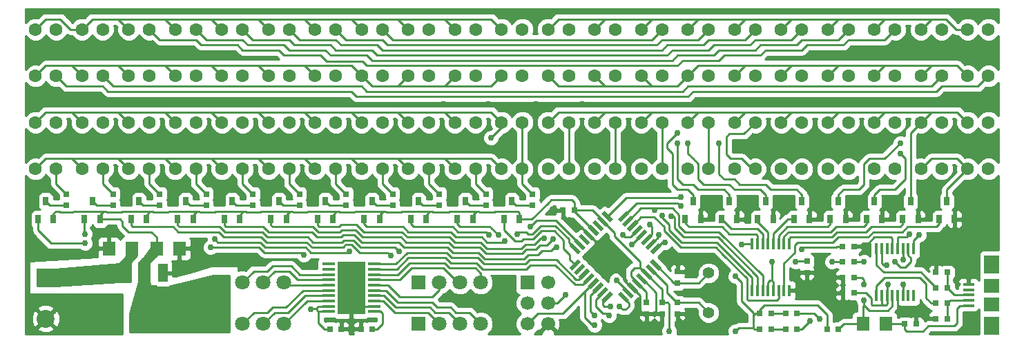
<source format=gtl>
%FSLAX34Y34*%
G04 Gerber Fmt 3.4, Leading zero omitted, Abs format*
G04 (created by PCBNEW (2014-03-18 BZR 4754)-product) date Tue 01 Apr 2014 06:21:33 PM CDT*
%MOIN*%
G01*
G70*
G90*
G04 APERTURE LIST*
%ADD10C,0.006000*%
%ADD11R,0.027559X0.027559*%
%ADD12R,0.062992X0.070866*%
%ADD13R,0.013800X0.055100*%
%ADD14R,0.062992X0.011811*%
%ADD15R,0.133858X0.255906*%
%ADD16R,0.047244X0.086614*%
%ADD17R,0.137795X0.086614*%
%ADD18R,0.055118X0.015748*%
%ADD19R,0.074803X0.090551*%
%ADD20R,0.074803X0.070866*%
%ADD21R,0.070866X0.070866*%
%ADD22C,0.070866*%
%ADD23R,0.086614X0.086614*%
%ADD24C,0.086614*%
%ADD25C,0.062992*%
%ADD26R,0.066929X0.066929*%
%ADD27C,0.066929*%
%ADD28R,0.025591X0.041732*%
%ADD29C,0.055118*%
%ADD30C,0.030000*%
%ADD31C,0.010000*%
G04 APERTURE END LIST*
G54D10*
G54D11*
X92525Y-41750D03*
X91974Y-41750D03*
X94974Y-45500D03*
X95525Y-45500D03*
X67775Y-45750D03*
X67224Y-45750D03*
X96474Y-43000D03*
X97025Y-43000D03*
X96474Y-45250D03*
X97025Y-45250D03*
X91974Y-44000D03*
X92525Y-44000D03*
X91974Y-43250D03*
X92525Y-43250D03*
X91974Y-42500D03*
X92525Y-42500D03*
X78474Y-40000D03*
X79025Y-40000D03*
X84000Y-42974D03*
X84000Y-43525D03*
X84000Y-45025D03*
X84000Y-44474D03*
X82500Y-45025D03*
X82500Y-44474D03*
X83250Y-45025D03*
X83250Y-44474D03*
X91224Y-45750D03*
X91775Y-45750D03*
G54D12*
X94051Y-45500D03*
X92948Y-45500D03*
G54D13*
X89396Y-41618D03*
X89140Y-41618D03*
X88884Y-41618D03*
X88628Y-41618D03*
X88372Y-41618D03*
X88116Y-41618D03*
X87860Y-41618D03*
X87604Y-41618D03*
X87604Y-43882D03*
X87860Y-43882D03*
X88116Y-43882D03*
X88372Y-43882D03*
X88628Y-43882D03*
X88884Y-43882D03*
X89140Y-43882D03*
X89396Y-43882D03*
G54D14*
X67147Y-44645D03*
X67147Y-44901D03*
X67147Y-44389D03*
X67147Y-44133D03*
X67147Y-43877D03*
X67147Y-43622D03*
X67147Y-43366D03*
X67147Y-43110D03*
X69352Y-42598D03*
X69352Y-42854D03*
X69352Y-43110D03*
X69352Y-43366D03*
X69352Y-44901D03*
X69352Y-44645D03*
X69352Y-44389D03*
X69352Y-44133D03*
X69352Y-43877D03*
X69352Y-43622D03*
G54D15*
X68250Y-43750D03*
G54D14*
X67147Y-42854D03*
X67147Y-42598D03*
G54D13*
X93604Y-44132D03*
X93860Y-44132D03*
X94116Y-44132D03*
X94372Y-44132D03*
X94628Y-44132D03*
X94884Y-44132D03*
X95140Y-44132D03*
X95396Y-44132D03*
X95396Y-41868D03*
X95140Y-41868D03*
X94884Y-41868D03*
X94628Y-41868D03*
X94372Y-41868D03*
X94116Y-41868D03*
X93860Y-41868D03*
X93604Y-41868D03*
G54D16*
X59155Y-43029D03*
X58250Y-43029D03*
X57344Y-43029D03*
G54D17*
X58250Y-45470D03*
G54D10*
G36*
X81668Y-44338D02*
X81529Y-44477D01*
X81111Y-44059D01*
X81251Y-43920D01*
X81668Y-44338D01*
X81668Y-44338D01*
G37*
G36*
X81891Y-44115D02*
X81752Y-44254D01*
X81334Y-43836D01*
X81473Y-43697D01*
X81891Y-44115D01*
X81891Y-44115D01*
G37*
G36*
X82114Y-43892D02*
X81975Y-44031D01*
X81557Y-43614D01*
X81696Y-43474D01*
X82114Y-43892D01*
X82114Y-43892D01*
G37*
G36*
X82337Y-43669D02*
X82197Y-43809D01*
X81779Y-43391D01*
X81919Y-43251D01*
X82337Y-43669D01*
X82337Y-43669D01*
G37*
G36*
X82559Y-43447D02*
X82419Y-43587D01*
X82001Y-43169D01*
X82141Y-43029D01*
X82559Y-43447D01*
X82559Y-43447D01*
G37*
G36*
X82781Y-43225D02*
X82642Y-43364D01*
X82224Y-42946D01*
X82364Y-42807D01*
X82781Y-43225D01*
X82781Y-43225D01*
G37*
G36*
X83004Y-43002D02*
X82865Y-43141D01*
X82447Y-42723D01*
X82586Y-42584D01*
X83004Y-43002D01*
X83004Y-43002D01*
G37*
G36*
X83227Y-42779D02*
X83088Y-42918D01*
X82670Y-42501D01*
X82809Y-42361D01*
X83227Y-42779D01*
X83227Y-42779D01*
G37*
G36*
X83088Y-41581D02*
X83227Y-41720D01*
X82809Y-42138D01*
X82670Y-41998D01*
X83088Y-41581D01*
X83088Y-41581D01*
G37*
G36*
X82865Y-41358D02*
X83004Y-41497D01*
X82586Y-41915D01*
X82447Y-41776D01*
X82865Y-41358D01*
X82865Y-41358D01*
G37*
G36*
X82642Y-41135D02*
X82781Y-41274D01*
X82364Y-41692D01*
X82224Y-41553D01*
X82642Y-41135D01*
X82642Y-41135D01*
G37*
G36*
X82419Y-40912D02*
X82559Y-41052D01*
X82141Y-41470D01*
X82001Y-41330D01*
X82419Y-40912D01*
X82419Y-40912D01*
G37*
G36*
X82197Y-40690D02*
X82337Y-40830D01*
X81919Y-41248D01*
X81779Y-41108D01*
X82197Y-40690D01*
X82197Y-40690D01*
G37*
G36*
X81975Y-40468D02*
X82114Y-40607D01*
X81696Y-41025D01*
X81557Y-40885D01*
X81975Y-40468D01*
X81975Y-40468D01*
G37*
G36*
X81752Y-40245D02*
X81891Y-40384D01*
X81473Y-40802D01*
X81334Y-40663D01*
X81752Y-40245D01*
X81752Y-40245D01*
G37*
G36*
X81529Y-40022D02*
X81668Y-40161D01*
X81251Y-40579D01*
X81111Y-40440D01*
X81529Y-40022D01*
X81529Y-40022D01*
G37*
G36*
X80331Y-40161D02*
X80470Y-40022D01*
X80888Y-40440D01*
X80748Y-40579D01*
X80331Y-40161D01*
X80331Y-40161D01*
G37*
G36*
X80108Y-40384D02*
X80247Y-40245D01*
X80665Y-40663D01*
X80526Y-40802D01*
X80108Y-40384D01*
X80108Y-40384D01*
G37*
G36*
X79885Y-40607D02*
X80024Y-40468D01*
X80442Y-40885D01*
X80303Y-41025D01*
X79885Y-40607D01*
X79885Y-40607D01*
G37*
G36*
X79662Y-40830D02*
X79802Y-40690D01*
X80220Y-41108D01*
X80080Y-41248D01*
X79662Y-40830D01*
X79662Y-40830D01*
G37*
G36*
X79440Y-41052D02*
X79580Y-40912D01*
X79998Y-41330D01*
X79858Y-41470D01*
X79440Y-41052D01*
X79440Y-41052D01*
G37*
G36*
X79218Y-41274D02*
X79357Y-41135D01*
X79775Y-41553D01*
X79635Y-41692D01*
X79218Y-41274D01*
X79218Y-41274D01*
G37*
G36*
X78995Y-41497D02*
X79134Y-41358D01*
X79552Y-41776D01*
X79413Y-41915D01*
X78995Y-41497D01*
X78995Y-41497D01*
G37*
G36*
X78772Y-41720D02*
X78911Y-41581D01*
X79329Y-41998D01*
X79190Y-42138D01*
X78772Y-41720D01*
X78772Y-41720D01*
G37*
G36*
X78911Y-42918D02*
X78772Y-42779D01*
X79190Y-42361D01*
X79329Y-42501D01*
X78911Y-42918D01*
X78911Y-42918D01*
G37*
G36*
X79134Y-43141D02*
X78995Y-43002D01*
X79413Y-42584D01*
X79552Y-42723D01*
X79134Y-43141D01*
X79134Y-43141D01*
G37*
G36*
X79357Y-43364D02*
X79218Y-43225D01*
X79635Y-42807D01*
X79775Y-42946D01*
X79357Y-43364D01*
X79357Y-43364D01*
G37*
G36*
X79580Y-43587D02*
X79440Y-43447D01*
X79858Y-43029D01*
X79998Y-43169D01*
X79580Y-43587D01*
X79580Y-43587D01*
G37*
G36*
X79802Y-43809D02*
X79662Y-43669D01*
X80080Y-43251D01*
X80220Y-43391D01*
X79802Y-43809D01*
X79802Y-43809D01*
G37*
G36*
X80024Y-44031D02*
X79885Y-43892D01*
X80303Y-43474D01*
X80442Y-43614D01*
X80024Y-44031D01*
X80024Y-44031D01*
G37*
G36*
X80247Y-44254D02*
X80108Y-44115D01*
X80526Y-43697D01*
X80665Y-43836D01*
X80247Y-44254D01*
X80247Y-44254D01*
G37*
G36*
X80470Y-44477D02*
X80331Y-44338D01*
X80748Y-43920D01*
X80888Y-44059D01*
X80470Y-44477D01*
X80470Y-44477D01*
G37*
G54D18*
X98047Y-44611D03*
X98047Y-44355D03*
X98047Y-44100D03*
X98047Y-43844D03*
X98047Y-43588D03*
G54D19*
X99169Y-45576D03*
X99169Y-42623D03*
G54D20*
X99169Y-43647D03*
X99169Y-44552D03*
G54D21*
X71500Y-45500D03*
G54D22*
X72500Y-45500D03*
X73500Y-45500D03*
X74500Y-45500D03*
G54D21*
X71500Y-43500D03*
G54D22*
X72500Y-43500D03*
X73500Y-43500D03*
X74500Y-43500D03*
G54D21*
X62000Y-43500D03*
G54D22*
X63000Y-43500D03*
X64000Y-43500D03*
X65000Y-43500D03*
G54D21*
X62000Y-45500D03*
G54D22*
X63000Y-45500D03*
X64000Y-45500D03*
X65000Y-45500D03*
G54D23*
X53500Y-43250D03*
G54D24*
X53500Y-45250D03*
G54D11*
X88525Y-45750D03*
X87974Y-45750D03*
X88525Y-45000D03*
X87974Y-45000D03*
G54D25*
X53000Y-31250D03*
X54000Y-31250D03*
X53000Y-33500D03*
X54000Y-33500D03*
X53000Y-35750D03*
X54000Y-35750D03*
X53000Y-38000D03*
X54000Y-38000D03*
X98000Y-31250D03*
X99000Y-31250D03*
X98000Y-33500D03*
X99000Y-33500D03*
X98000Y-35750D03*
X99000Y-35750D03*
X98000Y-38000D03*
X99000Y-38000D03*
X55250Y-31250D03*
X56250Y-31250D03*
X55250Y-33500D03*
X56250Y-33500D03*
X55250Y-35750D03*
X56250Y-35750D03*
X55250Y-38000D03*
X56250Y-38000D03*
X95750Y-31250D03*
X96750Y-31250D03*
X95750Y-33500D03*
X96750Y-33500D03*
X95750Y-35750D03*
X96750Y-35750D03*
X95750Y-38000D03*
X96750Y-38000D03*
X57500Y-31250D03*
X58500Y-31250D03*
X57500Y-33500D03*
X58500Y-33500D03*
X57500Y-35750D03*
X58500Y-35750D03*
X57500Y-38000D03*
X58500Y-38000D03*
X93500Y-31250D03*
X94500Y-31250D03*
X93500Y-33500D03*
X94500Y-33500D03*
X93500Y-35750D03*
X94500Y-35750D03*
X93500Y-38000D03*
X94500Y-38000D03*
X59750Y-31250D03*
X60750Y-31250D03*
X59750Y-33500D03*
X60750Y-33500D03*
X59750Y-35750D03*
X60750Y-35750D03*
X59750Y-38000D03*
X60750Y-38000D03*
X91250Y-31250D03*
X92250Y-31250D03*
X91250Y-33500D03*
X92250Y-33500D03*
X91250Y-35750D03*
X92250Y-35750D03*
X91250Y-38000D03*
X92250Y-38000D03*
X62000Y-31250D03*
X63000Y-31250D03*
X62000Y-33500D03*
X63000Y-33500D03*
X62000Y-35750D03*
X63000Y-35750D03*
X62000Y-38000D03*
X63000Y-38000D03*
X89000Y-31250D03*
X90000Y-31250D03*
X89000Y-33500D03*
X90000Y-33500D03*
X89000Y-35750D03*
X90000Y-35750D03*
X89000Y-38000D03*
X90000Y-38000D03*
X64250Y-31250D03*
X65250Y-31250D03*
X64250Y-33500D03*
X65250Y-33500D03*
X64250Y-35750D03*
X65250Y-35750D03*
X64250Y-38000D03*
X65250Y-38000D03*
X86750Y-31250D03*
X87750Y-31250D03*
X86750Y-33500D03*
X87750Y-33500D03*
X86750Y-35750D03*
X87750Y-35750D03*
X86750Y-38000D03*
X87750Y-38000D03*
X66500Y-31250D03*
X67500Y-31250D03*
X66500Y-33500D03*
X67500Y-33500D03*
X66500Y-35750D03*
X67500Y-35750D03*
X66500Y-38000D03*
X67500Y-38000D03*
X84500Y-31250D03*
X85500Y-31250D03*
X84500Y-33500D03*
X85500Y-33500D03*
X84500Y-35750D03*
X85500Y-35750D03*
X84500Y-38000D03*
X85500Y-38000D03*
X68750Y-31250D03*
X69750Y-31250D03*
X68750Y-33500D03*
X69750Y-33500D03*
X68750Y-35750D03*
X69750Y-35750D03*
X68750Y-38000D03*
X69750Y-38000D03*
X82250Y-31250D03*
X83250Y-31250D03*
X82250Y-33500D03*
X83250Y-33500D03*
X82250Y-35750D03*
X83250Y-35750D03*
X82250Y-38000D03*
X83250Y-38000D03*
X71000Y-31250D03*
X72000Y-31250D03*
X71000Y-33500D03*
X72000Y-33500D03*
X71000Y-35750D03*
X72000Y-35750D03*
X71000Y-38000D03*
X72000Y-38000D03*
X80000Y-31250D03*
X81000Y-31250D03*
X80000Y-33500D03*
X81000Y-33500D03*
X80000Y-35750D03*
X81000Y-35750D03*
X80000Y-38000D03*
X81000Y-38000D03*
X73250Y-31250D03*
X74250Y-31250D03*
X73250Y-33500D03*
X74250Y-33500D03*
X73250Y-35750D03*
X74250Y-35750D03*
X73250Y-38000D03*
X74250Y-38000D03*
X77750Y-31250D03*
X78750Y-31250D03*
X77750Y-33500D03*
X78750Y-33500D03*
X77750Y-35750D03*
X78750Y-35750D03*
X77750Y-38000D03*
X78750Y-38000D03*
X75500Y-31250D03*
X76500Y-31250D03*
X75500Y-33500D03*
X76500Y-33500D03*
X75500Y-35750D03*
X76500Y-35750D03*
X75500Y-38000D03*
X76500Y-38000D03*
G54D26*
X76750Y-43500D03*
G54D27*
X77750Y-43500D03*
X76750Y-44500D03*
X77750Y-44500D03*
X76750Y-45500D03*
X77750Y-45500D03*
G54D28*
X84375Y-40433D03*
X84750Y-39566D03*
X85124Y-40433D03*
X86125Y-40433D03*
X86500Y-39566D03*
X86874Y-40433D03*
X87875Y-40433D03*
X88250Y-39566D03*
X88624Y-40433D03*
X89625Y-40433D03*
X90000Y-39566D03*
X90374Y-40433D03*
X91375Y-40433D03*
X91750Y-39566D03*
X92124Y-40433D03*
X93125Y-40433D03*
X93500Y-39566D03*
X93874Y-40433D03*
X94875Y-40433D03*
X95250Y-39566D03*
X95624Y-40433D03*
X96625Y-40433D03*
X97000Y-39566D03*
X97374Y-40433D03*
X53125Y-40433D03*
X53500Y-39566D03*
X53874Y-40433D03*
X55375Y-40433D03*
X55750Y-39566D03*
X56124Y-40433D03*
X57625Y-40433D03*
X58000Y-39566D03*
X58374Y-40433D03*
X59875Y-40433D03*
X60250Y-39566D03*
X60624Y-40433D03*
X62125Y-40433D03*
X62500Y-39566D03*
X62874Y-40433D03*
X64375Y-40433D03*
X64750Y-39566D03*
X65124Y-40433D03*
X66625Y-40433D03*
X67000Y-39566D03*
X67374Y-40433D03*
X68875Y-40433D03*
X69250Y-39566D03*
X69624Y-40433D03*
X71125Y-40433D03*
X71500Y-39566D03*
X71874Y-40433D03*
X73375Y-40433D03*
X73750Y-39566D03*
X74124Y-40433D03*
X75625Y-40433D03*
X76000Y-39566D03*
X76374Y-40433D03*
G54D11*
X68724Y-45750D03*
X69275Y-45750D03*
X90250Y-43025D03*
X90250Y-42474D03*
X97025Y-44500D03*
X96474Y-44500D03*
X97025Y-43750D03*
X96474Y-43750D03*
X89775Y-45750D03*
X89224Y-45750D03*
X89775Y-45000D03*
X89224Y-45000D03*
X54500Y-39775D03*
X54500Y-39224D03*
X56750Y-39775D03*
X56750Y-39224D03*
X59000Y-39775D03*
X59000Y-39224D03*
X61250Y-39775D03*
X61250Y-39224D03*
X63500Y-39775D03*
X63500Y-39224D03*
X65750Y-39775D03*
X65750Y-39224D03*
X68000Y-39775D03*
X68000Y-39224D03*
X70250Y-39775D03*
X70250Y-39224D03*
X72500Y-39775D03*
X72500Y-39224D03*
X74750Y-39775D03*
X74750Y-39224D03*
X77000Y-39775D03*
X77000Y-39224D03*
G54D29*
X85500Y-44960D03*
X85500Y-43039D03*
G54D12*
X57651Y-41850D03*
X56548Y-41850D03*
X58848Y-41850D03*
X59951Y-41850D03*
G54D30*
X83700Y-40300D03*
X84150Y-39800D03*
X78600Y-44100D03*
X82900Y-40000D03*
X91450Y-42500D03*
X80000Y-45550D03*
X80000Y-45100D03*
X95650Y-41200D03*
X84150Y-39350D03*
X83250Y-40250D03*
X80700Y-45100D03*
X95200Y-41150D03*
X61450Y-41800D03*
X55400Y-41600D03*
X81800Y-41650D03*
X65950Y-42150D03*
X81350Y-41200D03*
X68150Y-42000D03*
X55400Y-41150D03*
X61650Y-41400D03*
X80750Y-44650D03*
X70150Y-42200D03*
X81200Y-44650D03*
X70550Y-42000D03*
X81050Y-43400D03*
X78150Y-41800D03*
X83400Y-41550D03*
X78000Y-41400D03*
X77550Y-41350D03*
X83100Y-41200D03*
X82650Y-40700D03*
X75650Y-41500D03*
X76900Y-40800D03*
X74900Y-41200D03*
X75350Y-41200D03*
X76250Y-41150D03*
X84000Y-36250D03*
X84000Y-36750D03*
X75000Y-36500D03*
X84500Y-36750D03*
X86000Y-36750D03*
X94750Y-36750D03*
X94750Y-37250D03*
X54600Y-32300D03*
X54600Y-36700D03*
X54600Y-34550D03*
X54600Y-30600D03*
X52900Y-39200D03*
X60950Y-41800D03*
X55750Y-42000D03*
X73050Y-39300D03*
X70850Y-39250D03*
X66350Y-39200D03*
X61900Y-39200D03*
X57350Y-39250D03*
X59600Y-39200D03*
X64100Y-39200D03*
X68650Y-39200D03*
X94800Y-44900D03*
X98350Y-45250D03*
X75450Y-44500D03*
X75400Y-39300D03*
X97400Y-32400D03*
X97400Y-36950D03*
X96150Y-39450D03*
X97400Y-34650D03*
X97400Y-30500D03*
X72700Y-36900D03*
X77150Y-34850D03*
X77950Y-39950D03*
X74850Y-34850D03*
X72700Y-34850D03*
X79400Y-34850D03*
X84300Y-45450D03*
X80727Y-42200D03*
X90750Y-43000D03*
X92950Y-41750D03*
X82050Y-45750D03*
X85550Y-39500D03*
X87350Y-39500D03*
X89100Y-39450D03*
X90850Y-39400D03*
X92550Y-39500D03*
X94350Y-39500D03*
X98200Y-41100D03*
X68750Y-43750D03*
X68250Y-43750D03*
X67750Y-43750D03*
X68750Y-44250D03*
X68250Y-44250D03*
X67750Y-44250D03*
X68750Y-44750D03*
X68250Y-44750D03*
X67750Y-44750D03*
X67750Y-43250D03*
X68750Y-43250D03*
X68250Y-43250D03*
X68750Y-42750D03*
X68250Y-42750D03*
X67750Y-42750D03*
X86800Y-45850D03*
X83600Y-45850D03*
X90000Y-41900D03*
X86800Y-43200D03*
X87100Y-41650D03*
X66300Y-44800D03*
X94900Y-42400D03*
X94150Y-43600D03*
X93000Y-43600D03*
X93000Y-44350D03*
X93000Y-42500D03*
X94500Y-42500D03*
X89700Y-42500D03*
X88550Y-42500D03*
X90400Y-45350D03*
X94900Y-43600D03*
X90850Y-45250D03*
X94100Y-42650D03*
G54D31*
X87860Y-43882D02*
X87860Y-43210D01*
X85950Y-41300D02*
X85450Y-41300D01*
X87860Y-43210D02*
X85950Y-41300D01*
X83850Y-40600D02*
X83850Y-40850D01*
X83850Y-40850D02*
X84300Y-41300D01*
X83850Y-40600D02*
X83850Y-40350D01*
X83850Y-40350D02*
X83800Y-40300D01*
X83800Y-40300D02*
X83700Y-40300D01*
X84300Y-41300D02*
X85450Y-41300D01*
X82041Y-39650D02*
X81390Y-40301D01*
X84150Y-39800D02*
X84000Y-39650D01*
X84000Y-39650D02*
X82041Y-39650D01*
X88116Y-43882D02*
X88116Y-43166D01*
X86000Y-41050D02*
X85650Y-41050D01*
X88116Y-43166D02*
X86000Y-41050D01*
X78200Y-44500D02*
X77750Y-44500D01*
X78600Y-44100D02*
X78200Y-44500D01*
X84075Y-40400D02*
X84075Y-40775D01*
X84350Y-41050D02*
X85650Y-41050D01*
X84075Y-40775D02*
X84350Y-41050D01*
X84075Y-40400D02*
X84075Y-40225D01*
X83750Y-39900D02*
X82550Y-39900D01*
X84075Y-40225D02*
X83750Y-39900D01*
X82550Y-39900D02*
X82237Y-39900D01*
X82237Y-39900D02*
X81613Y-40523D01*
X77750Y-44400D02*
X77750Y-44500D01*
X82800Y-39900D02*
X82900Y-40000D01*
X82550Y-39900D02*
X82800Y-39900D01*
X79536Y-43936D02*
X79536Y-45186D01*
X91450Y-42500D02*
X91974Y-42500D01*
X79900Y-45550D02*
X80000Y-45550D01*
X79536Y-45186D02*
X79900Y-45550D01*
X77250Y-45000D02*
X78472Y-45000D01*
X78472Y-45000D02*
X79536Y-43936D01*
X79536Y-43936D02*
X79941Y-43530D01*
X76750Y-45500D02*
X77250Y-45000D01*
X95396Y-41868D02*
X95396Y-41454D01*
X79800Y-44117D02*
X80164Y-43753D01*
X79800Y-44900D02*
X79800Y-44117D01*
X80000Y-45100D02*
X79800Y-44900D01*
X95396Y-41454D02*
X95650Y-41200D01*
X87604Y-43882D02*
X87604Y-43254D01*
X85900Y-41550D02*
X85650Y-41550D01*
X87604Y-43254D02*
X85900Y-41550D01*
X83600Y-40700D02*
X83600Y-40950D01*
X84200Y-41550D02*
X85650Y-41550D01*
X83600Y-40950D02*
X84200Y-41550D01*
X81510Y-39400D02*
X80609Y-40301D01*
X84100Y-39400D02*
X81510Y-39400D01*
X84150Y-39350D02*
X84100Y-39400D01*
X83250Y-40350D02*
X83250Y-40250D01*
X83600Y-40700D02*
X83600Y-40700D01*
X83600Y-40700D02*
X83250Y-40350D01*
X94628Y-41868D02*
X94628Y-41322D01*
X80050Y-44312D02*
X80386Y-43976D01*
X80050Y-44650D02*
X80050Y-44312D01*
X80400Y-45000D02*
X80050Y-44650D01*
X80600Y-45000D02*
X80400Y-45000D01*
X80700Y-45100D02*
X80600Y-45000D01*
X95050Y-41300D02*
X95200Y-41150D01*
X94650Y-41300D02*
X95050Y-41300D01*
X94628Y-41322D02*
X94650Y-41300D01*
X69352Y-43877D02*
X69927Y-43877D01*
X73950Y-44950D02*
X74500Y-45500D01*
X73300Y-44950D02*
X73950Y-44950D01*
X73050Y-44700D02*
X73300Y-44950D01*
X72400Y-44700D02*
X73050Y-44700D01*
X72150Y-44450D02*
X72400Y-44700D01*
X70500Y-44450D02*
X72150Y-44450D01*
X69927Y-43877D02*
X70500Y-44450D01*
X74500Y-43500D02*
X74500Y-43050D01*
X71067Y-42550D02*
X70506Y-43110D01*
X72750Y-42550D02*
X71067Y-42550D01*
X73000Y-42800D02*
X72750Y-42550D01*
X74250Y-42800D02*
X73000Y-42800D01*
X74500Y-43050D02*
X74250Y-42800D01*
X69800Y-43110D02*
X70506Y-43110D01*
X69352Y-43110D02*
X69800Y-43110D01*
X67147Y-43622D02*
X65122Y-43622D01*
X65122Y-43622D02*
X65000Y-43500D01*
X67147Y-44389D02*
X66110Y-44389D01*
X66110Y-44389D02*
X65000Y-45500D01*
X69352Y-44133D02*
X69833Y-44133D01*
X72950Y-44950D02*
X73500Y-45500D01*
X72300Y-44950D02*
X72950Y-44950D01*
X72050Y-44700D02*
X72300Y-44950D01*
X70400Y-44700D02*
X72050Y-44700D01*
X69833Y-44133D02*
X70400Y-44700D01*
X69900Y-43366D02*
X70583Y-43366D01*
X72700Y-42800D02*
X73400Y-43500D01*
X71150Y-42800D02*
X72700Y-42800D01*
X70583Y-43366D02*
X71150Y-42800D01*
X73400Y-43500D02*
X73500Y-43500D01*
X73250Y-43500D02*
X73500Y-43500D01*
X69800Y-43366D02*
X69900Y-43366D01*
X69352Y-43366D02*
X69800Y-43366D01*
X67147Y-43366D02*
X65666Y-43366D01*
X64550Y-42950D02*
X64000Y-43500D01*
X65250Y-42950D02*
X64550Y-42950D01*
X65666Y-43366D02*
X65250Y-42950D01*
X67147Y-44133D02*
X66016Y-44133D01*
X64550Y-44950D02*
X64000Y-45500D01*
X65200Y-44950D02*
X64550Y-44950D01*
X66016Y-44133D02*
X65200Y-44950D01*
X53125Y-40433D02*
X53125Y-40975D01*
X62050Y-41800D02*
X62000Y-41800D01*
X61450Y-41800D02*
X62050Y-41800D01*
X53750Y-41600D02*
X55400Y-41600D01*
X53125Y-40975D02*
X53750Y-41600D01*
X81800Y-41650D02*
X82258Y-41191D01*
X65850Y-42050D02*
X65950Y-42150D01*
X64050Y-42050D02*
X65850Y-42050D01*
X63800Y-41800D02*
X64050Y-42050D01*
X62000Y-41800D02*
X63800Y-41800D01*
X82258Y-41191D02*
X82280Y-41191D01*
X62050Y-41550D02*
X61800Y-41550D01*
X62050Y-41550D02*
X63850Y-41550D01*
X63850Y-41550D02*
X64100Y-41800D01*
X64100Y-41800D02*
X66050Y-41800D01*
X66050Y-41800D02*
X66300Y-42050D01*
X66300Y-42050D02*
X67250Y-42050D01*
X81350Y-41200D02*
X81450Y-41300D01*
X81450Y-41300D02*
X81727Y-41300D01*
X82058Y-40969D02*
X81727Y-41300D01*
X68100Y-42050D02*
X68150Y-42000D01*
X67250Y-42050D02*
X68100Y-42050D01*
X55375Y-41125D02*
X55375Y-40433D01*
X55400Y-41150D02*
X55375Y-41125D01*
X61800Y-41550D02*
X61650Y-41400D01*
X76750Y-41400D02*
X77032Y-41400D01*
X78500Y-41450D02*
X78500Y-41850D01*
X78050Y-41000D02*
X78500Y-41450D01*
X77432Y-41000D02*
X78050Y-41000D01*
X77032Y-41400D02*
X77432Y-41000D01*
X76750Y-41400D02*
X76550Y-41400D01*
X76450Y-41500D02*
X76150Y-41500D01*
X76550Y-41400D02*
X76450Y-41500D01*
X75625Y-40975D02*
X75625Y-40433D01*
X76150Y-41500D02*
X75625Y-40975D01*
X78800Y-42150D02*
X78800Y-42389D01*
X78800Y-42389D02*
X79051Y-42640D01*
X78500Y-41850D02*
X78800Y-42150D01*
X75625Y-40433D02*
X75625Y-40625D01*
X67975Y-41675D02*
X68275Y-41675D01*
X68275Y-41675D02*
X68500Y-41900D01*
X67000Y-41800D02*
X67850Y-41800D01*
X68650Y-42050D02*
X68750Y-42050D01*
X68500Y-41900D02*
X68650Y-42050D01*
X67850Y-41800D02*
X67925Y-41725D01*
X67925Y-41725D02*
X67975Y-41675D01*
X80400Y-44408D02*
X80609Y-44198D01*
X80400Y-44600D02*
X80400Y-44408D01*
X80450Y-44650D02*
X80400Y-44600D01*
X80750Y-44650D02*
X80450Y-44650D01*
X80609Y-44198D02*
X80609Y-44190D01*
X57625Y-40433D02*
X57625Y-40725D01*
X70000Y-42050D02*
X70150Y-42200D01*
X68750Y-42050D02*
X70000Y-42050D01*
X66350Y-41800D02*
X67000Y-41800D01*
X66100Y-41550D02*
X66350Y-41800D01*
X64150Y-41550D02*
X66100Y-41550D01*
X63900Y-41300D02*
X64150Y-41550D01*
X62100Y-41300D02*
X63900Y-41300D01*
X61850Y-41050D02*
X62100Y-41300D01*
X59900Y-41050D02*
X61850Y-41050D01*
X59650Y-40800D02*
X59900Y-41050D01*
X57700Y-40800D02*
X59650Y-40800D01*
X57625Y-40725D02*
X57700Y-40800D01*
X67600Y-41550D02*
X67800Y-41550D01*
X67800Y-41550D02*
X67900Y-41450D01*
X67900Y-41450D02*
X68350Y-41450D01*
X66700Y-41550D02*
X67600Y-41550D01*
X68700Y-41800D02*
X69100Y-41800D01*
X68350Y-41450D02*
X68700Y-41800D01*
X81390Y-44198D02*
X81390Y-44240D01*
X81390Y-44240D02*
X81650Y-44500D01*
X81650Y-44500D02*
X81650Y-44650D01*
X81650Y-44650D02*
X81500Y-44800D01*
X81500Y-44800D02*
X81350Y-44800D01*
X81350Y-44800D02*
X81200Y-44650D01*
X59875Y-40433D02*
X59875Y-40725D01*
X70350Y-41800D02*
X70550Y-42000D01*
X69100Y-41800D02*
X70350Y-41800D01*
X66400Y-41550D02*
X66700Y-41550D01*
X66150Y-41300D02*
X66400Y-41550D01*
X64200Y-41300D02*
X66150Y-41300D01*
X63950Y-41050D02*
X64200Y-41300D01*
X62150Y-41050D02*
X63950Y-41050D01*
X61900Y-40800D02*
X62150Y-41050D01*
X59950Y-40800D02*
X61900Y-40800D01*
X59875Y-40725D02*
X59950Y-40800D01*
X81613Y-43976D02*
X81613Y-43963D01*
X81613Y-43963D02*
X81050Y-43400D01*
X67350Y-41300D02*
X67750Y-41300D01*
X67750Y-41300D02*
X67850Y-41200D01*
X67850Y-41200D02*
X68400Y-41200D01*
X65900Y-41050D02*
X66350Y-41050D01*
X68750Y-41550D02*
X69000Y-41550D01*
X68400Y-41200D02*
X68750Y-41550D01*
X66600Y-41300D02*
X67350Y-41300D01*
X66350Y-41050D02*
X66600Y-41300D01*
X76950Y-42150D02*
X77250Y-42150D01*
X78050Y-41800D02*
X78150Y-41800D01*
X77900Y-41950D02*
X78050Y-41800D01*
X77450Y-41950D02*
X77900Y-41950D01*
X77250Y-42150D02*
X77450Y-41950D01*
X62125Y-40725D02*
X62200Y-40800D01*
X62200Y-40800D02*
X64000Y-40800D01*
X64000Y-40800D02*
X64250Y-41050D01*
X64250Y-41050D02*
X65900Y-41050D01*
X69000Y-41550D02*
X70550Y-41550D01*
X70550Y-41550D02*
X70800Y-41800D01*
X70800Y-41800D02*
X72900Y-41800D01*
X72900Y-41800D02*
X73150Y-42050D01*
X62125Y-40433D02*
X62125Y-40725D01*
X74700Y-42350D02*
X76600Y-42350D01*
X76600Y-42350D02*
X76800Y-42150D01*
X76800Y-42150D02*
X76950Y-42150D01*
X74400Y-42050D02*
X74700Y-42350D01*
X73150Y-42050D02*
X74400Y-42050D01*
X81576Y-43976D02*
X81613Y-43976D01*
X67550Y-41050D02*
X67700Y-41050D01*
X67700Y-41050D02*
X67800Y-40950D01*
X67800Y-40950D02*
X68450Y-40950D01*
X66250Y-40800D02*
X66400Y-40800D01*
X68800Y-41300D02*
X69150Y-41300D01*
X68450Y-40950D02*
X68800Y-41300D01*
X66650Y-41050D02*
X67550Y-41050D01*
X66400Y-40800D02*
X66650Y-41050D01*
X76850Y-41900D02*
X77150Y-41900D01*
X72950Y-41550D02*
X73200Y-41800D01*
X70900Y-41550D02*
X72950Y-41550D01*
X70650Y-41300D02*
X70900Y-41550D01*
X69150Y-41300D02*
X70650Y-41300D01*
X74750Y-42100D02*
X76500Y-42100D01*
X76500Y-42100D02*
X76700Y-41900D01*
X76700Y-41900D02*
X76850Y-41900D01*
X74450Y-41800D02*
X74750Y-42100D01*
X73200Y-41800D02*
X74450Y-41800D01*
X83250Y-41550D02*
X83400Y-41550D01*
X82948Y-41851D02*
X83250Y-41550D01*
X77150Y-41900D02*
X77350Y-41700D01*
X77350Y-41700D02*
X77700Y-41700D01*
X77700Y-41700D02*
X78000Y-41400D01*
X82948Y-41859D02*
X82948Y-41851D01*
X64375Y-40725D02*
X64450Y-40800D01*
X64450Y-40800D02*
X66250Y-40800D01*
X66250Y-40800D02*
X66300Y-40800D01*
X64375Y-40433D02*
X64375Y-40725D01*
X67300Y-40800D02*
X67650Y-40800D01*
X67650Y-40800D02*
X67750Y-40700D01*
X67750Y-40700D02*
X68500Y-40700D01*
X68850Y-41050D02*
X69050Y-41050D01*
X68500Y-40700D02*
X68850Y-41050D01*
X76800Y-41650D02*
X77100Y-41650D01*
X77400Y-41350D02*
X77550Y-41350D01*
X77100Y-41650D02*
X77400Y-41350D01*
X66625Y-40725D02*
X66700Y-40800D01*
X66700Y-40800D02*
X67300Y-40800D01*
X69050Y-41050D02*
X70700Y-41050D01*
X70700Y-41050D02*
X70950Y-41300D01*
X70950Y-41300D02*
X73000Y-41300D01*
X73000Y-41300D02*
X73250Y-41550D01*
X66625Y-40433D02*
X66625Y-40725D01*
X76650Y-41650D02*
X76800Y-41650D01*
X76450Y-41850D02*
X76650Y-41650D01*
X74800Y-41850D02*
X76450Y-41850D01*
X74500Y-41550D02*
X74800Y-41850D01*
X73250Y-41550D02*
X74500Y-41550D01*
X83050Y-41312D02*
X82726Y-41636D01*
X83050Y-41250D02*
X83050Y-41312D01*
X83100Y-41200D02*
X83050Y-41250D01*
X73300Y-41300D02*
X74550Y-41300D01*
X74550Y-41300D02*
X74800Y-41550D01*
X82750Y-40800D02*
X82750Y-41167D01*
X82650Y-40700D02*
X82750Y-40800D01*
X82750Y-41167D02*
X82503Y-41414D01*
X74800Y-41550D02*
X75600Y-41550D01*
X75600Y-41550D02*
X75650Y-41500D01*
X68875Y-40433D02*
X68875Y-40675D01*
X73050Y-41050D02*
X73300Y-41300D01*
X71000Y-41050D02*
X73050Y-41050D01*
X70750Y-40800D02*
X71000Y-41050D01*
X69000Y-40800D02*
X70750Y-40800D01*
X68875Y-40675D02*
X69000Y-40800D01*
X76900Y-40800D02*
X77200Y-40500D01*
X78137Y-40500D02*
X78437Y-40800D01*
X77200Y-40500D02*
X78137Y-40500D01*
X72800Y-40800D02*
X73150Y-40800D01*
X73150Y-40800D02*
X73400Y-41050D01*
X74750Y-41050D02*
X74900Y-41200D01*
X73400Y-41050D02*
X74750Y-41050D01*
X78437Y-40800D02*
X79273Y-41636D01*
X71125Y-40675D02*
X71250Y-40800D01*
X71250Y-40800D02*
X72800Y-40800D01*
X71125Y-40675D02*
X71125Y-40433D01*
X76900Y-41150D02*
X77000Y-41150D01*
X77000Y-41150D02*
X77400Y-40750D01*
X78750Y-41400D02*
X78750Y-41558D01*
X78100Y-40750D02*
X78750Y-41400D01*
X77400Y-40750D02*
X78100Y-40750D01*
X73375Y-40433D02*
X73375Y-40675D01*
X73375Y-40675D02*
X73500Y-40800D01*
X74950Y-40800D02*
X75000Y-40850D01*
X73500Y-40800D02*
X74950Y-40800D01*
X75000Y-40850D02*
X75350Y-41200D01*
X76800Y-41150D02*
X76900Y-41150D01*
X76700Y-41050D02*
X76800Y-41150D01*
X76350Y-41050D02*
X76700Y-41050D01*
X76250Y-41150D02*
X76350Y-41050D01*
X78750Y-41558D02*
X79051Y-41859D01*
X79051Y-41851D02*
X78900Y-41700D01*
X79051Y-41859D02*
X79051Y-41851D01*
X87050Y-41150D02*
X86500Y-41150D01*
X84550Y-40800D02*
X84400Y-40650D01*
X86150Y-40800D02*
X84550Y-40800D01*
X86500Y-41150D02*
X86150Y-40800D01*
X84400Y-40457D02*
X84400Y-40650D01*
X87860Y-41210D02*
X87800Y-41150D01*
X87800Y-41150D02*
X87050Y-41150D01*
X87860Y-41210D02*
X87860Y-41618D01*
X84400Y-40457D02*
X84375Y-40433D01*
X86125Y-40433D02*
X86133Y-40433D01*
X86133Y-40433D02*
X86600Y-40900D01*
X88116Y-41166D02*
X88116Y-41618D01*
X87850Y-40900D02*
X88116Y-41166D01*
X86600Y-40900D02*
X87850Y-40900D01*
X88372Y-41618D02*
X88372Y-41072D01*
X88372Y-41072D02*
X87875Y-40575D01*
X87875Y-40575D02*
X87875Y-40433D01*
X89625Y-40433D02*
X89316Y-40433D01*
X89316Y-40433D02*
X88950Y-40800D01*
X88628Y-41618D02*
X88628Y-41122D01*
X88628Y-41122D02*
X88950Y-40800D01*
X90550Y-40800D02*
X91250Y-40800D01*
X91375Y-40674D02*
X91375Y-40433D01*
X91250Y-40800D02*
X91375Y-40674D01*
X88884Y-41618D02*
X88884Y-41216D01*
X89300Y-40800D02*
X90550Y-40800D01*
X88884Y-41216D02*
X89300Y-40800D01*
X90900Y-41050D02*
X91400Y-41050D01*
X91400Y-41050D02*
X91650Y-40800D01*
X89140Y-41618D02*
X89140Y-41260D01*
X93125Y-40674D02*
X93125Y-40433D01*
X93000Y-40800D02*
X93125Y-40674D01*
X91650Y-40800D02*
X93000Y-40800D01*
X89350Y-41050D02*
X90900Y-41050D01*
X89140Y-41260D02*
X89350Y-41050D01*
X89396Y-41618D02*
X89396Y-41354D01*
X89396Y-41354D02*
X89450Y-41300D01*
X89450Y-41300D02*
X91450Y-41300D01*
X91450Y-41300D02*
X91700Y-41050D01*
X91700Y-41050D02*
X93100Y-41050D01*
X93100Y-41050D02*
X93350Y-40800D01*
X93350Y-40800D02*
X94750Y-40800D01*
X94750Y-40800D02*
X94875Y-40674D01*
X94875Y-40674D02*
X94875Y-40433D01*
X89140Y-43882D02*
X89140Y-42560D01*
X96625Y-40674D02*
X96625Y-40433D01*
X96500Y-40800D02*
X96625Y-40674D01*
X95100Y-40800D02*
X96500Y-40800D01*
X94850Y-41050D02*
X95100Y-40800D01*
X93450Y-41050D02*
X94850Y-41050D01*
X93200Y-41300D02*
X93450Y-41050D01*
X91750Y-41300D02*
X93200Y-41300D01*
X91500Y-41550D02*
X91750Y-41300D01*
X89800Y-41550D02*
X91500Y-41550D01*
X89650Y-41700D02*
X89800Y-41550D01*
X89650Y-42050D02*
X89650Y-41700D01*
X89140Y-42560D02*
X89650Y-42050D01*
X54500Y-39775D02*
X53708Y-39775D01*
X53708Y-39775D02*
X53500Y-39566D01*
X56750Y-39775D02*
X55958Y-39775D01*
X55958Y-39775D02*
X55750Y-39566D01*
X77000Y-39775D02*
X76208Y-39775D01*
X76208Y-39775D02*
X76000Y-39566D01*
X59000Y-39775D02*
X58208Y-39775D01*
X58208Y-39775D02*
X58000Y-39566D01*
X61250Y-39775D02*
X60458Y-39775D01*
X60458Y-39775D02*
X60250Y-39566D01*
X63500Y-39775D02*
X62708Y-39775D01*
X62708Y-39775D02*
X62500Y-39566D01*
X65750Y-39775D02*
X64958Y-39775D01*
X64958Y-39775D02*
X64750Y-39566D01*
X68000Y-39775D02*
X67208Y-39775D01*
X67208Y-39775D02*
X67000Y-39566D01*
X70250Y-39775D02*
X69458Y-39775D01*
X69458Y-39775D02*
X69250Y-39566D01*
X72500Y-39775D02*
X71708Y-39775D01*
X71708Y-39775D02*
X71500Y-39566D01*
X74750Y-39775D02*
X73958Y-39775D01*
X73958Y-39775D02*
X73750Y-39566D01*
X55250Y-31250D02*
X55750Y-30750D01*
X55250Y-31250D02*
X54700Y-31250D01*
X54700Y-31250D02*
X54200Y-30750D01*
X83500Y-37000D02*
X83750Y-37250D01*
X83750Y-37250D02*
X83750Y-37750D01*
X84000Y-36250D02*
X83500Y-36750D01*
X83500Y-36750D02*
X83500Y-37000D01*
X84750Y-39566D02*
X84750Y-39250D01*
X84500Y-39000D02*
X84000Y-39000D01*
X84000Y-39000D02*
X83750Y-38750D01*
X83750Y-38750D02*
X83750Y-37750D01*
X84750Y-39250D02*
X84500Y-39000D01*
X72750Y-30750D02*
X75000Y-30750D01*
X75000Y-30750D02*
X75500Y-31250D01*
X70500Y-30750D02*
X72750Y-30750D01*
X72750Y-30750D02*
X73250Y-31250D01*
X68250Y-30750D02*
X70500Y-30750D01*
X70500Y-30750D02*
X71000Y-31250D01*
X66000Y-30750D02*
X68250Y-30750D01*
X68250Y-30750D02*
X68750Y-31250D01*
X63750Y-30750D02*
X66000Y-30750D01*
X66000Y-30750D02*
X66500Y-31250D01*
X61500Y-30750D02*
X63750Y-30750D01*
X63750Y-30750D02*
X64250Y-31250D01*
X59250Y-30750D02*
X61500Y-30750D01*
X61500Y-30750D02*
X62000Y-31250D01*
X57000Y-30750D02*
X59250Y-30750D01*
X59250Y-30750D02*
X59750Y-31250D01*
X55750Y-30750D02*
X57000Y-30750D01*
X57000Y-30750D02*
X57500Y-31250D01*
X53000Y-31250D02*
X53500Y-30750D01*
X53500Y-30750D02*
X54200Y-30750D01*
X86250Y-39000D02*
X86500Y-39250D01*
X84000Y-36750D02*
X84000Y-38500D01*
X84000Y-38500D02*
X84250Y-38750D01*
X84250Y-38750D02*
X84750Y-38750D01*
X84750Y-38750D02*
X85000Y-39000D01*
X85000Y-39000D02*
X86250Y-39000D01*
X86500Y-39250D02*
X86500Y-39566D01*
X72750Y-34000D02*
X75000Y-34000D01*
X75000Y-34000D02*
X75500Y-33500D01*
X70500Y-34000D02*
X72750Y-34000D01*
X72750Y-34000D02*
X73250Y-33500D01*
X68750Y-33500D02*
X69250Y-34000D01*
X70500Y-34000D02*
X71000Y-33500D01*
X69250Y-34000D02*
X70500Y-34000D01*
X66000Y-33000D02*
X68250Y-33000D01*
X68250Y-33000D02*
X68750Y-33500D01*
X63750Y-33000D02*
X66000Y-33000D01*
X66000Y-33000D02*
X66500Y-33500D01*
X61500Y-33000D02*
X63750Y-33000D01*
X63750Y-33000D02*
X64250Y-33500D01*
X59250Y-33000D02*
X61500Y-33000D01*
X61500Y-33000D02*
X62000Y-33500D01*
X57000Y-33000D02*
X59250Y-33000D01*
X59250Y-33000D02*
X59750Y-33500D01*
X54750Y-33000D02*
X57000Y-33000D01*
X57000Y-33000D02*
X57500Y-33500D01*
X53000Y-33500D02*
X53500Y-33000D01*
X54750Y-33000D02*
X55250Y-33500D01*
X53500Y-33000D02*
X54750Y-33000D01*
X84500Y-37250D02*
X84500Y-36750D01*
X75500Y-36000D02*
X75000Y-36500D01*
X88250Y-39250D02*
X88000Y-39000D01*
X88000Y-39000D02*
X86750Y-39000D01*
X86750Y-39000D02*
X86500Y-38750D01*
X86500Y-38750D02*
X85250Y-38750D01*
X85250Y-38750D02*
X85000Y-38500D01*
X85000Y-38500D02*
X85000Y-37750D01*
X85000Y-37750D02*
X84750Y-37500D01*
X84750Y-37500D02*
X84500Y-37250D01*
X88250Y-39250D02*
X88250Y-39566D01*
X75500Y-35750D02*
X75500Y-36000D01*
X72750Y-35250D02*
X75000Y-35250D01*
X75000Y-35250D02*
X75500Y-35750D01*
X70500Y-35250D02*
X72750Y-35250D01*
X72750Y-35250D02*
X73250Y-35750D01*
X68250Y-35250D02*
X70500Y-35250D01*
X70500Y-35250D02*
X71000Y-35750D01*
X66000Y-35250D02*
X68250Y-35250D01*
X68250Y-35250D02*
X68750Y-35750D01*
X63750Y-35250D02*
X66000Y-35250D01*
X66000Y-35250D02*
X66500Y-35750D01*
X61500Y-35250D02*
X63750Y-35250D01*
X63750Y-35250D02*
X64250Y-35750D01*
X59250Y-35250D02*
X61500Y-35250D01*
X61500Y-35250D02*
X62000Y-35750D01*
X57000Y-35250D02*
X59250Y-35250D01*
X59250Y-35250D02*
X59750Y-35750D01*
X54750Y-35250D02*
X57000Y-35250D01*
X57000Y-35250D02*
X57500Y-35750D01*
X53000Y-35750D02*
X53500Y-35250D01*
X54750Y-35250D02*
X55250Y-35750D01*
X53500Y-35250D02*
X54750Y-35250D01*
X90000Y-39250D02*
X89750Y-39000D01*
X89750Y-39000D02*
X88500Y-39000D01*
X88500Y-39000D02*
X88250Y-38750D01*
X88250Y-38750D02*
X87000Y-38750D01*
X87000Y-38750D02*
X86750Y-38500D01*
X86750Y-38500D02*
X86250Y-38500D01*
X86250Y-38500D02*
X86000Y-38250D01*
X86000Y-38250D02*
X86000Y-36750D01*
X90000Y-39566D02*
X90000Y-39250D01*
X72750Y-37500D02*
X75000Y-37500D01*
X75000Y-37500D02*
X75500Y-38000D01*
X70500Y-37500D02*
X72750Y-37500D01*
X72750Y-37500D02*
X73250Y-38000D01*
X68250Y-37500D02*
X70500Y-37500D01*
X70500Y-37500D02*
X71000Y-38000D01*
X66000Y-37500D02*
X68250Y-37500D01*
X68250Y-37500D02*
X68750Y-38000D01*
X63750Y-37500D02*
X66000Y-37500D01*
X66000Y-37500D02*
X66500Y-38000D01*
X61500Y-37500D02*
X63750Y-37500D01*
X63750Y-37500D02*
X64250Y-38000D01*
X59250Y-37500D02*
X61500Y-37500D01*
X61500Y-37500D02*
X62000Y-38000D01*
X57000Y-37500D02*
X59250Y-37500D01*
X59250Y-37500D02*
X59750Y-38000D01*
X54750Y-37500D02*
X57000Y-37500D01*
X57000Y-37500D02*
X57500Y-38000D01*
X53000Y-38000D02*
X53500Y-37500D01*
X54750Y-37500D02*
X55250Y-38000D01*
X53500Y-37500D02*
X54750Y-37500D01*
X98000Y-31250D02*
X97450Y-31250D01*
X97450Y-31250D02*
X96950Y-30750D01*
X91750Y-39566D02*
X91750Y-39250D01*
X94000Y-37500D02*
X94750Y-36750D01*
X93250Y-37500D02*
X94000Y-37500D01*
X93000Y-37750D02*
X93250Y-37500D01*
X93000Y-38750D02*
X93000Y-37750D01*
X92750Y-39000D02*
X93000Y-38750D01*
X92000Y-39000D02*
X92750Y-39000D01*
X91750Y-39250D02*
X92000Y-39000D01*
X80500Y-30750D02*
X78250Y-30750D01*
X78250Y-30750D02*
X77750Y-31250D01*
X82750Y-30750D02*
X80500Y-30750D01*
X80500Y-30750D02*
X80000Y-31250D01*
X85000Y-30750D02*
X82750Y-30750D01*
X82750Y-30750D02*
X82250Y-31250D01*
X87250Y-30750D02*
X85000Y-30750D01*
X85000Y-30750D02*
X84500Y-31250D01*
X89500Y-30750D02*
X87250Y-30750D01*
X87250Y-30750D02*
X86750Y-31250D01*
X91750Y-30750D02*
X89500Y-30750D01*
X89500Y-30750D02*
X89000Y-31250D01*
X94000Y-30750D02*
X91750Y-30750D01*
X91750Y-30750D02*
X91250Y-31250D01*
X96250Y-30750D02*
X94000Y-30750D01*
X94000Y-30750D02*
X93500Y-31250D01*
X96250Y-30750D02*
X95750Y-31250D01*
X96950Y-30750D02*
X96250Y-30750D01*
X84500Y-33500D02*
X85000Y-33000D01*
X85000Y-33000D02*
X87250Y-33000D01*
X84500Y-33500D02*
X84000Y-34000D01*
X84000Y-34000D02*
X82750Y-34000D01*
X93500Y-39566D02*
X93500Y-39250D01*
X95000Y-37500D02*
X94750Y-37250D01*
X95000Y-38500D02*
X95000Y-37500D01*
X94500Y-39000D02*
X95000Y-38500D01*
X93750Y-39000D02*
X94500Y-39000D01*
X93500Y-39250D02*
X93750Y-39000D01*
X80500Y-34000D02*
X78250Y-34000D01*
X78250Y-34000D02*
X77750Y-33500D01*
X82750Y-34000D02*
X80500Y-34000D01*
X80500Y-34000D02*
X80000Y-33500D01*
X82750Y-34000D02*
X82250Y-33500D01*
X89500Y-33000D02*
X87250Y-33000D01*
X87250Y-33000D02*
X86750Y-33500D01*
X91750Y-33000D02*
X89500Y-33000D01*
X89500Y-33000D02*
X89000Y-33500D01*
X94000Y-33000D02*
X91750Y-33000D01*
X91750Y-33000D02*
X91250Y-33500D01*
X96250Y-33000D02*
X94000Y-33000D01*
X94000Y-33000D02*
X93500Y-33500D01*
X98000Y-33500D02*
X97500Y-33000D01*
X96250Y-33000D02*
X95750Y-33500D01*
X97500Y-33000D02*
X96250Y-33000D01*
X86750Y-33500D02*
X86750Y-33450D01*
X95250Y-39566D02*
X95250Y-36250D01*
X95250Y-36250D02*
X95750Y-35750D01*
X80500Y-35250D02*
X78250Y-35250D01*
X78250Y-35250D02*
X77750Y-35750D01*
X82750Y-35250D02*
X80500Y-35250D01*
X80500Y-35250D02*
X80000Y-35750D01*
X85000Y-35250D02*
X82750Y-35250D01*
X82750Y-35250D02*
X82250Y-35750D01*
X87250Y-35250D02*
X85000Y-35250D01*
X85000Y-35250D02*
X84500Y-35750D01*
X89500Y-35250D02*
X87250Y-35250D01*
X87250Y-35250D02*
X86750Y-35750D01*
X91750Y-35250D02*
X89500Y-35250D01*
X89500Y-35250D02*
X89000Y-35750D01*
X94000Y-35250D02*
X91750Y-35250D01*
X91750Y-35250D02*
X91250Y-35750D01*
X96250Y-35250D02*
X94000Y-35250D01*
X94000Y-35250D02*
X93500Y-35750D01*
X98000Y-35750D02*
X97500Y-35250D01*
X96250Y-35250D02*
X95750Y-35750D01*
X97500Y-35250D02*
X96250Y-35250D01*
X97000Y-39566D02*
X97000Y-39000D01*
X97000Y-39000D02*
X98000Y-38000D01*
X98000Y-38000D02*
X97500Y-37500D01*
X96250Y-37500D02*
X95750Y-38000D01*
X97500Y-37500D02*
X96250Y-37500D01*
X69352Y-44389D02*
X69789Y-44389D01*
X71950Y-44950D02*
X72500Y-45500D01*
X70350Y-44950D02*
X71950Y-44950D01*
X69789Y-44389D02*
X70350Y-44950D01*
X69352Y-43622D02*
X70022Y-43622D01*
X72150Y-44200D02*
X72500Y-43850D01*
X70600Y-44200D02*
X72150Y-44200D01*
X70022Y-43622D02*
X70600Y-44200D01*
X72500Y-43850D02*
X72500Y-43500D01*
X72500Y-43400D02*
X72500Y-43500D01*
X67147Y-43110D02*
X65760Y-43110D01*
X63550Y-42950D02*
X63000Y-43500D01*
X64200Y-42950D02*
X63550Y-42950D01*
X64450Y-42700D02*
X64200Y-42950D01*
X65350Y-42700D02*
X64450Y-42700D01*
X65760Y-43110D02*
X65350Y-42700D01*
X67147Y-43877D02*
X65922Y-43877D01*
X63550Y-44950D02*
X63000Y-45500D01*
X64200Y-44950D02*
X63550Y-44950D01*
X64450Y-44700D02*
X64200Y-44950D01*
X65100Y-44700D02*
X64450Y-44700D01*
X65922Y-43877D02*
X65100Y-44700D01*
X69950Y-42598D02*
X70401Y-42598D01*
X70401Y-42598D02*
X70950Y-42050D01*
X79100Y-43350D02*
X79232Y-43350D01*
X78150Y-42400D02*
X79100Y-43350D01*
X76850Y-42400D02*
X78150Y-42400D01*
X76650Y-42600D02*
X76850Y-42400D01*
X74650Y-42600D02*
X76650Y-42600D01*
X74350Y-42300D02*
X74650Y-42600D01*
X73100Y-42300D02*
X74350Y-42300D01*
X72850Y-42050D02*
X73100Y-42300D01*
X70950Y-42050D02*
X72850Y-42050D01*
X69352Y-42598D02*
X69950Y-42598D01*
X79232Y-43350D02*
X79496Y-43085D01*
X69950Y-42854D02*
X70445Y-42854D01*
X70445Y-42854D02*
X71000Y-42300D01*
X79050Y-43600D02*
X79427Y-43600D01*
X78100Y-42650D02*
X79050Y-43600D01*
X76900Y-42650D02*
X78100Y-42650D01*
X76700Y-42850D02*
X76900Y-42650D01*
X74600Y-42850D02*
X76700Y-42850D01*
X74300Y-42550D02*
X74600Y-42850D01*
X73050Y-42550D02*
X74300Y-42550D01*
X72800Y-42300D02*
X73050Y-42550D01*
X71000Y-42300D02*
X72800Y-42300D01*
X69352Y-42854D02*
X69950Y-42854D01*
X79427Y-43600D02*
X79719Y-43308D01*
X87350Y-43550D02*
X87350Y-43300D01*
X87350Y-43300D02*
X86200Y-42150D01*
X82241Y-40341D02*
X81835Y-40746D01*
X83350Y-41000D02*
X83350Y-40800D01*
X85850Y-41800D02*
X84150Y-41800D01*
X86200Y-42150D02*
X85850Y-41800D01*
X83350Y-40800D02*
X82900Y-40350D01*
X84150Y-41800D02*
X83350Y-41000D01*
X82891Y-40341D02*
X82900Y-40350D01*
X82241Y-40341D02*
X82891Y-40341D01*
X88884Y-43882D02*
X88884Y-44266D01*
X87350Y-44300D02*
X87350Y-43550D01*
X87400Y-44350D02*
X87350Y-44300D01*
X88800Y-44350D02*
X87400Y-44350D01*
X88884Y-44266D02*
X88800Y-44350D01*
X60950Y-41800D02*
X60900Y-41850D01*
X60900Y-41850D02*
X59951Y-41850D01*
X56548Y-41850D02*
X55900Y-41850D01*
X55900Y-41850D02*
X55750Y-42000D01*
X94628Y-44728D02*
X94800Y-44900D01*
X94628Y-44132D02*
X94628Y-44728D01*
X95624Y-39975D02*
X95624Y-40433D01*
X95624Y-39975D02*
X96150Y-39450D01*
X79400Y-34850D02*
X77150Y-34850D01*
X78000Y-40000D02*
X77950Y-39950D01*
X78000Y-40000D02*
X78474Y-40000D01*
X72700Y-34850D02*
X74850Y-34850D01*
X77150Y-34850D02*
X74850Y-34850D01*
X84000Y-45025D02*
X84000Y-45150D01*
X84000Y-45150D02*
X84300Y-45450D01*
X80900Y-42750D02*
X80900Y-42372D01*
X81400Y-43350D02*
X81400Y-43250D01*
X81400Y-43250D02*
X80900Y-42750D01*
X81803Y-43753D02*
X81400Y-43350D01*
X80900Y-42372D02*
X80727Y-42200D01*
X81835Y-43753D02*
X81803Y-43753D01*
X90250Y-43025D02*
X90724Y-43025D01*
X90724Y-43025D02*
X90750Y-43000D01*
X94372Y-41868D02*
X94372Y-41372D01*
X93050Y-41750D02*
X92950Y-41750D01*
X92950Y-41750D02*
X92525Y-41750D01*
X93500Y-41300D02*
X93050Y-41750D01*
X94300Y-41300D02*
X93500Y-41300D01*
X94372Y-41372D02*
X94300Y-41300D01*
X89396Y-43882D02*
X89918Y-43882D01*
X90250Y-43550D02*
X90250Y-43025D01*
X89918Y-43882D02*
X90250Y-43550D01*
X82500Y-45025D02*
X82500Y-45300D01*
X82500Y-45300D02*
X82050Y-45750D01*
X85124Y-40433D02*
X85124Y-39925D01*
X85124Y-39925D02*
X85550Y-39500D01*
X86874Y-40433D02*
X86874Y-39975D01*
X86874Y-39975D02*
X87350Y-39500D01*
X88624Y-40433D02*
X88624Y-39925D01*
X88624Y-39925D02*
X89100Y-39450D01*
X90374Y-40433D02*
X90374Y-39875D01*
X90374Y-39875D02*
X90850Y-39400D01*
X92124Y-40433D02*
X92124Y-39925D01*
X92124Y-39925D02*
X92550Y-39500D01*
X93874Y-40433D02*
X93874Y-39975D01*
X93874Y-39975D02*
X94350Y-39500D01*
X98047Y-43588D02*
X98047Y-41252D01*
X98047Y-41252D02*
X98200Y-41100D01*
X82280Y-43308D02*
X82258Y-43308D01*
X80727Y-42200D02*
X79719Y-41191D01*
X68724Y-44775D02*
X68750Y-44750D01*
X68750Y-44750D02*
X68250Y-43750D01*
X69352Y-44645D02*
X68854Y-44645D01*
X68854Y-44645D02*
X68750Y-44750D01*
X68750Y-44750D02*
X68250Y-43750D01*
X78474Y-40000D02*
X78474Y-40224D01*
X78927Y-40400D02*
X79719Y-41191D01*
X78650Y-40400D02*
X78927Y-40400D01*
X78474Y-40224D02*
X78650Y-40400D01*
X82500Y-45025D02*
X82375Y-45025D01*
X82375Y-45025D02*
X82200Y-44850D01*
X82200Y-44850D02*
X82200Y-44117D01*
X82200Y-44117D02*
X81835Y-43753D01*
X83250Y-45025D02*
X83075Y-45025D01*
X82950Y-43977D02*
X82280Y-43308D01*
X82950Y-44900D02*
X82950Y-43977D01*
X83075Y-45025D02*
X82950Y-44900D01*
X68250Y-43750D02*
X68750Y-43750D01*
X68250Y-43750D02*
X67750Y-43750D01*
X68250Y-43750D02*
X68750Y-44250D01*
X68250Y-43750D02*
X68250Y-44250D01*
X68250Y-43750D02*
X67750Y-44250D01*
X68250Y-44250D02*
X68750Y-44750D01*
X68250Y-43750D02*
X68250Y-44750D01*
X68250Y-44250D02*
X67750Y-44750D01*
X68250Y-43750D02*
X67750Y-43250D01*
X68250Y-43750D02*
X68750Y-43250D01*
X68250Y-43750D02*
X68250Y-43250D01*
X68250Y-43250D02*
X68750Y-42750D01*
X68250Y-43750D02*
X68250Y-42750D01*
X68250Y-43250D02*
X67750Y-42750D01*
X56124Y-40433D02*
X57083Y-40433D01*
X58848Y-41298D02*
X58848Y-41850D01*
X58600Y-41050D02*
X58848Y-41298D01*
X57500Y-41050D02*
X58600Y-41050D01*
X57200Y-40750D02*
X57500Y-41050D01*
X57200Y-40550D02*
X57200Y-40750D01*
X57083Y-40433D02*
X57200Y-40550D01*
X83250Y-44474D02*
X83524Y-44474D01*
X86950Y-45700D02*
X87650Y-45700D01*
X86800Y-45850D02*
X86950Y-45700D01*
X83600Y-44550D02*
X83600Y-45850D01*
X83524Y-44474D02*
X83600Y-44550D01*
X82058Y-43530D02*
X82058Y-43508D01*
X82058Y-43508D02*
X81750Y-43200D01*
X81917Y-42782D02*
X82200Y-42782D01*
X81750Y-42950D02*
X81917Y-42782D01*
X81750Y-43200D02*
X81750Y-42950D01*
X91224Y-45750D02*
X91224Y-45074D01*
X87974Y-44825D02*
X87974Y-45000D01*
X88200Y-44600D02*
X87974Y-44825D01*
X90750Y-44600D02*
X88200Y-44600D01*
X91224Y-45074D02*
X90750Y-44600D01*
X91974Y-41750D02*
X91700Y-41750D01*
X90100Y-41800D02*
X90000Y-41900D01*
X91650Y-41800D02*
X90100Y-41800D01*
X91700Y-41750D02*
X91650Y-41800D01*
X87604Y-41618D02*
X87132Y-41618D01*
X87650Y-44950D02*
X87650Y-45100D01*
X87100Y-44400D02*
X87650Y-44950D01*
X87100Y-43500D02*
X87100Y-44400D01*
X86800Y-43200D02*
X87100Y-43500D01*
X87132Y-41618D02*
X87100Y-41650D01*
X87974Y-45000D02*
X87750Y-45000D01*
X87700Y-45750D02*
X87974Y-45750D01*
X87650Y-45700D02*
X87700Y-45750D01*
X87650Y-45100D02*
X87650Y-45700D01*
X87750Y-45000D02*
X87650Y-45100D01*
X80386Y-40523D02*
X80386Y-40536D01*
X80386Y-40536D02*
X80950Y-41100D01*
X82200Y-42782D02*
X82503Y-43085D01*
X82200Y-42500D02*
X82200Y-42782D01*
X80950Y-41250D02*
X82200Y-42500D01*
X80950Y-41100D02*
X80950Y-41250D01*
X79025Y-40000D02*
X79025Y-39625D01*
X77900Y-39500D02*
X77750Y-39650D01*
X78900Y-39500D02*
X77900Y-39500D01*
X79025Y-39625D02*
X78900Y-39500D01*
X76966Y-40433D02*
X76374Y-40433D01*
X77750Y-39650D02*
X76966Y-40433D01*
X66600Y-44750D02*
X66350Y-44750D01*
X66350Y-44750D02*
X66300Y-44800D01*
X74124Y-40433D02*
X74124Y-40225D01*
X74124Y-40225D02*
X74300Y-40050D01*
X71874Y-40433D02*
X71874Y-40225D01*
X71874Y-40225D02*
X72050Y-40050D01*
X72050Y-40050D02*
X72000Y-40100D01*
X72000Y-40100D02*
X72000Y-40050D01*
X69624Y-40433D02*
X69624Y-40225D01*
X69624Y-40225D02*
X69800Y-40050D01*
X67374Y-40433D02*
X67374Y-40225D01*
X67374Y-40225D02*
X67550Y-40050D01*
X65124Y-40433D02*
X65124Y-40225D01*
X65124Y-40225D02*
X65300Y-40050D01*
X62874Y-40433D02*
X62874Y-40225D01*
X62874Y-40225D02*
X63050Y-40050D01*
X60624Y-40433D02*
X60624Y-40225D01*
X60624Y-40225D02*
X60800Y-40050D01*
X58374Y-40433D02*
X58374Y-40225D01*
X58374Y-40225D02*
X58550Y-40050D01*
X56124Y-40433D02*
X56124Y-40225D01*
X56124Y-40225D02*
X56300Y-40050D01*
X76374Y-40433D02*
X76374Y-40124D01*
X76374Y-40124D02*
X76300Y-40050D01*
X76300Y-40050D02*
X75200Y-40050D01*
X75200Y-40050D02*
X75150Y-40100D01*
X75150Y-40100D02*
X74450Y-40100D01*
X74450Y-40100D02*
X74400Y-40050D01*
X74400Y-40050D02*
X74300Y-40050D01*
X53874Y-40175D02*
X53874Y-40433D01*
X54000Y-40050D02*
X53874Y-40175D01*
X54150Y-40050D02*
X54000Y-40050D01*
X54200Y-40100D02*
X54150Y-40050D01*
X54800Y-40100D02*
X54200Y-40100D01*
X54850Y-40050D02*
X54800Y-40100D01*
X56400Y-40050D02*
X56300Y-40050D01*
X56300Y-40050D02*
X54850Y-40050D01*
X56450Y-40100D02*
X56400Y-40050D01*
X57150Y-40100D02*
X56450Y-40100D01*
X57200Y-40050D02*
X57150Y-40100D01*
X58650Y-40050D02*
X58550Y-40050D01*
X58550Y-40050D02*
X57200Y-40050D01*
X58700Y-40100D02*
X58650Y-40050D01*
X59400Y-40100D02*
X58700Y-40100D01*
X59450Y-40050D02*
X59400Y-40100D01*
X60900Y-40050D02*
X60800Y-40050D01*
X60800Y-40050D02*
X59450Y-40050D01*
X60950Y-40100D02*
X60900Y-40050D01*
X61650Y-40100D02*
X60950Y-40100D01*
X61700Y-40050D02*
X61650Y-40100D01*
X63150Y-40050D02*
X63050Y-40050D01*
X63050Y-40050D02*
X61700Y-40050D01*
X63200Y-40100D02*
X63150Y-40050D01*
X63850Y-40100D02*
X63200Y-40100D01*
X63900Y-40050D02*
X63850Y-40100D01*
X65400Y-40050D02*
X65300Y-40050D01*
X65300Y-40050D02*
X63900Y-40050D01*
X65450Y-40100D02*
X65400Y-40050D01*
X66100Y-40100D02*
X65450Y-40100D01*
X66150Y-40050D02*
X66100Y-40100D01*
X67650Y-40050D02*
X67550Y-40050D01*
X67550Y-40050D02*
X66150Y-40050D01*
X67700Y-40100D02*
X67650Y-40050D01*
X68400Y-40100D02*
X67700Y-40100D01*
X68450Y-40050D02*
X68400Y-40100D01*
X69900Y-40050D02*
X69800Y-40050D01*
X69800Y-40050D02*
X68450Y-40050D01*
X69950Y-40100D02*
X69900Y-40050D01*
X70650Y-40100D02*
X69950Y-40100D01*
X70700Y-40050D02*
X70650Y-40100D01*
X72150Y-40050D02*
X72000Y-40050D01*
X72000Y-40050D02*
X70700Y-40050D01*
X72200Y-40100D02*
X72150Y-40050D01*
X72950Y-40100D02*
X72200Y-40100D01*
X73000Y-40050D02*
X72950Y-40100D01*
X74300Y-40050D02*
X73000Y-40050D01*
X80386Y-40523D02*
X80386Y-40486D01*
X80386Y-40486D02*
X79900Y-40000D01*
X79900Y-40000D02*
X79025Y-40000D01*
X66651Y-44901D02*
X66651Y-45451D01*
X66950Y-45750D02*
X67224Y-45750D01*
X66651Y-45451D02*
X66950Y-45750D01*
X67147Y-44645D02*
X66654Y-44645D01*
X66651Y-44901D02*
X67147Y-44901D01*
X66600Y-44850D02*
X66651Y-44901D01*
X66600Y-44700D02*
X66600Y-44750D01*
X66600Y-44750D02*
X66600Y-44850D01*
X66654Y-44645D02*
X66600Y-44700D01*
X79025Y-40000D02*
X79025Y-40053D01*
X79025Y-40053D02*
X79941Y-40969D01*
X82500Y-44474D02*
X82500Y-43972D01*
X82500Y-43972D02*
X82058Y-43530D01*
X83250Y-44474D02*
X83250Y-43832D01*
X83250Y-43832D02*
X82503Y-43085D01*
X83250Y-44474D02*
X83250Y-44450D01*
X83250Y-44450D02*
X83200Y-44400D01*
X83200Y-44400D02*
X83250Y-44474D01*
X62000Y-45500D02*
X62000Y-43500D01*
X97500Y-45200D02*
X97500Y-45450D01*
X96100Y-45600D02*
X95850Y-45850D01*
X97350Y-45600D02*
X96100Y-45600D01*
X97500Y-45450D02*
X97350Y-45600D01*
X94974Y-45500D02*
X94051Y-45500D01*
X98047Y-44611D02*
X97638Y-44611D01*
X94974Y-45774D02*
X94974Y-45500D01*
X95050Y-45850D02*
X94974Y-45774D01*
X95850Y-45850D02*
X95050Y-45850D01*
X97500Y-44750D02*
X97500Y-45200D01*
X97638Y-44611D02*
X97500Y-44750D01*
X94076Y-45474D02*
X94051Y-45500D01*
X98047Y-44100D02*
X97375Y-44100D01*
X97375Y-44100D02*
X97025Y-43750D01*
X97025Y-43750D02*
X97025Y-43000D01*
X98047Y-44355D02*
X97169Y-44355D01*
X97169Y-44355D02*
X97025Y-44500D01*
X97025Y-44500D02*
X97025Y-45250D01*
X94884Y-41868D02*
X94884Y-42384D01*
X94884Y-42384D02*
X94900Y-42400D01*
X94116Y-44132D02*
X94116Y-43634D01*
X94116Y-43634D02*
X94150Y-43600D01*
X92525Y-44000D02*
X93100Y-44000D01*
X93400Y-44600D02*
X94050Y-44600D01*
X93350Y-44550D02*
X93400Y-44600D01*
X93350Y-44250D02*
X93350Y-44550D01*
X93100Y-44000D02*
X93350Y-44250D01*
X93860Y-44132D02*
X93860Y-44510D01*
X94116Y-44534D02*
X94116Y-44132D01*
X94050Y-44600D02*
X94116Y-44534D01*
X93950Y-44600D02*
X94050Y-44600D01*
X93860Y-44510D02*
X93950Y-44600D01*
X92948Y-45500D02*
X92948Y-44651D01*
X92948Y-44651D02*
X93000Y-44600D01*
X92525Y-43250D02*
X92900Y-43250D01*
X92900Y-43250D02*
X93000Y-43350D01*
X93000Y-43350D02*
X93000Y-43600D01*
X93000Y-44350D02*
X93000Y-44600D01*
X94372Y-44628D02*
X94372Y-44132D01*
X93000Y-44600D02*
X93250Y-44850D01*
X93250Y-44850D02*
X94150Y-44850D01*
X94150Y-44850D02*
X94372Y-44628D01*
X92948Y-45500D02*
X92025Y-45500D01*
X92025Y-45500D02*
X91775Y-45750D01*
X95140Y-41868D02*
X95140Y-42190D01*
X93000Y-42500D02*
X92525Y-42500D01*
X94750Y-42750D02*
X94500Y-42500D01*
X95000Y-42750D02*
X94750Y-42750D01*
X95250Y-42500D02*
X95000Y-42750D01*
X95250Y-42300D02*
X95250Y-42500D01*
X95140Y-42190D02*
X95250Y-42300D01*
X84000Y-43525D02*
X85013Y-43525D01*
X85013Y-43525D02*
X85500Y-43039D01*
X84000Y-43525D02*
X83834Y-43525D01*
X83834Y-43525D02*
X82948Y-42640D01*
X84000Y-44474D02*
X85013Y-44474D01*
X85013Y-44474D02*
X85500Y-44960D01*
X84000Y-44474D02*
X83974Y-44474D01*
X83974Y-44474D02*
X83500Y-44000D01*
X83500Y-43637D02*
X82726Y-42863D01*
X83500Y-44000D02*
X83500Y-43637D01*
X88550Y-43400D02*
X88550Y-42500D01*
X89725Y-42474D02*
X90250Y-42474D01*
X89700Y-42500D02*
X89725Y-42474D01*
X88372Y-43882D02*
X88372Y-43478D01*
X88628Y-43478D02*
X88628Y-43882D01*
X88550Y-43400D02*
X88628Y-43478D01*
X88450Y-43400D02*
X88550Y-43400D01*
X88372Y-43478D02*
X88450Y-43400D01*
X69352Y-44901D02*
X69651Y-44901D01*
X69651Y-44901D02*
X69750Y-45000D01*
X69750Y-45000D02*
X69750Y-45500D01*
X69750Y-45500D02*
X69500Y-45750D01*
X69500Y-45750D02*
X69275Y-45750D01*
X96000Y-43900D02*
X96000Y-43550D01*
X94000Y-43250D02*
X93750Y-43500D01*
X95700Y-43250D02*
X94000Y-43250D01*
X96000Y-43550D02*
X95700Y-43250D01*
X96474Y-44500D02*
X96250Y-44500D01*
X93604Y-43646D02*
X93604Y-44132D01*
X93750Y-43500D02*
X93604Y-43646D01*
X96000Y-44250D02*
X96000Y-43900D01*
X96250Y-44500D02*
X96000Y-44250D01*
X94884Y-44132D02*
X94884Y-43616D01*
X90000Y-45750D02*
X89775Y-45750D01*
X90400Y-45350D02*
X90000Y-45750D01*
X94884Y-43616D02*
X94900Y-43600D01*
X89775Y-45000D02*
X90600Y-45000D01*
X90600Y-45000D02*
X90850Y-45250D01*
X93860Y-42560D02*
X93860Y-41868D01*
X93950Y-42650D02*
X93860Y-42560D01*
X94100Y-42650D02*
X93950Y-42650D01*
X93604Y-42600D02*
X93604Y-42654D01*
X95750Y-43000D02*
X96000Y-43250D01*
X93950Y-43000D02*
X95750Y-43000D01*
X93604Y-42654D02*
X93950Y-43000D01*
X96474Y-43750D02*
X96474Y-43724D01*
X96474Y-43724D02*
X96000Y-43250D01*
X93604Y-42600D02*
X93604Y-41868D01*
X89224Y-45750D02*
X88525Y-45750D01*
X88525Y-45000D02*
X89224Y-45000D01*
X99000Y-33500D02*
X98500Y-34000D01*
X54500Y-34000D02*
X54000Y-33500D01*
X56250Y-34000D02*
X54500Y-34000D01*
X56500Y-34250D02*
X56250Y-34000D01*
X68250Y-34250D02*
X56500Y-34250D01*
X68500Y-34500D02*
X68250Y-34250D01*
X84500Y-34500D02*
X68500Y-34500D01*
X84750Y-34250D02*
X84500Y-34500D01*
X96500Y-34250D02*
X84750Y-34250D01*
X96750Y-34000D02*
X96500Y-34250D01*
X98500Y-34000D02*
X96750Y-34000D01*
X54000Y-38000D02*
X54000Y-38724D01*
X54000Y-38724D02*
X54500Y-39224D01*
X56250Y-33500D02*
X56750Y-34000D01*
X96250Y-34000D02*
X96750Y-33500D01*
X84500Y-34000D02*
X96250Y-34000D01*
X84250Y-34250D02*
X84500Y-34000D01*
X69000Y-34250D02*
X84250Y-34250D01*
X68750Y-34000D02*
X69000Y-34250D01*
X56750Y-34000D02*
X68750Y-34000D01*
X56250Y-38000D02*
X56250Y-38724D01*
X56250Y-38724D02*
X56750Y-39224D01*
X58500Y-31250D02*
X59000Y-31750D01*
X59000Y-31750D02*
X60750Y-31750D01*
X60750Y-31750D02*
X61000Y-32000D01*
X61000Y-32000D02*
X62750Y-32000D01*
X62750Y-32000D02*
X63000Y-32250D01*
X63000Y-32250D02*
X64750Y-32250D01*
X64750Y-32250D02*
X65000Y-32500D01*
X65000Y-32500D02*
X66750Y-32500D01*
X66750Y-32500D02*
X67049Y-32799D01*
X67049Y-32799D02*
X68799Y-32799D01*
X68799Y-32799D02*
X69000Y-33000D01*
X69000Y-33000D02*
X84000Y-33000D01*
X84000Y-33000D02*
X84250Y-32750D01*
X84250Y-32750D02*
X86000Y-32750D01*
X86000Y-32750D02*
X86250Y-32500D01*
X86250Y-32500D02*
X88000Y-32500D01*
X88000Y-32500D02*
X88250Y-32250D01*
X88250Y-32250D02*
X90000Y-32250D01*
X90000Y-32250D02*
X90250Y-32000D01*
X90250Y-32000D02*
X92000Y-32000D01*
X92000Y-32000D02*
X92250Y-31750D01*
X92250Y-31750D02*
X94000Y-31750D01*
X94000Y-31750D02*
X94500Y-31250D01*
X58500Y-38000D02*
X58500Y-38724D01*
X58500Y-38724D02*
X59000Y-39224D01*
X92250Y-31250D02*
X91750Y-31750D01*
X61250Y-31750D02*
X60750Y-31250D01*
X63000Y-31750D02*
X61250Y-31750D01*
X63250Y-32000D02*
X63000Y-31750D01*
X65000Y-32000D02*
X63250Y-32000D01*
X65250Y-32250D02*
X65000Y-32000D01*
X67000Y-32250D02*
X65250Y-32250D01*
X67250Y-32500D02*
X67000Y-32250D01*
X69000Y-32500D02*
X67250Y-32500D01*
X69250Y-32750D02*
X69000Y-32500D01*
X83750Y-32750D02*
X69250Y-32750D01*
X84000Y-32500D02*
X83750Y-32750D01*
X85750Y-32500D02*
X84000Y-32500D01*
X86000Y-32250D02*
X85750Y-32500D01*
X87750Y-32250D02*
X86000Y-32250D01*
X88000Y-32000D02*
X87750Y-32250D01*
X89750Y-32000D02*
X88000Y-32000D01*
X90000Y-31750D02*
X89750Y-32000D01*
X91750Y-31750D02*
X90000Y-31750D01*
X60750Y-38000D02*
X60750Y-38724D01*
X60750Y-38724D02*
X61250Y-39224D01*
X63000Y-31250D02*
X63500Y-31750D01*
X63500Y-31750D02*
X65250Y-31750D01*
X65250Y-31750D02*
X65500Y-32000D01*
X65500Y-32000D02*
X67250Y-32000D01*
X67250Y-32000D02*
X67500Y-32250D01*
X67500Y-32250D02*
X69250Y-32250D01*
X69250Y-32250D02*
X69500Y-32500D01*
X69500Y-32500D02*
X83500Y-32500D01*
X83500Y-32500D02*
X83750Y-32250D01*
X83750Y-32250D02*
X85500Y-32250D01*
X85500Y-32250D02*
X85750Y-32000D01*
X85750Y-32000D02*
X87500Y-32000D01*
X87500Y-32000D02*
X87750Y-31750D01*
X87750Y-31750D02*
X89500Y-31750D01*
X89500Y-31750D02*
X90000Y-31250D01*
X63000Y-38000D02*
X63000Y-38724D01*
X63000Y-38724D02*
X63500Y-39224D01*
X87750Y-38000D02*
X87600Y-38000D01*
X87600Y-38000D02*
X87100Y-37500D01*
X87200Y-36300D02*
X87750Y-35750D01*
X86500Y-36300D02*
X87200Y-36300D01*
X86350Y-36450D02*
X86500Y-36300D01*
X86350Y-37300D02*
X86350Y-36450D01*
X86550Y-37500D02*
X86350Y-37300D01*
X87100Y-37500D02*
X86550Y-37500D01*
X65750Y-31750D02*
X67500Y-31750D01*
X65250Y-31250D02*
X65750Y-31750D01*
X87250Y-31750D02*
X87750Y-31250D01*
X85500Y-31750D02*
X87250Y-31750D01*
X85250Y-32000D02*
X85500Y-31750D01*
X83500Y-32000D02*
X85250Y-32000D01*
X83250Y-32250D02*
X83500Y-32000D01*
X69750Y-32250D02*
X83250Y-32250D01*
X69500Y-32000D02*
X69750Y-32250D01*
X67750Y-32000D02*
X69500Y-32000D01*
X67500Y-31750D02*
X67750Y-32000D01*
X65250Y-38000D02*
X65250Y-38724D01*
X65250Y-38724D02*
X65750Y-39224D01*
X85500Y-38000D02*
X85500Y-35750D01*
X85500Y-31250D02*
X85000Y-31750D01*
X68000Y-31750D02*
X67500Y-31250D01*
X69750Y-31750D02*
X68000Y-31750D01*
X70000Y-32000D02*
X69750Y-31750D01*
X83000Y-32000D02*
X70000Y-32000D01*
X83250Y-31750D02*
X83000Y-32000D01*
X85000Y-31750D02*
X83250Y-31750D01*
X67500Y-38000D02*
X67500Y-38724D01*
X67500Y-38724D02*
X68000Y-39224D01*
X83250Y-38000D02*
X83250Y-35750D01*
X69750Y-31250D02*
X70250Y-31750D01*
X82750Y-31750D02*
X83250Y-31250D01*
X70250Y-31750D02*
X82750Y-31750D01*
X69750Y-38000D02*
X69750Y-38724D01*
X69750Y-38724D02*
X70250Y-39224D01*
X81000Y-35750D02*
X81000Y-38000D01*
X72000Y-38000D02*
X72000Y-38724D01*
X72000Y-38724D02*
X72500Y-39224D01*
X78750Y-38000D02*
X78750Y-35750D01*
X74250Y-38000D02*
X74250Y-38724D01*
X74250Y-38724D02*
X74750Y-39224D01*
X76500Y-38000D02*
X76500Y-35750D01*
X76500Y-38000D02*
X76500Y-38724D01*
X76500Y-38724D02*
X77000Y-39224D01*
G54D10*
G36*
X62350Y-45900D02*
X59000Y-45900D01*
X57550Y-45900D01*
X57550Y-45007D01*
X58000Y-43457D01*
X58000Y-42567D01*
X58174Y-42349D01*
X58178Y-42345D01*
X58178Y-42343D01*
X58574Y-41850D01*
X58850Y-41850D01*
X58850Y-42179D01*
X58500Y-42529D01*
X58500Y-43458D01*
X58563Y-43650D01*
X58753Y-43650D01*
X58777Y-43674D01*
X58869Y-43712D01*
X58969Y-43712D01*
X59441Y-43712D01*
X59533Y-43674D01*
X59558Y-43649D01*
X61606Y-43150D01*
X62350Y-43150D01*
X62350Y-45900D01*
X62350Y-45900D01*
G37*
G54D31*
X62350Y-45900D02*
X59000Y-45900D01*
X57550Y-45900D01*
X57550Y-45007D01*
X58000Y-43457D01*
X58000Y-42567D01*
X58174Y-42349D01*
X58178Y-42345D01*
X58178Y-42343D01*
X58574Y-41850D01*
X58850Y-41850D01*
X58850Y-42179D01*
X58500Y-42529D01*
X58500Y-43458D01*
X58563Y-43650D01*
X58753Y-43650D01*
X58777Y-43674D01*
X58869Y-43712D01*
X58969Y-43712D01*
X59441Y-43712D01*
X59533Y-43674D01*
X59558Y-43649D01*
X61606Y-43150D01*
X62350Y-43150D01*
X62350Y-45900D01*
G54D10*
G36*
X57900Y-42181D02*
X57600Y-42531D01*
X57600Y-43450D01*
X57048Y-43450D01*
X53948Y-43650D01*
X53100Y-43650D01*
X53100Y-42850D01*
X53952Y-42850D01*
X57074Y-42598D01*
X57390Y-42229D01*
X57627Y-41850D01*
X57900Y-41850D01*
X57900Y-42181D01*
X57900Y-42181D01*
G37*
G54D31*
X57900Y-42181D02*
X57600Y-42531D01*
X57600Y-43450D01*
X57048Y-43450D01*
X53948Y-43650D01*
X53100Y-43650D01*
X53100Y-42850D01*
X53952Y-42850D01*
X57074Y-42598D01*
X57390Y-42229D01*
X57627Y-41850D01*
X57900Y-41850D01*
X57900Y-42181D01*
G54D10*
G36*
X57275Y-41250D02*
X57194Y-41283D01*
X57124Y-41354D01*
X57100Y-41412D01*
X57075Y-41354D01*
X57005Y-41283D01*
X56913Y-41245D01*
X56661Y-41245D01*
X56598Y-41308D01*
X56598Y-41800D01*
X56606Y-41800D01*
X56606Y-41900D01*
X56598Y-41900D01*
X56598Y-41907D01*
X56498Y-41907D01*
X56498Y-41900D01*
X56498Y-41800D01*
X56498Y-41308D01*
X56436Y-41245D01*
X56184Y-41245D01*
X56092Y-41283D01*
X56021Y-41354D01*
X55983Y-41445D01*
X55983Y-41545D01*
X55983Y-41737D01*
X56046Y-41800D01*
X56498Y-41800D01*
X56498Y-41900D01*
X56046Y-41900D01*
X55983Y-41962D01*
X55983Y-42154D01*
X55983Y-42254D01*
X55986Y-42259D01*
X52700Y-42452D01*
X52700Y-44050D01*
X57200Y-44050D01*
X57200Y-45980D01*
X54187Y-45980D01*
X54187Y-45363D01*
X54178Y-45091D01*
X54091Y-44882D01*
X53982Y-44838D01*
X53911Y-44909D01*
X53911Y-44767D01*
X53867Y-44658D01*
X53613Y-44562D01*
X53341Y-44571D01*
X53132Y-44658D01*
X53088Y-44767D01*
X53500Y-45179D01*
X53911Y-44767D01*
X53911Y-44909D01*
X53570Y-45250D01*
X53982Y-45661D01*
X54091Y-45617D01*
X54187Y-45363D01*
X54187Y-45980D01*
X53911Y-45980D01*
X53911Y-45732D01*
X53500Y-45320D01*
X53429Y-45391D01*
X53429Y-45250D01*
X53017Y-44838D01*
X52908Y-44882D01*
X52812Y-45136D01*
X52821Y-45408D01*
X52908Y-45617D01*
X53017Y-45661D01*
X53429Y-45250D01*
X53429Y-45391D01*
X53088Y-45732D01*
X53132Y-45841D01*
X53386Y-45937D01*
X53658Y-45928D01*
X53867Y-45841D01*
X53911Y-45732D01*
X53911Y-45980D01*
X52519Y-45980D01*
X52519Y-38316D01*
X52520Y-38319D01*
X52679Y-38478D01*
X52887Y-38564D01*
X53111Y-38565D01*
X53319Y-38479D01*
X53478Y-38320D01*
X53499Y-38269D01*
X53520Y-38319D01*
X53679Y-38478D01*
X53700Y-38487D01*
X53700Y-38724D01*
X53722Y-38839D01*
X53787Y-38936D01*
X54112Y-39260D01*
X54112Y-39411D01*
X54138Y-39475D01*
X53877Y-39475D01*
X53877Y-39308D01*
X53839Y-39216D01*
X53769Y-39146D01*
X53677Y-39108D01*
X53578Y-39108D01*
X53322Y-39108D01*
X53230Y-39146D01*
X53160Y-39216D01*
X53122Y-39308D01*
X53122Y-39407D01*
X53122Y-39825D01*
X53160Y-39917D01*
X53217Y-39974D01*
X53204Y-39974D01*
X52948Y-39974D01*
X52856Y-40012D01*
X52786Y-40082D01*
X52748Y-40174D01*
X52748Y-40274D01*
X52748Y-40691D01*
X52786Y-40783D01*
X52825Y-40823D01*
X52825Y-40975D01*
X52848Y-41090D01*
X52913Y-41188D01*
X53537Y-41812D01*
X53537Y-41812D01*
X53635Y-41877D01*
X53750Y-41900D01*
X55134Y-41900D01*
X55173Y-41938D01*
X55320Y-41999D01*
X55479Y-42000D01*
X55626Y-41939D01*
X55738Y-41826D01*
X55799Y-41679D01*
X55800Y-41520D01*
X55739Y-41374D01*
X55799Y-41229D01*
X55800Y-41070D01*
X55739Y-40923D01*
X55675Y-40860D01*
X55675Y-40823D01*
X55715Y-40783D01*
X55750Y-40700D01*
X55784Y-40783D01*
X55854Y-40853D01*
X55946Y-40891D01*
X56045Y-40891D01*
X56301Y-40891D01*
X56393Y-40853D01*
X56463Y-40783D01*
X56484Y-40733D01*
X56900Y-40733D01*
X56900Y-40750D01*
X56922Y-40864D01*
X56987Y-40962D01*
X57275Y-41250D01*
X57275Y-41250D01*
G37*
G54D31*
X57275Y-41250D02*
X57194Y-41283D01*
X57124Y-41354D01*
X57100Y-41412D01*
X57075Y-41354D01*
X57005Y-41283D01*
X56913Y-41245D01*
X56661Y-41245D01*
X56598Y-41308D01*
X56598Y-41800D01*
X56606Y-41800D01*
X56606Y-41900D01*
X56598Y-41900D01*
X56598Y-41907D01*
X56498Y-41907D01*
X56498Y-41900D01*
X56498Y-41800D01*
X56498Y-41308D01*
X56436Y-41245D01*
X56184Y-41245D01*
X56092Y-41283D01*
X56021Y-41354D01*
X55983Y-41445D01*
X55983Y-41545D01*
X55983Y-41737D01*
X56046Y-41800D01*
X56498Y-41800D01*
X56498Y-41900D01*
X56046Y-41900D01*
X55983Y-41962D01*
X55983Y-42154D01*
X55983Y-42254D01*
X55986Y-42259D01*
X52700Y-42452D01*
X52700Y-44050D01*
X57200Y-44050D01*
X57200Y-45980D01*
X54187Y-45980D01*
X54187Y-45363D01*
X54178Y-45091D01*
X54091Y-44882D01*
X53982Y-44838D01*
X53911Y-44909D01*
X53911Y-44767D01*
X53867Y-44658D01*
X53613Y-44562D01*
X53341Y-44571D01*
X53132Y-44658D01*
X53088Y-44767D01*
X53500Y-45179D01*
X53911Y-44767D01*
X53911Y-44909D01*
X53570Y-45250D01*
X53982Y-45661D01*
X54091Y-45617D01*
X54187Y-45363D01*
X54187Y-45980D01*
X53911Y-45980D01*
X53911Y-45732D01*
X53500Y-45320D01*
X53429Y-45391D01*
X53429Y-45250D01*
X53017Y-44838D01*
X52908Y-44882D01*
X52812Y-45136D01*
X52821Y-45408D01*
X52908Y-45617D01*
X53017Y-45661D01*
X53429Y-45250D01*
X53429Y-45391D01*
X53088Y-45732D01*
X53132Y-45841D01*
X53386Y-45937D01*
X53658Y-45928D01*
X53867Y-45841D01*
X53911Y-45732D01*
X53911Y-45980D01*
X52519Y-45980D01*
X52519Y-38316D01*
X52520Y-38319D01*
X52679Y-38478D01*
X52887Y-38564D01*
X53111Y-38565D01*
X53319Y-38479D01*
X53478Y-38320D01*
X53499Y-38269D01*
X53520Y-38319D01*
X53679Y-38478D01*
X53700Y-38487D01*
X53700Y-38724D01*
X53722Y-38839D01*
X53787Y-38936D01*
X54112Y-39260D01*
X54112Y-39411D01*
X54138Y-39475D01*
X53877Y-39475D01*
X53877Y-39308D01*
X53839Y-39216D01*
X53769Y-39146D01*
X53677Y-39108D01*
X53578Y-39108D01*
X53322Y-39108D01*
X53230Y-39146D01*
X53160Y-39216D01*
X53122Y-39308D01*
X53122Y-39407D01*
X53122Y-39825D01*
X53160Y-39917D01*
X53217Y-39974D01*
X53204Y-39974D01*
X52948Y-39974D01*
X52856Y-40012D01*
X52786Y-40082D01*
X52748Y-40174D01*
X52748Y-40274D01*
X52748Y-40691D01*
X52786Y-40783D01*
X52825Y-40823D01*
X52825Y-40975D01*
X52848Y-41090D01*
X52913Y-41188D01*
X53537Y-41812D01*
X53537Y-41812D01*
X53635Y-41877D01*
X53750Y-41900D01*
X55134Y-41900D01*
X55173Y-41938D01*
X55320Y-41999D01*
X55479Y-42000D01*
X55626Y-41939D01*
X55738Y-41826D01*
X55799Y-41679D01*
X55800Y-41520D01*
X55739Y-41374D01*
X55799Y-41229D01*
X55800Y-41070D01*
X55739Y-40923D01*
X55675Y-40860D01*
X55675Y-40823D01*
X55715Y-40783D01*
X55750Y-40700D01*
X55784Y-40783D01*
X55854Y-40853D01*
X55946Y-40891D01*
X56045Y-40891D01*
X56301Y-40891D01*
X56393Y-40853D01*
X56463Y-40783D01*
X56484Y-40733D01*
X56900Y-40733D01*
X56900Y-40750D01*
X56922Y-40864D01*
X56987Y-40962D01*
X57275Y-41250D01*
G54D10*
G36*
X58638Y-39475D02*
X58377Y-39475D01*
X58377Y-39308D01*
X58339Y-39216D01*
X58269Y-39146D01*
X58177Y-39108D01*
X58078Y-39108D01*
X57822Y-39108D01*
X57730Y-39146D01*
X57660Y-39216D01*
X57622Y-39308D01*
X57622Y-39407D01*
X57622Y-39750D01*
X57200Y-39750D01*
X57137Y-39762D01*
X57137Y-39588D01*
X57101Y-39500D01*
X57137Y-39411D01*
X57137Y-39312D01*
X57137Y-39036D01*
X57099Y-38945D01*
X57029Y-38874D01*
X56937Y-38836D01*
X56838Y-38836D01*
X56786Y-38836D01*
X56550Y-38600D01*
X56550Y-38487D01*
X56569Y-38479D01*
X56728Y-38320D01*
X56814Y-38112D01*
X56815Y-37888D01*
X56778Y-37800D01*
X56875Y-37800D01*
X56943Y-37867D01*
X56935Y-37887D01*
X56934Y-38111D01*
X57020Y-38319D01*
X57179Y-38478D01*
X57387Y-38564D01*
X57611Y-38565D01*
X57819Y-38479D01*
X57978Y-38320D01*
X57999Y-38269D01*
X58020Y-38319D01*
X58179Y-38478D01*
X58200Y-38487D01*
X58200Y-38724D01*
X58222Y-38839D01*
X58287Y-38936D01*
X58612Y-39260D01*
X58612Y-39411D01*
X58638Y-39475D01*
X58638Y-39475D01*
G37*
G54D31*
X58638Y-39475D02*
X58377Y-39475D01*
X58377Y-39308D01*
X58339Y-39216D01*
X58269Y-39146D01*
X58177Y-39108D01*
X58078Y-39108D01*
X57822Y-39108D01*
X57730Y-39146D01*
X57660Y-39216D01*
X57622Y-39308D01*
X57622Y-39407D01*
X57622Y-39750D01*
X57200Y-39750D01*
X57137Y-39762D01*
X57137Y-39588D01*
X57101Y-39500D01*
X57137Y-39411D01*
X57137Y-39312D01*
X57137Y-39036D01*
X57099Y-38945D01*
X57029Y-38874D01*
X56937Y-38836D01*
X56838Y-38836D01*
X56786Y-38836D01*
X56550Y-38600D01*
X56550Y-38487D01*
X56569Y-38479D01*
X56728Y-38320D01*
X56814Y-38112D01*
X56815Y-37888D01*
X56778Y-37800D01*
X56875Y-37800D01*
X56943Y-37867D01*
X56935Y-37887D01*
X56934Y-38111D01*
X57020Y-38319D01*
X57179Y-38478D01*
X57387Y-38564D01*
X57611Y-38565D01*
X57819Y-38479D01*
X57978Y-38320D01*
X57999Y-38269D01*
X58020Y-38319D01*
X58179Y-38478D01*
X58200Y-38487D01*
X58200Y-38724D01*
X58222Y-38839D01*
X58287Y-38936D01*
X58612Y-39260D01*
X58612Y-39411D01*
X58638Y-39475D01*
G54D10*
G36*
X60888Y-39475D02*
X60627Y-39475D01*
X60627Y-39308D01*
X60589Y-39216D01*
X60519Y-39146D01*
X60427Y-39108D01*
X60328Y-39108D01*
X60072Y-39108D01*
X59980Y-39146D01*
X59910Y-39216D01*
X59872Y-39308D01*
X59872Y-39407D01*
X59872Y-39750D01*
X59450Y-39750D01*
X59387Y-39762D01*
X59387Y-39588D01*
X59351Y-39500D01*
X59387Y-39411D01*
X59387Y-39312D01*
X59387Y-39036D01*
X59349Y-38945D01*
X59279Y-38874D01*
X59187Y-38836D01*
X59088Y-38836D01*
X59036Y-38836D01*
X58800Y-38600D01*
X58800Y-38487D01*
X58819Y-38479D01*
X58978Y-38320D01*
X59064Y-38112D01*
X59065Y-37888D01*
X59028Y-37800D01*
X59125Y-37800D01*
X59193Y-37867D01*
X59185Y-37887D01*
X59184Y-38111D01*
X59270Y-38319D01*
X59429Y-38478D01*
X59637Y-38564D01*
X59861Y-38565D01*
X60069Y-38479D01*
X60228Y-38320D01*
X60249Y-38269D01*
X60270Y-38319D01*
X60429Y-38478D01*
X60450Y-38487D01*
X60450Y-38724D01*
X60472Y-38839D01*
X60537Y-38936D01*
X60862Y-39260D01*
X60862Y-39411D01*
X60888Y-39475D01*
X60888Y-39475D01*
G37*
G54D31*
X60888Y-39475D02*
X60627Y-39475D01*
X60627Y-39308D01*
X60589Y-39216D01*
X60519Y-39146D01*
X60427Y-39108D01*
X60328Y-39108D01*
X60072Y-39108D01*
X59980Y-39146D01*
X59910Y-39216D01*
X59872Y-39308D01*
X59872Y-39407D01*
X59872Y-39750D01*
X59450Y-39750D01*
X59387Y-39762D01*
X59387Y-39588D01*
X59351Y-39500D01*
X59387Y-39411D01*
X59387Y-39312D01*
X59387Y-39036D01*
X59349Y-38945D01*
X59279Y-38874D01*
X59187Y-38836D01*
X59088Y-38836D01*
X59036Y-38836D01*
X58800Y-38600D01*
X58800Y-38487D01*
X58819Y-38479D01*
X58978Y-38320D01*
X59064Y-38112D01*
X59065Y-37888D01*
X59028Y-37800D01*
X59125Y-37800D01*
X59193Y-37867D01*
X59185Y-37887D01*
X59184Y-38111D01*
X59270Y-38319D01*
X59429Y-38478D01*
X59637Y-38564D01*
X59861Y-38565D01*
X60069Y-38479D01*
X60228Y-38320D01*
X60249Y-38269D01*
X60270Y-38319D01*
X60429Y-38478D01*
X60450Y-38487D01*
X60450Y-38724D01*
X60472Y-38839D01*
X60537Y-38936D01*
X60862Y-39260D01*
X60862Y-39411D01*
X60888Y-39475D01*
G54D10*
G36*
X63138Y-39475D02*
X62877Y-39475D01*
X62877Y-39308D01*
X62839Y-39216D01*
X62769Y-39146D01*
X62677Y-39108D01*
X62578Y-39108D01*
X62322Y-39108D01*
X62230Y-39146D01*
X62160Y-39216D01*
X62122Y-39308D01*
X62122Y-39407D01*
X62122Y-39750D01*
X61700Y-39750D01*
X61637Y-39762D01*
X61637Y-39588D01*
X61601Y-39500D01*
X61637Y-39411D01*
X61637Y-39312D01*
X61637Y-39036D01*
X61599Y-38945D01*
X61529Y-38874D01*
X61437Y-38836D01*
X61338Y-38836D01*
X61286Y-38836D01*
X61050Y-38600D01*
X61050Y-38487D01*
X61069Y-38479D01*
X61228Y-38320D01*
X61314Y-38112D01*
X61315Y-37888D01*
X61278Y-37800D01*
X61375Y-37800D01*
X61443Y-37867D01*
X61435Y-37887D01*
X61434Y-38111D01*
X61520Y-38319D01*
X61679Y-38478D01*
X61887Y-38564D01*
X62111Y-38565D01*
X62319Y-38479D01*
X62478Y-38320D01*
X62499Y-38269D01*
X62520Y-38319D01*
X62679Y-38478D01*
X62700Y-38487D01*
X62700Y-38724D01*
X62722Y-38839D01*
X62787Y-38936D01*
X63112Y-39260D01*
X63112Y-39411D01*
X63138Y-39475D01*
X63138Y-39475D01*
G37*
G54D31*
X63138Y-39475D02*
X62877Y-39475D01*
X62877Y-39308D01*
X62839Y-39216D01*
X62769Y-39146D01*
X62677Y-39108D01*
X62578Y-39108D01*
X62322Y-39108D01*
X62230Y-39146D01*
X62160Y-39216D01*
X62122Y-39308D01*
X62122Y-39407D01*
X62122Y-39750D01*
X61700Y-39750D01*
X61637Y-39762D01*
X61637Y-39588D01*
X61601Y-39500D01*
X61637Y-39411D01*
X61637Y-39312D01*
X61637Y-39036D01*
X61599Y-38945D01*
X61529Y-38874D01*
X61437Y-38836D01*
X61338Y-38836D01*
X61286Y-38836D01*
X61050Y-38600D01*
X61050Y-38487D01*
X61069Y-38479D01*
X61228Y-38320D01*
X61314Y-38112D01*
X61315Y-37888D01*
X61278Y-37800D01*
X61375Y-37800D01*
X61443Y-37867D01*
X61435Y-37887D01*
X61434Y-38111D01*
X61520Y-38319D01*
X61679Y-38478D01*
X61887Y-38564D01*
X62111Y-38565D01*
X62319Y-38479D01*
X62478Y-38320D01*
X62499Y-38269D01*
X62520Y-38319D01*
X62679Y-38478D01*
X62700Y-38487D01*
X62700Y-38724D01*
X62722Y-38839D01*
X62787Y-38936D01*
X63112Y-39260D01*
X63112Y-39411D01*
X63138Y-39475D01*
G54D10*
G36*
X64775Y-32700D02*
X63750Y-32700D01*
X61500Y-32700D01*
X59250Y-32700D01*
X57000Y-32700D01*
X54750Y-32700D01*
X53500Y-32700D01*
X53385Y-32722D01*
X53287Y-32787D01*
X53132Y-32943D01*
X53112Y-32935D01*
X52888Y-32934D01*
X52680Y-33020D01*
X52521Y-33179D01*
X52519Y-33183D01*
X52519Y-31566D01*
X52520Y-31569D01*
X52679Y-31728D01*
X52887Y-31814D01*
X53111Y-31815D01*
X53319Y-31729D01*
X53478Y-31570D01*
X53499Y-31519D01*
X53520Y-31569D01*
X53679Y-31728D01*
X53887Y-31814D01*
X54111Y-31815D01*
X54319Y-31729D01*
X54478Y-31570D01*
X54515Y-31480D01*
X54585Y-31527D01*
X54700Y-31550D01*
X54762Y-31550D01*
X54770Y-31569D01*
X54929Y-31728D01*
X55137Y-31814D01*
X55361Y-31815D01*
X55569Y-31729D01*
X55728Y-31570D01*
X55749Y-31519D01*
X55770Y-31569D01*
X55929Y-31728D01*
X56137Y-31814D01*
X56361Y-31815D01*
X56569Y-31729D01*
X56728Y-31570D01*
X56814Y-31362D01*
X56815Y-31138D01*
X56778Y-31050D01*
X56875Y-31050D01*
X56943Y-31117D01*
X56935Y-31137D01*
X56934Y-31361D01*
X57020Y-31569D01*
X57179Y-31728D01*
X57387Y-31814D01*
X57611Y-31815D01*
X57819Y-31729D01*
X57978Y-31570D01*
X57999Y-31519D01*
X58020Y-31569D01*
X58179Y-31728D01*
X58387Y-31814D01*
X58611Y-31815D01*
X58632Y-31806D01*
X58787Y-31962D01*
X58787Y-31962D01*
X58885Y-32027D01*
X59000Y-32050D01*
X60625Y-32050D01*
X60787Y-32212D01*
X60846Y-32251D01*
X60885Y-32277D01*
X60885Y-32277D01*
X61000Y-32300D01*
X62625Y-32300D01*
X62787Y-32462D01*
X62846Y-32501D01*
X62885Y-32527D01*
X62885Y-32527D01*
X63000Y-32550D01*
X64625Y-32550D01*
X64775Y-32700D01*
X64775Y-32700D01*
G37*
G54D31*
X64775Y-32700D02*
X63750Y-32700D01*
X61500Y-32700D01*
X59250Y-32700D01*
X57000Y-32700D01*
X54750Y-32700D01*
X53500Y-32700D01*
X53385Y-32722D01*
X53287Y-32787D01*
X53132Y-32943D01*
X53112Y-32935D01*
X52888Y-32934D01*
X52680Y-33020D01*
X52521Y-33179D01*
X52519Y-33183D01*
X52519Y-31566D01*
X52520Y-31569D01*
X52679Y-31728D01*
X52887Y-31814D01*
X53111Y-31815D01*
X53319Y-31729D01*
X53478Y-31570D01*
X53499Y-31519D01*
X53520Y-31569D01*
X53679Y-31728D01*
X53887Y-31814D01*
X54111Y-31815D01*
X54319Y-31729D01*
X54478Y-31570D01*
X54515Y-31480D01*
X54585Y-31527D01*
X54700Y-31550D01*
X54762Y-31550D01*
X54770Y-31569D01*
X54929Y-31728D01*
X55137Y-31814D01*
X55361Y-31815D01*
X55569Y-31729D01*
X55728Y-31570D01*
X55749Y-31519D01*
X55770Y-31569D01*
X55929Y-31728D01*
X56137Y-31814D01*
X56361Y-31815D01*
X56569Y-31729D01*
X56728Y-31570D01*
X56814Y-31362D01*
X56815Y-31138D01*
X56778Y-31050D01*
X56875Y-31050D01*
X56943Y-31117D01*
X56935Y-31137D01*
X56934Y-31361D01*
X57020Y-31569D01*
X57179Y-31728D01*
X57387Y-31814D01*
X57611Y-31815D01*
X57819Y-31729D01*
X57978Y-31570D01*
X57999Y-31519D01*
X58020Y-31569D01*
X58179Y-31728D01*
X58387Y-31814D01*
X58611Y-31815D01*
X58632Y-31806D01*
X58787Y-31962D01*
X58787Y-31962D01*
X58885Y-32027D01*
X59000Y-32050D01*
X60625Y-32050D01*
X60787Y-32212D01*
X60846Y-32251D01*
X60885Y-32277D01*
X60885Y-32277D01*
X61000Y-32300D01*
X62625Y-32300D01*
X62787Y-32462D01*
X62846Y-32501D01*
X62885Y-32527D01*
X62885Y-32527D01*
X63000Y-32550D01*
X64625Y-32550D01*
X64775Y-32700D01*
G54D10*
G36*
X65388Y-39475D02*
X65127Y-39475D01*
X65127Y-39308D01*
X65089Y-39216D01*
X65019Y-39146D01*
X64927Y-39108D01*
X64828Y-39108D01*
X64572Y-39108D01*
X64480Y-39146D01*
X64410Y-39216D01*
X64372Y-39308D01*
X64372Y-39407D01*
X64372Y-39750D01*
X63900Y-39750D01*
X63887Y-39752D01*
X63887Y-39588D01*
X63851Y-39500D01*
X63887Y-39411D01*
X63887Y-39312D01*
X63887Y-39036D01*
X63849Y-38945D01*
X63779Y-38874D01*
X63687Y-38836D01*
X63588Y-38836D01*
X63536Y-38836D01*
X63300Y-38600D01*
X63300Y-38487D01*
X63319Y-38479D01*
X63478Y-38320D01*
X63564Y-38112D01*
X63565Y-37888D01*
X63528Y-37800D01*
X63625Y-37800D01*
X63693Y-37867D01*
X63685Y-37887D01*
X63684Y-38111D01*
X63770Y-38319D01*
X63929Y-38478D01*
X64137Y-38564D01*
X64361Y-38565D01*
X64569Y-38479D01*
X64728Y-38320D01*
X64749Y-38269D01*
X64770Y-38319D01*
X64929Y-38478D01*
X64950Y-38487D01*
X64950Y-38724D01*
X64972Y-38839D01*
X65037Y-38936D01*
X65362Y-39260D01*
X65362Y-39411D01*
X65388Y-39475D01*
X65388Y-39475D01*
G37*
G54D31*
X65388Y-39475D02*
X65127Y-39475D01*
X65127Y-39308D01*
X65089Y-39216D01*
X65019Y-39146D01*
X64927Y-39108D01*
X64828Y-39108D01*
X64572Y-39108D01*
X64480Y-39146D01*
X64410Y-39216D01*
X64372Y-39308D01*
X64372Y-39407D01*
X64372Y-39750D01*
X63900Y-39750D01*
X63887Y-39752D01*
X63887Y-39588D01*
X63851Y-39500D01*
X63887Y-39411D01*
X63887Y-39312D01*
X63887Y-39036D01*
X63849Y-38945D01*
X63779Y-38874D01*
X63687Y-38836D01*
X63588Y-38836D01*
X63536Y-38836D01*
X63300Y-38600D01*
X63300Y-38487D01*
X63319Y-38479D01*
X63478Y-38320D01*
X63564Y-38112D01*
X63565Y-37888D01*
X63528Y-37800D01*
X63625Y-37800D01*
X63693Y-37867D01*
X63685Y-37887D01*
X63684Y-38111D01*
X63770Y-38319D01*
X63929Y-38478D01*
X64137Y-38564D01*
X64361Y-38565D01*
X64569Y-38479D01*
X64728Y-38320D01*
X64749Y-38269D01*
X64770Y-38319D01*
X64929Y-38478D01*
X64950Y-38487D01*
X64950Y-38724D01*
X64972Y-38839D01*
X65037Y-38936D01*
X65362Y-39260D01*
X65362Y-39411D01*
X65388Y-39475D01*
G54D10*
G36*
X66668Y-42350D02*
X66620Y-42397D01*
X66582Y-42489D01*
X66582Y-42589D01*
X66582Y-42707D01*
X66590Y-42726D01*
X66582Y-42745D01*
X66582Y-42810D01*
X65884Y-42810D01*
X65562Y-42487D01*
X65464Y-42422D01*
X65350Y-42400D01*
X64450Y-42400D01*
X64335Y-42422D01*
X64296Y-42448D01*
X64237Y-42487D01*
X64075Y-42650D01*
X63550Y-42650D01*
X63435Y-42672D01*
X63337Y-42737D01*
X63162Y-42913D01*
X63120Y-42895D01*
X62880Y-42895D01*
X62800Y-42928D01*
X62800Y-42700D01*
X61492Y-42700D01*
X60516Y-42979D01*
X60516Y-42254D01*
X60516Y-42154D01*
X60516Y-41962D01*
X60453Y-41900D01*
X60001Y-41900D01*
X60001Y-42391D01*
X60063Y-42454D01*
X60315Y-42454D01*
X60407Y-42416D01*
X60478Y-42345D01*
X60516Y-42254D01*
X60516Y-42979D01*
X59742Y-43200D01*
X59641Y-43200D01*
X59641Y-43142D01*
X59579Y-43079D01*
X59205Y-43079D01*
X59205Y-43087D01*
X59105Y-43087D01*
X59105Y-43079D01*
X59097Y-43079D01*
X59097Y-42979D01*
X59105Y-42979D01*
X59105Y-42971D01*
X59205Y-42971D01*
X59205Y-42979D01*
X59579Y-42979D01*
X59641Y-42917D01*
X59641Y-42546D01*
X59603Y-42454D01*
X59603Y-42454D01*
X59838Y-42454D01*
X59901Y-42391D01*
X59901Y-41900D01*
X59893Y-41900D01*
X59893Y-41800D01*
X59901Y-41800D01*
X59901Y-41792D01*
X60001Y-41792D01*
X60001Y-41800D01*
X60453Y-41800D01*
X60516Y-41737D01*
X60516Y-41545D01*
X60516Y-41445D01*
X60478Y-41354D01*
X60474Y-41350D01*
X61250Y-41350D01*
X61249Y-41449D01*
X61223Y-41460D01*
X61111Y-41573D01*
X61050Y-41720D01*
X61049Y-41879D01*
X61110Y-42026D01*
X61223Y-42138D01*
X61370Y-42199D01*
X61529Y-42200D01*
X61676Y-42139D01*
X61715Y-42100D01*
X62000Y-42100D01*
X62050Y-42100D01*
X63675Y-42100D01*
X63837Y-42262D01*
X63896Y-42301D01*
X63935Y-42327D01*
X63935Y-42327D01*
X64050Y-42350D01*
X65599Y-42350D01*
X65610Y-42376D01*
X65723Y-42488D01*
X65870Y-42549D01*
X66029Y-42550D01*
X66176Y-42489D01*
X66288Y-42376D01*
X66300Y-42350D01*
X66668Y-42350D01*
X66668Y-42350D01*
G37*
G54D31*
X66668Y-42350D02*
X66620Y-42397D01*
X66582Y-42489D01*
X66582Y-42589D01*
X66582Y-42707D01*
X66590Y-42726D01*
X66582Y-42745D01*
X66582Y-42810D01*
X65884Y-42810D01*
X65562Y-42487D01*
X65464Y-42422D01*
X65350Y-42400D01*
X64450Y-42400D01*
X64335Y-42422D01*
X64296Y-42448D01*
X64237Y-42487D01*
X64075Y-42650D01*
X63550Y-42650D01*
X63435Y-42672D01*
X63337Y-42737D01*
X63162Y-42913D01*
X63120Y-42895D01*
X62880Y-42895D01*
X62800Y-42928D01*
X62800Y-42700D01*
X61492Y-42700D01*
X60516Y-42979D01*
X60516Y-42254D01*
X60516Y-42154D01*
X60516Y-41962D01*
X60453Y-41900D01*
X60001Y-41900D01*
X60001Y-42391D01*
X60063Y-42454D01*
X60315Y-42454D01*
X60407Y-42416D01*
X60478Y-42345D01*
X60516Y-42254D01*
X60516Y-42979D01*
X59742Y-43200D01*
X59641Y-43200D01*
X59641Y-43142D01*
X59579Y-43079D01*
X59205Y-43079D01*
X59205Y-43087D01*
X59105Y-43087D01*
X59105Y-43079D01*
X59097Y-43079D01*
X59097Y-42979D01*
X59105Y-42979D01*
X59105Y-42971D01*
X59205Y-42971D01*
X59205Y-42979D01*
X59579Y-42979D01*
X59641Y-42917D01*
X59641Y-42546D01*
X59603Y-42454D01*
X59603Y-42454D01*
X59838Y-42454D01*
X59901Y-42391D01*
X59901Y-41900D01*
X59893Y-41900D01*
X59893Y-41800D01*
X59901Y-41800D01*
X59901Y-41792D01*
X60001Y-41792D01*
X60001Y-41800D01*
X60453Y-41800D01*
X60516Y-41737D01*
X60516Y-41545D01*
X60516Y-41445D01*
X60478Y-41354D01*
X60474Y-41350D01*
X61250Y-41350D01*
X61249Y-41449D01*
X61223Y-41460D01*
X61111Y-41573D01*
X61050Y-41720D01*
X61049Y-41879D01*
X61110Y-42026D01*
X61223Y-42138D01*
X61370Y-42199D01*
X61529Y-42200D01*
X61676Y-42139D01*
X61715Y-42100D01*
X62000Y-42100D01*
X62050Y-42100D01*
X63675Y-42100D01*
X63837Y-42262D01*
X63896Y-42301D01*
X63935Y-42327D01*
X63935Y-42327D01*
X64050Y-42350D01*
X65599Y-42350D01*
X65610Y-42376D01*
X65723Y-42488D01*
X65870Y-42549D01*
X66029Y-42550D01*
X66176Y-42489D01*
X66288Y-42376D01*
X66300Y-42350D01*
X66668Y-42350D01*
G54D10*
G36*
X67638Y-39475D02*
X67377Y-39475D01*
X67377Y-39308D01*
X67339Y-39216D01*
X67269Y-39146D01*
X67177Y-39108D01*
X67078Y-39108D01*
X66822Y-39108D01*
X66730Y-39146D01*
X66660Y-39216D01*
X66622Y-39308D01*
X66622Y-39407D01*
X66622Y-39750D01*
X66150Y-39750D01*
X66137Y-39752D01*
X66137Y-39588D01*
X66101Y-39500D01*
X66137Y-39411D01*
X66137Y-39312D01*
X66137Y-39036D01*
X66099Y-38945D01*
X66029Y-38874D01*
X65937Y-38836D01*
X65838Y-38836D01*
X65786Y-38836D01*
X65550Y-38600D01*
X65550Y-38487D01*
X65569Y-38479D01*
X65728Y-38320D01*
X65814Y-38112D01*
X65815Y-37888D01*
X65778Y-37800D01*
X65875Y-37800D01*
X65943Y-37867D01*
X65935Y-37887D01*
X65934Y-38111D01*
X66020Y-38319D01*
X66179Y-38478D01*
X66387Y-38564D01*
X66611Y-38565D01*
X66819Y-38479D01*
X66978Y-38320D01*
X66999Y-38269D01*
X67020Y-38319D01*
X67179Y-38478D01*
X67200Y-38487D01*
X67200Y-38724D01*
X67222Y-38839D01*
X67287Y-38936D01*
X67612Y-39260D01*
X67612Y-39411D01*
X67638Y-39475D01*
X67638Y-39475D01*
G37*
G54D31*
X67638Y-39475D02*
X67377Y-39475D01*
X67377Y-39308D01*
X67339Y-39216D01*
X67269Y-39146D01*
X67177Y-39108D01*
X67078Y-39108D01*
X66822Y-39108D01*
X66730Y-39146D01*
X66660Y-39216D01*
X66622Y-39308D01*
X66622Y-39407D01*
X66622Y-39750D01*
X66150Y-39750D01*
X66137Y-39752D01*
X66137Y-39588D01*
X66101Y-39500D01*
X66137Y-39411D01*
X66137Y-39312D01*
X66137Y-39036D01*
X66099Y-38945D01*
X66029Y-38874D01*
X65937Y-38836D01*
X65838Y-38836D01*
X65786Y-38836D01*
X65550Y-38600D01*
X65550Y-38487D01*
X65569Y-38479D01*
X65728Y-38320D01*
X65814Y-38112D01*
X65815Y-37888D01*
X65778Y-37800D01*
X65875Y-37800D01*
X65943Y-37867D01*
X65935Y-37887D01*
X65934Y-38111D01*
X66020Y-38319D01*
X66179Y-38478D01*
X66387Y-38564D01*
X66611Y-38565D01*
X66819Y-38479D01*
X66978Y-38320D01*
X66999Y-38269D01*
X67020Y-38319D01*
X67179Y-38478D01*
X67200Y-38487D01*
X67200Y-38724D01*
X67222Y-38839D01*
X67287Y-38936D01*
X67612Y-39260D01*
X67612Y-39411D01*
X67638Y-39475D01*
G54D10*
G36*
X69450Y-45362D02*
X69363Y-45362D01*
X69088Y-45362D01*
X69000Y-45398D01*
X68911Y-45362D01*
X68836Y-45362D01*
X68774Y-45424D01*
X68774Y-45700D01*
X68782Y-45700D01*
X68782Y-45800D01*
X68774Y-45800D01*
X68774Y-45807D01*
X68674Y-45807D01*
X68674Y-45800D01*
X68674Y-45700D01*
X68674Y-45424D01*
X68611Y-45362D01*
X68536Y-45362D01*
X68445Y-45400D01*
X68374Y-45470D01*
X68336Y-45562D01*
X68336Y-45637D01*
X68399Y-45700D01*
X68674Y-45700D01*
X68674Y-45800D01*
X68399Y-45800D01*
X68336Y-45862D01*
X68336Y-45937D01*
X68354Y-45980D01*
X68145Y-45980D01*
X68163Y-45937D01*
X68163Y-45862D01*
X68163Y-45637D01*
X68163Y-45562D01*
X68125Y-45470D01*
X68054Y-45400D01*
X67963Y-45362D01*
X67888Y-45362D01*
X67825Y-45424D01*
X67825Y-45700D01*
X68100Y-45700D01*
X68163Y-45637D01*
X68163Y-45862D01*
X68100Y-45800D01*
X67825Y-45800D01*
X67825Y-45807D01*
X67725Y-45807D01*
X67725Y-45800D01*
X67717Y-45800D01*
X67717Y-45700D01*
X67725Y-45700D01*
X67725Y-45424D01*
X67663Y-45362D01*
X67588Y-45362D01*
X67500Y-45398D01*
X67411Y-45362D01*
X67312Y-45362D01*
X67036Y-45362D01*
X67001Y-45376D01*
X66951Y-45327D01*
X66951Y-45210D01*
X67408Y-45210D01*
X67439Y-45241D01*
X67530Y-45279D01*
X68137Y-45279D01*
X68200Y-45217D01*
X68200Y-43800D01*
X68192Y-43800D01*
X68192Y-43700D01*
X68200Y-43700D01*
X68200Y-43692D01*
X68300Y-43692D01*
X68300Y-43700D01*
X68307Y-43700D01*
X68307Y-43800D01*
X68300Y-43800D01*
X68300Y-45217D01*
X68362Y-45279D01*
X68969Y-45279D01*
X69060Y-45241D01*
X69091Y-45210D01*
X69450Y-45210D01*
X69450Y-45362D01*
X69450Y-45362D01*
G37*
G54D31*
X69450Y-45362D02*
X69363Y-45362D01*
X69088Y-45362D01*
X69000Y-45398D01*
X68911Y-45362D01*
X68836Y-45362D01*
X68774Y-45424D01*
X68774Y-45700D01*
X68782Y-45700D01*
X68782Y-45800D01*
X68774Y-45800D01*
X68774Y-45807D01*
X68674Y-45807D01*
X68674Y-45800D01*
X68674Y-45700D01*
X68674Y-45424D01*
X68611Y-45362D01*
X68536Y-45362D01*
X68445Y-45400D01*
X68374Y-45470D01*
X68336Y-45562D01*
X68336Y-45637D01*
X68399Y-45700D01*
X68674Y-45700D01*
X68674Y-45800D01*
X68399Y-45800D01*
X68336Y-45862D01*
X68336Y-45937D01*
X68354Y-45980D01*
X68145Y-45980D01*
X68163Y-45937D01*
X68163Y-45862D01*
X68163Y-45637D01*
X68163Y-45562D01*
X68125Y-45470D01*
X68054Y-45400D01*
X67963Y-45362D01*
X67888Y-45362D01*
X67825Y-45424D01*
X67825Y-45700D01*
X68100Y-45700D01*
X68163Y-45637D01*
X68163Y-45862D01*
X68100Y-45800D01*
X67825Y-45800D01*
X67825Y-45807D01*
X67725Y-45807D01*
X67725Y-45800D01*
X67717Y-45800D01*
X67717Y-45700D01*
X67725Y-45700D01*
X67725Y-45424D01*
X67663Y-45362D01*
X67588Y-45362D01*
X67500Y-45398D01*
X67411Y-45362D01*
X67312Y-45362D01*
X67036Y-45362D01*
X67001Y-45376D01*
X66951Y-45327D01*
X66951Y-45210D01*
X67408Y-45210D01*
X67439Y-45241D01*
X67530Y-45279D01*
X68137Y-45279D01*
X68200Y-45217D01*
X68200Y-43800D01*
X68192Y-43800D01*
X68192Y-43700D01*
X68200Y-43700D01*
X68200Y-43692D01*
X68300Y-43692D01*
X68300Y-43700D01*
X68307Y-43700D01*
X68307Y-43800D01*
X68300Y-43800D01*
X68300Y-45217D01*
X68362Y-45279D01*
X68969Y-45279D01*
X69060Y-45241D01*
X69091Y-45210D01*
X69450Y-45210D01*
X69450Y-45362D01*
G54D10*
G36*
X69888Y-39475D02*
X69627Y-39475D01*
X69627Y-39308D01*
X69589Y-39216D01*
X69519Y-39146D01*
X69427Y-39108D01*
X69328Y-39108D01*
X69072Y-39108D01*
X68980Y-39146D01*
X68910Y-39216D01*
X68872Y-39308D01*
X68872Y-39407D01*
X68872Y-39750D01*
X68450Y-39750D01*
X68387Y-39762D01*
X68387Y-39588D01*
X68351Y-39500D01*
X68387Y-39411D01*
X68387Y-39312D01*
X68387Y-39036D01*
X68349Y-38945D01*
X68279Y-38874D01*
X68187Y-38836D01*
X68088Y-38836D01*
X68036Y-38836D01*
X67800Y-38600D01*
X67800Y-38487D01*
X67819Y-38479D01*
X67978Y-38320D01*
X68064Y-38112D01*
X68065Y-37888D01*
X68028Y-37800D01*
X68125Y-37800D01*
X68193Y-37867D01*
X68185Y-37887D01*
X68184Y-38111D01*
X68270Y-38319D01*
X68429Y-38478D01*
X68637Y-38564D01*
X68861Y-38565D01*
X69069Y-38479D01*
X69228Y-38320D01*
X69249Y-38269D01*
X69270Y-38319D01*
X69429Y-38478D01*
X69450Y-38487D01*
X69450Y-38724D01*
X69472Y-38839D01*
X69537Y-38936D01*
X69862Y-39260D01*
X69862Y-39411D01*
X69888Y-39475D01*
X69888Y-39475D01*
G37*
G54D31*
X69888Y-39475D02*
X69627Y-39475D01*
X69627Y-39308D01*
X69589Y-39216D01*
X69519Y-39146D01*
X69427Y-39108D01*
X69328Y-39108D01*
X69072Y-39108D01*
X68980Y-39146D01*
X68910Y-39216D01*
X68872Y-39308D01*
X68872Y-39407D01*
X68872Y-39750D01*
X68450Y-39750D01*
X68387Y-39762D01*
X68387Y-39588D01*
X68351Y-39500D01*
X68387Y-39411D01*
X68387Y-39312D01*
X68387Y-39036D01*
X68349Y-38945D01*
X68279Y-38874D01*
X68187Y-38836D01*
X68088Y-38836D01*
X68036Y-38836D01*
X67800Y-38600D01*
X67800Y-38487D01*
X67819Y-38479D01*
X67978Y-38320D01*
X68064Y-38112D01*
X68065Y-37888D01*
X68028Y-37800D01*
X68125Y-37800D01*
X68193Y-37867D01*
X68185Y-37887D01*
X68184Y-38111D01*
X68270Y-38319D01*
X68429Y-38478D01*
X68637Y-38564D01*
X68861Y-38565D01*
X69069Y-38479D01*
X69228Y-38320D01*
X69249Y-38269D01*
X69270Y-38319D01*
X69429Y-38478D01*
X69450Y-38487D01*
X69450Y-38724D01*
X69472Y-38839D01*
X69537Y-38936D01*
X69862Y-39260D01*
X69862Y-39411D01*
X69888Y-39475D01*
G54D10*
G36*
X72138Y-39475D02*
X71877Y-39475D01*
X71877Y-39308D01*
X71839Y-39216D01*
X71769Y-39146D01*
X71677Y-39108D01*
X71578Y-39108D01*
X71322Y-39108D01*
X71230Y-39146D01*
X71160Y-39216D01*
X71122Y-39308D01*
X71122Y-39407D01*
X71122Y-39750D01*
X70700Y-39750D01*
X70637Y-39762D01*
X70637Y-39588D01*
X70601Y-39500D01*
X70637Y-39411D01*
X70637Y-39312D01*
X70637Y-39036D01*
X70599Y-38945D01*
X70529Y-38874D01*
X70437Y-38836D01*
X70338Y-38836D01*
X70286Y-38836D01*
X70050Y-38600D01*
X70050Y-38487D01*
X70069Y-38479D01*
X70228Y-38320D01*
X70314Y-38112D01*
X70315Y-37888D01*
X70278Y-37800D01*
X70375Y-37800D01*
X70443Y-37867D01*
X70435Y-37887D01*
X70434Y-38111D01*
X70520Y-38319D01*
X70679Y-38478D01*
X70887Y-38564D01*
X71111Y-38565D01*
X71319Y-38479D01*
X71478Y-38320D01*
X71499Y-38269D01*
X71520Y-38319D01*
X71679Y-38478D01*
X71700Y-38487D01*
X71700Y-38724D01*
X71722Y-38839D01*
X71787Y-38936D01*
X72112Y-39260D01*
X72112Y-39411D01*
X72138Y-39475D01*
X72138Y-39475D01*
G37*
G54D31*
X72138Y-39475D02*
X71877Y-39475D01*
X71877Y-39308D01*
X71839Y-39216D01*
X71769Y-39146D01*
X71677Y-39108D01*
X71578Y-39108D01*
X71322Y-39108D01*
X71230Y-39146D01*
X71160Y-39216D01*
X71122Y-39308D01*
X71122Y-39407D01*
X71122Y-39750D01*
X70700Y-39750D01*
X70637Y-39762D01*
X70637Y-39588D01*
X70601Y-39500D01*
X70637Y-39411D01*
X70637Y-39312D01*
X70637Y-39036D01*
X70599Y-38945D01*
X70529Y-38874D01*
X70437Y-38836D01*
X70338Y-38836D01*
X70286Y-38836D01*
X70050Y-38600D01*
X70050Y-38487D01*
X70069Y-38479D01*
X70228Y-38320D01*
X70314Y-38112D01*
X70315Y-37888D01*
X70278Y-37800D01*
X70375Y-37800D01*
X70443Y-37867D01*
X70435Y-37887D01*
X70434Y-38111D01*
X70520Y-38319D01*
X70679Y-38478D01*
X70887Y-38564D01*
X71111Y-38565D01*
X71319Y-38479D01*
X71478Y-38320D01*
X71499Y-38269D01*
X71520Y-38319D01*
X71679Y-38478D01*
X71700Y-38487D01*
X71700Y-38724D01*
X71722Y-38839D01*
X71787Y-38936D01*
X72112Y-39260D01*
X72112Y-39411D01*
X72138Y-39475D01*
G54D10*
G36*
X74388Y-39475D02*
X74127Y-39475D01*
X74127Y-39308D01*
X74089Y-39216D01*
X74019Y-39146D01*
X73927Y-39108D01*
X73828Y-39108D01*
X73572Y-39108D01*
X73480Y-39146D01*
X73410Y-39216D01*
X73372Y-39308D01*
X73372Y-39407D01*
X73372Y-39750D01*
X73000Y-39750D01*
X72887Y-39772D01*
X72887Y-39588D01*
X72851Y-39500D01*
X72887Y-39411D01*
X72887Y-39312D01*
X72887Y-39036D01*
X72849Y-38945D01*
X72779Y-38874D01*
X72687Y-38836D01*
X72588Y-38836D01*
X72536Y-38836D01*
X72300Y-38600D01*
X72300Y-38487D01*
X72319Y-38479D01*
X72478Y-38320D01*
X72564Y-38112D01*
X72565Y-37888D01*
X72528Y-37800D01*
X72625Y-37800D01*
X72693Y-37867D01*
X72685Y-37887D01*
X72684Y-38111D01*
X72770Y-38319D01*
X72929Y-38478D01*
X73137Y-38564D01*
X73361Y-38565D01*
X73569Y-38479D01*
X73728Y-38320D01*
X73749Y-38269D01*
X73770Y-38319D01*
X73929Y-38478D01*
X73950Y-38487D01*
X73950Y-38724D01*
X73972Y-38839D01*
X74037Y-38936D01*
X74362Y-39260D01*
X74362Y-39411D01*
X74388Y-39475D01*
X74388Y-39475D01*
G37*
G54D31*
X74388Y-39475D02*
X74127Y-39475D01*
X74127Y-39308D01*
X74089Y-39216D01*
X74019Y-39146D01*
X73927Y-39108D01*
X73828Y-39108D01*
X73572Y-39108D01*
X73480Y-39146D01*
X73410Y-39216D01*
X73372Y-39308D01*
X73372Y-39407D01*
X73372Y-39750D01*
X73000Y-39750D01*
X72887Y-39772D01*
X72887Y-39588D01*
X72851Y-39500D01*
X72887Y-39411D01*
X72887Y-39312D01*
X72887Y-39036D01*
X72849Y-38945D01*
X72779Y-38874D01*
X72687Y-38836D01*
X72588Y-38836D01*
X72536Y-38836D01*
X72300Y-38600D01*
X72300Y-38487D01*
X72319Y-38479D01*
X72478Y-38320D01*
X72564Y-38112D01*
X72565Y-37888D01*
X72528Y-37800D01*
X72625Y-37800D01*
X72693Y-37867D01*
X72685Y-37887D01*
X72684Y-38111D01*
X72770Y-38319D01*
X72929Y-38478D01*
X73137Y-38564D01*
X73361Y-38565D01*
X73569Y-38479D01*
X73728Y-38320D01*
X73749Y-38269D01*
X73770Y-38319D01*
X73929Y-38478D01*
X73950Y-38487D01*
X73950Y-38724D01*
X73972Y-38839D01*
X74037Y-38936D01*
X74362Y-39260D01*
X74362Y-39411D01*
X74388Y-39475D01*
G54D10*
G36*
X76200Y-37512D02*
X76180Y-37520D01*
X76021Y-37679D01*
X76000Y-37730D01*
X75979Y-37680D01*
X75820Y-37521D01*
X75612Y-37435D01*
X75388Y-37434D01*
X75367Y-37443D01*
X75212Y-37287D01*
X75114Y-37222D01*
X75000Y-37200D01*
X72750Y-37200D01*
X70500Y-37200D01*
X68250Y-37200D01*
X66000Y-37200D01*
X63750Y-37200D01*
X61500Y-37200D01*
X59250Y-37200D01*
X57000Y-37200D01*
X54750Y-37200D01*
X53500Y-37200D01*
X53385Y-37222D01*
X53287Y-37287D01*
X53132Y-37443D01*
X53112Y-37435D01*
X52888Y-37434D01*
X52680Y-37520D01*
X52521Y-37679D01*
X52519Y-37683D01*
X52519Y-36066D01*
X52520Y-36069D01*
X52679Y-36228D01*
X52887Y-36314D01*
X53111Y-36315D01*
X53319Y-36229D01*
X53478Y-36070D01*
X53499Y-36019D01*
X53520Y-36069D01*
X53679Y-36228D01*
X53887Y-36314D01*
X54111Y-36315D01*
X54319Y-36229D01*
X54478Y-36070D01*
X54564Y-35862D01*
X54565Y-35638D01*
X54528Y-35550D01*
X54625Y-35550D01*
X54693Y-35617D01*
X54685Y-35637D01*
X54684Y-35861D01*
X54770Y-36069D01*
X54929Y-36228D01*
X55137Y-36314D01*
X55361Y-36315D01*
X55569Y-36229D01*
X55728Y-36070D01*
X55749Y-36019D01*
X55770Y-36069D01*
X55929Y-36228D01*
X56137Y-36314D01*
X56361Y-36315D01*
X56569Y-36229D01*
X56728Y-36070D01*
X56814Y-35862D01*
X56815Y-35638D01*
X56778Y-35550D01*
X56875Y-35550D01*
X56943Y-35617D01*
X56935Y-35637D01*
X56934Y-35861D01*
X57020Y-36069D01*
X57179Y-36228D01*
X57387Y-36314D01*
X57611Y-36315D01*
X57819Y-36229D01*
X57978Y-36070D01*
X57999Y-36019D01*
X58020Y-36069D01*
X58179Y-36228D01*
X58387Y-36314D01*
X58611Y-36315D01*
X58819Y-36229D01*
X58978Y-36070D01*
X59064Y-35862D01*
X59065Y-35638D01*
X59028Y-35550D01*
X59125Y-35550D01*
X59193Y-35617D01*
X59185Y-35637D01*
X59184Y-35861D01*
X59270Y-36069D01*
X59429Y-36228D01*
X59637Y-36314D01*
X59861Y-36315D01*
X60069Y-36229D01*
X60228Y-36070D01*
X60249Y-36019D01*
X60270Y-36069D01*
X60429Y-36228D01*
X60637Y-36314D01*
X60861Y-36315D01*
X61069Y-36229D01*
X61228Y-36070D01*
X61314Y-35862D01*
X61315Y-35638D01*
X61278Y-35550D01*
X61375Y-35550D01*
X61443Y-35617D01*
X61435Y-35637D01*
X61434Y-35861D01*
X61520Y-36069D01*
X61679Y-36228D01*
X61887Y-36314D01*
X62111Y-36315D01*
X62319Y-36229D01*
X62478Y-36070D01*
X62499Y-36019D01*
X62520Y-36069D01*
X62679Y-36228D01*
X62887Y-36314D01*
X63111Y-36315D01*
X63319Y-36229D01*
X63478Y-36070D01*
X63564Y-35862D01*
X63565Y-35638D01*
X63528Y-35550D01*
X63625Y-35550D01*
X63693Y-35617D01*
X63685Y-35637D01*
X63684Y-35861D01*
X63770Y-36069D01*
X63929Y-36228D01*
X64137Y-36314D01*
X64361Y-36315D01*
X64569Y-36229D01*
X64728Y-36070D01*
X64749Y-36019D01*
X64770Y-36069D01*
X64929Y-36228D01*
X65137Y-36314D01*
X65361Y-36315D01*
X65569Y-36229D01*
X65728Y-36070D01*
X65814Y-35862D01*
X65815Y-35638D01*
X65778Y-35550D01*
X65875Y-35550D01*
X65943Y-35617D01*
X65935Y-35637D01*
X65934Y-35861D01*
X66020Y-36069D01*
X66179Y-36228D01*
X66387Y-36314D01*
X66611Y-36315D01*
X66819Y-36229D01*
X66978Y-36070D01*
X66999Y-36019D01*
X67020Y-36069D01*
X67179Y-36228D01*
X67387Y-36314D01*
X67611Y-36315D01*
X67819Y-36229D01*
X67978Y-36070D01*
X68064Y-35862D01*
X68065Y-35638D01*
X68028Y-35550D01*
X68125Y-35550D01*
X68193Y-35617D01*
X68185Y-35637D01*
X68184Y-35861D01*
X68270Y-36069D01*
X68429Y-36228D01*
X68637Y-36314D01*
X68861Y-36315D01*
X69069Y-36229D01*
X69228Y-36070D01*
X69249Y-36019D01*
X69270Y-36069D01*
X69429Y-36228D01*
X69637Y-36314D01*
X69861Y-36315D01*
X70069Y-36229D01*
X70228Y-36070D01*
X70314Y-35862D01*
X70315Y-35638D01*
X70278Y-35550D01*
X70375Y-35550D01*
X70443Y-35617D01*
X70435Y-35637D01*
X70434Y-35861D01*
X70520Y-36069D01*
X70679Y-36228D01*
X70887Y-36314D01*
X71111Y-36315D01*
X71319Y-36229D01*
X71478Y-36070D01*
X71499Y-36019D01*
X71520Y-36069D01*
X71679Y-36228D01*
X71887Y-36314D01*
X72111Y-36315D01*
X72319Y-36229D01*
X72478Y-36070D01*
X72564Y-35862D01*
X72565Y-35638D01*
X72528Y-35550D01*
X72625Y-35550D01*
X72693Y-35617D01*
X72685Y-35637D01*
X72684Y-35861D01*
X72770Y-36069D01*
X72929Y-36228D01*
X73137Y-36314D01*
X73361Y-36315D01*
X73569Y-36229D01*
X73728Y-36070D01*
X73749Y-36019D01*
X73770Y-36069D01*
X73929Y-36228D01*
X74137Y-36314D01*
X74361Y-36315D01*
X74569Y-36229D01*
X74728Y-36070D01*
X74814Y-35862D01*
X74815Y-35638D01*
X74778Y-35550D01*
X74875Y-35550D01*
X74943Y-35617D01*
X74935Y-35637D01*
X74934Y-35861D01*
X75016Y-36059D01*
X74975Y-36099D01*
X74920Y-36099D01*
X74773Y-36160D01*
X74661Y-36273D01*
X74600Y-36420D01*
X74599Y-36579D01*
X74660Y-36726D01*
X74773Y-36838D01*
X74920Y-36899D01*
X75079Y-36900D01*
X75226Y-36839D01*
X75338Y-36726D01*
X75399Y-36579D01*
X75399Y-36524D01*
X75609Y-36315D01*
X75611Y-36315D01*
X75819Y-36229D01*
X75978Y-36070D01*
X75999Y-36019D01*
X76020Y-36069D01*
X76179Y-36228D01*
X76200Y-36237D01*
X76200Y-37512D01*
X76200Y-37512D01*
G37*
G54D31*
X76200Y-37512D02*
X76180Y-37520D01*
X76021Y-37679D01*
X76000Y-37730D01*
X75979Y-37680D01*
X75820Y-37521D01*
X75612Y-37435D01*
X75388Y-37434D01*
X75367Y-37443D01*
X75212Y-37287D01*
X75114Y-37222D01*
X75000Y-37200D01*
X72750Y-37200D01*
X70500Y-37200D01*
X68250Y-37200D01*
X66000Y-37200D01*
X63750Y-37200D01*
X61500Y-37200D01*
X59250Y-37200D01*
X57000Y-37200D01*
X54750Y-37200D01*
X53500Y-37200D01*
X53385Y-37222D01*
X53287Y-37287D01*
X53132Y-37443D01*
X53112Y-37435D01*
X52888Y-37434D01*
X52680Y-37520D01*
X52521Y-37679D01*
X52519Y-37683D01*
X52519Y-36066D01*
X52520Y-36069D01*
X52679Y-36228D01*
X52887Y-36314D01*
X53111Y-36315D01*
X53319Y-36229D01*
X53478Y-36070D01*
X53499Y-36019D01*
X53520Y-36069D01*
X53679Y-36228D01*
X53887Y-36314D01*
X54111Y-36315D01*
X54319Y-36229D01*
X54478Y-36070D01*
X54564Y-35862D01*
X54565Y-35638D01*
X54528Y-35550D01*
X54625Y-35550D01*
X54693Y-35617D01*
X54685Y-35637D01*
X54684Y-35861D01*
X54770Y-36069D01*
X54929Y-36228D01*
X55137Y-36314D01*
X55361Y-36315D01*
X55569Y-36229D01*
X55728Y-36070D01*
X55749Y-36019D01*
X55770Y-36069D01*
X55929Y-36228D01*
X56137Y-36314D01*
X56361Y-36315D01*
X56569Y-36229D01*
X56728Y-36070D01*
X56814Y-35862D01*
X56815Y-35638D01*
X56778Y-35550D01*
X56875Y-35550D01*
X56943Y-35617D01*
X56935Y-35637D01*
X56934Y-35861D01*
X57020Y-36069D01*
X57179Y-36228D01*
X57387Y-36314D01*
X57611Y-36315D01*
X57819Y-36229D01*
X57978Y-36070D01*
X57999Y-36019D01*
X58020Y-36069D01*
X58179Y-36228D01*
X58387Y-36314D01*
X58611Y-36315D01*
X58819Y-36229D01*
X58978Y-36070D01*
X59064Y-35862D01*
X59065Y-35638D01*
X59028Y-35550D01*
X59125Y-35550D01*
X59193Y-35617D01*
X59185Y-35637D01*
X59184Y-35861D01*
X59270Y-36069D01*
X59429Y-36228D01*
X59637Y-36314D01*
X59861Y-36315D01*
X60069Y-36229D01*
X60228Y-36070D01*
X60249Y-36019D01*
X60270Y-36069D01*
X60429Y-36228D01*
X60637Y-36314D01*
X60861Y-36315D01*
X61069Y-36229D01*
X61228Y-36070D01*
X61314Y-35862D01*
X61315Y-35638D01*
X61278Y-35550D01*
X61375Y-35550D01*
X61443Y-35617D01*
X61435Y-35637D01*
X61434Y-35861D01*
X61520Y-36069D01*
X61679Y-36228D01*
X61887Y-36314D01*
X62111Y-36315D01*
X62319Y-36229D01*
X62478Y-36070D01*
X62499Y-36019D01*
X62520Y-36069D01*
X62679Y-36228D01*
X62887Y-36314D01*
X63111Y-36315D01*
X63319Y-36229D01*
X63478Y-36070D01*
X63564Y-35862D01*
X63565Y-35638D01*
X63528Y-35550D01*
X63625Y-35550D01*
X63693Y-35617D01*
X63685Y-35637D01*
X63684Y-35861D01*
X63770Y-36069D01*
X63929Y-36228D01*
X64137Y-36314D01*
X64361Y-36315D01*
X64569Y-36229D01*
X64728Y-36070D01*
X64749Y-36019D01*
X64770Y-36069D01*
X64929Y-36228D01*
X65137Y-36314D01*
X65361Y-36315D01*
X65569Y-36229D01*
X65728Y-36070D01*
X65814Y-35862D01*
X65815Y-35638D01*
X65778Y-35550D01*
X65875Y-35550D01*
X65943Y-35617D01*
X65935Y-35637D01*
X65934Y-35861D01*
X66020Y-36069D01*
X66179Y-36228D01*
X66387Y-36314D01*
X66611Y-36315D01*
X66819Y-36229D01*
X66978Y-36070D01*
X66999Y-36019D01*
X67020Y-36069D01*
X67179Y-36228D01*
X67387Y-36314D01*
X67611Y-36315D01*
X67819Y-36229D01*
X67978Y-36070D01*
X68064Y-35862D01*
X68065Y-35638D01*
X68028Y-35550D01*
X68125Y-35550D01*
X68193Y-35617D01*
X68185Y-35637D01*
X68184Y-35861D01*
X68270Y-36069D01*
X68429Y-36228D01*
X68637Y-36314D01*
X68861Y-36315D01*
X69069Y-36229D01*
X69228Y-36070D01*
X69249Y-36019D01*
X69270Y-36069D01*
X69429Y-36228D01*
X69637Y-36314D01*
X69861Y-36315D01*
X70069Y-36229D01*
X70228Y-36070D01*
X70314Y-35862D01*
X70315Y-35638D01*
X70278Y-35550D01*
X70375Y-35550D01*
X70443Y-35617D01*
X70435Y-35637D01*
X70434Y-35861D01*
X70520Y-36069D01*
X70679Y-36228D01*
X70887Y-36314D01*
X71111Y-36315D01*
X71319Y-36229D01*
X71478Y-36070D01*
X71499Y-36019D01*
X71520Y-36069D01*
X71679Y-36228D01*
X71887Y-36314D01*
X72111Y-36315D01*
X72319Y-36229D01*
X72478Y-36070D01*
X72564Y-35862D01*
X72565Y-35638D01*
X72528Y-35550D01*
X72625Y-35550D01*
X72693Y-35617D01*
X72685Y-35637D01*
X72684Y-35861D01*
X72770Y-36069D01*
X72929Y-36228D01*
X73137Y-36314D01*
X73361Y-36315D01*
X73569Y-36229D01*
X73728Y-36070D01*
X73749Y-36019D01*
X73770Y-36069D01*
X73929Y-36228D01*
X74137Y-36314D01*
X74361Y-36315D01*
X74569Y-36229D01*
X74728Y-36070D01*
X74814Y-35862D01*
X74815Y-35638D01*
X74778Y-35550D01*
X74875Y-35550D01*
X74943Y-35617D01*
X74935Y-35637D01*
X74934Y-35861D01*
X75016Y-36059D01*
X74975Y-36099D01*
X74920Y-36099D01*
X74773Y-36160D01*
X74661Y-36273D01*
X74600Y-36420D01*
X74599Y-36579D01*
X74660Y-36726D01*
X74773Y-36838D01*
X74920Y-36899D01*
X75079Y-36900D01*
X75226Y-36839D01*
X75338Y-36726D01*
X75399Y-36579D01*
X75399Y-36524D01*
X75609Y-36315D01*
X75611Y-36315D01*
X75819Y-36229D01*
X75978Y-36070D01*
X75999Y-36019D01*
X76020Y-36069D01*
X76179Y-36228D01*
X76200Y-36237D01*
X76200Y-37512D01*
G54D10*
G36*
X76429Y-44999D02*
X76419Y-45004D01*
X76254Y-45168D01*
X76165Y-45383D01*
X76165Y-45615D01*
X76254Y-45830D01*
X76403Y-45980D01*
X74874Y-45980D01*
X75012Y-45842D01*
X75104Y-45620D01*
X75104Y-45380D01*
X75012Y-45158D01*
X74842Y-44987D01*
X74620Y-44895D01*
X74380Y-44895D01*
X74337Y-44913D01*
X74162Y-44737D01*
X74064Y-44672D01*
X73950Y-44650D01*
X73424Y-44650D01*
X73262Y-44487D01*
X73164Y-44422D01*
X73050Y-44400D01*
X72524Y-44400D01*
X72449Y-44324D01*
X72705Y-44069D01*
X72841Y-44012D01*
X73000Y-43854D01*
X73157Y-44012D01*
X73379Y-44104D01*
X73619Y-44104D01*
X73841Y-44012D01*
X74000Y-43854D01*
X74157Y-44012D01*
X74379Y-44104D01*
X74619Y-44104D01*
X74841Y-44012D01*
X75012Y-43842D01*
X75104Y-43620D01*
X75104Y-43380D01*
X75012Y-43158D01*
X75004Y-43150D01*
X76165Y-43150D01*
X76165Y-43215D01*
X76165Y-43884D01*
X76203Y-43976D01*
X76273Y-44046D01*
X76346Y-44076D01*
X76254Y-44168D01*
X76165Y-44383D01*
X76165Y-44615D01*
X76254Y-44830D01*
X76418Y-44995D01*
X76429Y-44999D01*
X76429Y-44999D01*
G37*
G54D31*
X76429Y-44999D02*
X76419Y-45004D01*
X76254Y-45168D01*
X76165Y-45383D01*
X76165Y-45615D01*
X76254Y-45830D01*
X76403Y-45980D01*
X74874Y-45980D01*
X75012Y-45842D01*
X75104Y-45620D01*
X75104Y-45380D01*
X75012Y-45158D01*
X74842Y-44987D01*
X74620Y-44895D01*
X74380Y-44895D01*
X74337Y-44913D01*
X74162Y-44737D01*
X74064Y-44672D01*
X73950Y-44650D01*
X73424Y-44650D01*
X73262Y-44487D01*
X73164Y-44422D01*
X73050Y-44400D01*
X72524Y-44400D01*
X72449Y-44324D01*
X72705Y-44069D01*
X72841Y-44012D01*
X73000Y-43854D01*
X73157Y-44012D01*
X73379Y-44104D01*
X73619Y-44104D01*
X73841Y-44012D01*
X74000Y-43854D01*
X74157Y-44012D01*
X74379Y-44104D01*
X74619Y-44104D01*
X74841Y-44012D01*
X75012Y-43842D01*
X75104Y-43620D01*
X75104Y-43380D01*
X75012Y-43158D01*
X75004Y-43150D01*
X76165Y-43150D01*
X76165Y-43215D01*
X76165Y-43884D01*
X76203Y-43976D01*
X76273Y-44046D01*
X76346Y-44076D01*
X76254Y-44168D01*
X76165Y-44383D01*
X76165Y-44615D01*
X76254Y-44830D01*
X76418Y-44995D01*
X76429Y-44999D01*
G54D10*
G36*
X76638Y-39475D02*
X76377Y-39475D01*
X76377Y-39308D01*
X76339Y-39216D01*
X76269Y-39146D01*
X76177Y-39108D01*
X76078Y-39108D01*
X75822Y-39108D01*
X75730Y-39146D01*
X75660Y-39216D01*
X75622Y-39308D01*
X75622Y-39407D01*
X75622Y-39750D01*
X75200Y-39750D01*
X75137Y-39762D01*
X75137Y-39588D01*
X75101Y-39500D01*
X75137Y-39411D01*
X75137Y-39312D01*
X75137Y-39036D01*
X75099Y-38945D01*
X75029Y-38874D01*
X74937Y-38836D01*
X74838Y-38836D01*
X74786Y-38836D01*
X74550Y-38600D01*
X74550Y-38487D01*
X74569Y-38479D01*
X74728Y-38320D01*
X74814Y-38112D01*
X74815Y-37888D01*
X74778Y-37800D01*
X74875Y-37800D01*
X74943Y-37867D01*
X74935Y-37887D01*
X74934Y-38111D01*
X75020Y-38319D01*
X75179Y-38478D01*
X75387Y-38564D01*
X75611Y-38565D01*
X75819Y-38479D01*
X75978Y-38320D01*
X75999Y-38269D01*
X76020Y-38319D01*
X76179Y-38478D01*
X76200Y-38487D01*
X76200Y-38724D01*
X76222Y-38839D01*
X76287Y-38936D01*
X76612Y-39260D01*
X76612Y-39411D01*
X76638Y-39475D01*
X76638Y-39475D01*
G37*
G54D31*
X76638Y-39475D02*
X76377Y-39475D01*
X76377Y-39308D01*
X76339Y-39216D01*
X76269Y-39146D01*
X76177Y-39108D01*
X76078Y-39108D01*
X75822Y-39108D01*
X75730Y-39146D01*
X75660Y-39216D01*
X75622Y-39308D01*
X75622Y-39407D01*
X75622Y-39750D01*
X75200Y-39750D01*
X75137Y-39762D01*
X75137Y-39588D01*
X75101Y-39500D01*
X75137Y-39411D01*
X75137Y-39312D01*
X75137Y-39036D01*
X75099Y-38945D01*
X75029Y-38874D01*
X74937Y-38836D01*
X74838Y-38836D01*
X74786Y-38836D01*
X74550Y-38600D01*
X74550Y-38487D01*
X74569Y-38479D01*
X74728Y-38320D01*
X74814Y-38112D01*
X74815Y-37888D01*
X74778Y-37800D01*
X74875Y-37800D01*
X74943Y-37867D01*
X74935Y-37887D01*
X74934Y-38111D01*
X75020Y-38319D01*
X75179Y-38478D01*
X75387Y-38564D01*
X75611Y-38565D01*
X75819Y-38479D01*
X75978Y-38320D01*
X75999Y-38269D01*
X76020Y-38319D01*
X76179Y-38478D01*
X76200Y-38487D01*
X76200Y-38724D01*
X76222Y-38839D01*
X76287Y-38936D01*
X76612Y-39260D01*
X76612Y-39411D01*
X76638Y-39475D01*
G54D10*
G36*
X79416Y-40889D02*
X79407Y-40885D01*
X79343Y-40885D01*
X79343Y-40884D01*
X79254Y-40884D01*
X79228Y-40910D01*
X79225Y-40919D01*
X79215Y-40923D01*
X79145Y-40993D01*
X79100Y-41039D01*
X78649Y-40587D01*
X78649Y-40587D01*
X78405Y-40344D01*
X78424Y-40325D01*
X78424Y-40050D01*
X78149Y-40050D01*
X78086Y-40112D01*
X78086Y-40187D01*
X78091Y-40200D01*
X77624Y-40200D01*
X77962Y-39862D01*
X77962Y-39862D01*
X77962Y-39862D01*
X78024Y-39800D01*
X78091Y-39800D01*
X78086Y-39812D01*
X78086Y-39887D01*
X78149Y-39950D01*
X78424Y-39950D01*
X78424Y-39942D01*
X78524Y-39942D01*
X78524Y-39950D01*
X78532Y-39950D01*
X78532Y-40050D01*
X78524Y-40050D01*
X78524Y-40325D01*
X78586Y-40387D01*
X78661Y-40387D01*
X78749Y-40351D01*
X78838Y-40387D01*
X78935Y-40387D01*
X79412Y-40865D01*
X79412Y-40879D01*
X79416Y-40889D01*
X79416Y-40889D01*
G37*
G54D31*
X79416Y-40889D02*
X79407Y-40885D01*
X79343Y-40885D01*
X79343Y-40884D01*
X79254Y-40884D01*
X79228Y-40910D01*
X79225Y-40919D01*
X79215Y-40923D01*
X79145Y-40993D01*
X79100Y-41039D01*
X78649Y-40587D01*
X78649Y-40587D01*
X78405Y-40344D01*
X78424Y-40325D01*
X78424Y-40050D01*
X78149Y-40050D01*
X78086Y-40112D01*
X78086Y-40187D01*
X78091Y-40200D01*
X77624Y-40200D01*
X77962Y-39862D01*
X77962Y-39862D01*
X77962Y-39862D01*
X78024Y-39800D01*
X78091Y-39800D01*
X78086Y-39812D01*
X78086Y-39887D01*
X78149Y-39950D01*
X78424Y-39950D01*
X78424Y-39942D01*
X78524Y-39942D01*
X78524Y-39950D01*
X78532Y-39950D01*
X78532Y-40050D01*
X78524Y-40050D01*
X78524Y-40325D01*
X78586Y-40387D01*
X78661Y-40387D01*
X78749Y-40351D01*
X78838Y-40387D01*
X78935Y-40387D01*
X79412Y-40865D01*
X79412Y-40879D01*
X79416Y-40889D01*
G54D10*
G36*
X81789Y-42513D02*
X81705Y-42570D01*
X81537Y-42737D01*
X81472Y-42835D01*
X81450Y-42950D01*
X81450Y-43200D01*
X81472Y-43314D01*
X81484Y-43332D01*
X81529Y-43400D01*
X81529Y-43440D01*
X81534Y-43452D01*
X81523Y-43447D01*
X81521Y-43447D01*
X81450Y-43375D01*
X81450Y-43320D01*
X81389Y-43173D01*
X81276Y-43061D01*
X81129Y-43000D01*
X80970Y-42999D01*
X80823Y-43060D01*
X80711Y-43173D01*
X80650Y-43320D01*
X80649Y-43467D01*
X80584Y-43402D01*
X80445Y-43262D01*
X80435Y-43258D01*
X80432Y-43249D01*
X80361Y-43179D01*
X80222Y-43040D01*
X80213Y-43036D01*
X80209Y-43027D01*
X80139Y-42957D01*
X80000Y-42817D01*
X79991Y-42814D01*
X79987Y-42804D01*
X79916Y-42734D01*
X79777Y-42595D01*
X79768Y-42591D01*
X79764Y-42582D01*
X79694Y-42511D01*
X79554Y-42372D01*
X79545Y-42368D01*
X79541Y-42359D01*
X79471Y-42289D01*
X79432Y-42250D01*
X79541Y-42140D01*
X79545Y-42131D01*
X79554Y-42127D01*
X79625Y-42057D01*
X79764Y-41917D01*
X79768Y-41908D01*
X79777Y-41904D01*
X79847Y-41834D01*
X79987Y-41695D01*
X79991Y-41685D01*
X80000Y-41682D01*
X80026Y-41656D01*
X80026Y-41567D01*
X80025Y-41566D01*
X80025Y-41503D01*
X80021Y-41493D01*
X80031Y-41498D01*
X80095Y-41498D01*
X80095Y-41498D01*
X80184Y-41498D01*
X80209Y-41472D01*
X80213Y-41463D01*
X80222Y-41459D01*
X80292Y-41389D01*
X80432Y-41250D01*
X80435Y-41241D01*
X80445Y-41237D01*
X80515Y-41166D01*
X80554Y-41128D01*
X80650Y-41224D01*
X80650Y-41250D01*
X80672Y-41364D01*
X80737Y-41462D01*
X81789Y-42513D01*
X81789Y-42513D01*
G37*
G54D31*
X81789Y-42513D02*
X81705Y-42570D01*
X81537Y-42737D01*
X81472Y-42835D01*
X81450Y-42950D01*
X81450Y-43200D01*
X81472Y-43314D01*
X81484Y-43332D01*
X81529Y-43400D01*
X81529Y-43440D01*
X81534Y-43452D01*
X81523Y-43447D01*
X81521Y-43447D01*
X81450Y-43375D01*
X81450Y-43320D01*
X81389Y-43173D01*
X81276Y-43061D01*
X81129Y-43000D01*
X80970Y-42999D01*
X80823Y-43060D01*
X80711Y-43173D01*
X80650Y-43320D01*
X80649Y-43467D01*
X80584Y-43402D01*
X80445Y-43262D01*
X80435Y-43258D01*
X80432Y-43249D01*
X80361Y-43179D01*
X80222Y-43040D01*
X80213Y-43036D01*
X80209Y-43027D01*
X80139Y-42957D01*
X80000Y-42817D01*
X79991Y-42814D01*
X79987Y-42804D01*
X79916Y-42734D01*
X79777Y-42595D01*
X79768Y-42591D01*
X79764Y-42582D01*
X79694Y-42511D01*
X79554Y-42372D01*
X79545Y-42368D01*
X79541Y-42359D01*
X79471Y-42289D01*
X79432Y-42250D01*
X79541Y-42140D01*
X79545Y-42131D01*
X79554Y-42127D01*
X79625Y-42057D01*
X79764Y-41917D01*
X79768Y-41908D01*
X79777Y-41904D01*
X79847Y-41834D01*
X79987Y-41695D01*
X79991Y-41685D01*
X80000Y-41682D01*
X80026Y-41656D01*
X80026Y-41567D01*
X80025Y-41566D01*
X80025Y-41503D01*
X80021Y-41493D01*
X80031Y-41498D01*
X80095Y-41498D01*
X80095Y-41498D01*
X80184Y-41498D01*
X80209Y-41472D01*
X80213Y-41463D01*
X80222Y-41459D01*
X80292Y-41389D01*
X80432Y-41250D01*
X80435Y-41241D01*
X80445Y-41237D01*
X80515Y-41166D01*
X80554Y-41128D01*
X80650Y-41224D01*
X80650Y-41250D01*
X80672Y-41364D01*
X80737Y-41462D01*
X81789Y-42513D01*
G54D10*
G36*
X83300Y-45584D02*
X83261Y-45623D01*
X83200Y-45770D01*
X83200Y-45849D01*
X83200Y-45350D01*
X83200Y-45075D01*
X82924Y-45075D01*
X82875Y-45125D01*
X82825Y-45075D01*
X82550Y-45075D01*
X82550Y-45350D01*
X82612Y-45413D01*
X82687Y-45413D01*
X82779Y-45375D01*
X82849Y-45304D01*
X82875Y-45244D01*
X82900Y-45304D01*
X82970Y-45375D01*
X83062Y-45413D01*
X83137Y-45413D01*
X83200Y-45350D01*
X83200Y-45849D01*
X83199Y-45929D01*
X83221Y-45980D01*
X82450Y-45980D01*
X82450Y-45350D01*
X82450Y-45075D01*
X82174Y-45075D01*
X82112Y-45138D01*
X82112Y-45213D01*
X82150Y-45304D01*
X82220Y-45375D01*
X82312Y-45413D01*
X82387Y-45413D01*
X82450Y-45350D01*
X82450Y-45980D01*
X78068Y-45980D01*
X78090Y-45911D01*
X77750Y-45570D01*
X77409Y-45911D01*
X77431Y-45980D01*
X77096Y-45980D01*
X77245Y-45831D01*
X77253Y-45812D01*
X77338Y-45840D01*
X77679Y-45500D01*
X77673Y-45494D01*
X77744Y-45423D01*
X77750Y-45429D01*
X77755Y-45423D01*
X77826Y-45494D01*
X77820Y-45500D01*
X78161Y-45840D01*
X78259Y-45808D01*
X78339Y-45590D01*
X78328Y-45357D01*
X78304Y-45300D01*
X78472Y-45300D01*
X78472Y-45299D01*
X78586Y-45277D01*
X78586Y-45277D01*
X78684Y-45212D01*
X79236Y-44660D01*
X79236Y-45186D01*
X79258Y-45300D01*
X79323Y-45398D01*
X79631Y-45705D01*
X79660Y-45776D01*
X79773Y-45888D01*
X79920Y-45949D01*
X80079Y-45950D01*
X80226Y-45889D01*
X80338Y-45776D01*
X80399Y-45629D01*
X80400Y-45470D01*
X80339Y-45324D01*
X80349Y-45300D01*
X80360Y-45326D01*
X80473Y-45438D01*
X80620Y-45499D01*
X80779Y-45500D01*
X80926Y-45439D01*
X81038Y-45326D01*
X81099Y-45179D01*
X81100Y-45041D01*
X81120Y-45049D01*
X81194Y-45049D01*
X81235Y-45077D01*
X81350Y-45100D01*
X81500Y-45100D01*
X81500Y-45099D01*
X81614Y-45077D01*
X81614Y-45077D01*
X81712Y-45012D01*
X81862Y-44862D01*
X81862Y-44862D01*
X81927Y-44764D01*
X81949Y-44650D01*
X81950Y-44650D01*
X81950Y-44500D01*
X81935Y-44425D01*
X81964Y-44396D01*
X82103Y-44256D01*
X82107Y-44247D01*
X82116Y-44243D01*
X82139Y-44221D01*
X82112Y-44286D01*
X82112Y-44386D01*
X82112Y-44661D01*
X82148Y-44750D01*
X82112Y-44838D01*
X82112Y-44913D01*
X82174Y-44975D01*
X82450Y-44975D01*
X82450Y-44967D01*
X82550Y-44967D01*
X82550Y-44975D01*
X82825Y-44975D01*
X82875Y-44925D01*
X82924Y-44975D01*
X83200Y-44975D01*
X83200Y-44967D01*
X83300Y-44967D01*
X83300Y-44975D01*
X83300Y-45075D01*
X83300Y-45350D01*
X83300Y-45584D01*
X83300Y-45584D01*
G37*
G54D31*
X83300Y-45584D02*
X83261Y-45623D01*
X83200Y-45770D01*
X83200Y-45849D01*
X83200Y-45350D01*
X83200Y-45075D01*
X82924Y-45075D01*
X82875Y-45125D01*
X82825Y-45075D01*
X82550Y-45075D01*
X82550Y-45350D01*
X82612Y-45413D01*
X82687Y-45413D01*
X82779Y-45375D01*
X82849Y-45304D01*
X82875Y-45244D01*
X82900Y-45304D01*
X82970Y-45375D01*
X83062Y-45413D01*
X83137Y-45413D01*
X83200Y-45350D01*
X83200Y-45849D01*
X83199Y-45929D01*
X83221Y-45980D01*
X82450Y-45980D01*
X82450Y-45350D01*
X82450Y-45075D01*
X82174Y-45075D01*
X82112Y-45138D01*
X82112Y-45213D01*
X82150Y-45304D01*
X82220Y-45375D01*
X82312Y-45413D01*
X82387Y-45413D01*
X82450Y-45350D01*
X82450Y-45980D01*
X78068Y-45980D01*
X78090Y-45911D01*
X77750Y-45570D01*
X77409Y-45911D01*
X77431Y-45980D01*
X77096Y-45980D01*
X77245Y-45831D01*
X77253Y-45812D01*
X77338Y-45840D01*
X77679Y-45500D01*
X77673Y-45494D01*
X77744Y-45423D01*
X77750Y-45429D01*
X77755Y-45423D01*
X77826Y-45494D01*
X77820Y-45500D01*
X78161Y-45840D01*
X78259Y-45808D01*
X78339Y-45590D01*
X78328Y-45357D01*
X78304Y-45300D01*
X78472Y-45300D01*
X78472Y-45299D01*
X78586Y-45277D01*
X78586Y-45277D01*
X78684Y-45212D01*
X79236Y-44660D01*
X79236Y-45186D01*
X79258Y-45300D01*
X79323Y-45398D01*
X79631Y-45705D01*
X79660Y-45776D01*
X79773Y-45888D01*
X79920Y-45949D01*
X80079Y-45950D01*
X80226Y-45889D01*
X80338Y-45776D01*
X80399Y-45629D01*
X80400Y-45470D01*
X80339Y-45324D01*
X80349Y-45300D01*
X80360Y-45326D01*
X80473Y-45438D01*
X80620Y-45499D01*
X80779Y-45500D01*
X80926Y-45439D01*
X81038Y-45326D01*
X81099Y-45179D01*
X81100Y-45041D01*
X81120Y-45049D01*
X81194Y-45049D01*
X81235Y-45077D01*
X81350Y-45100D01*
X81500Y-45100D01*
X81500Y-45099D01*
X81614Y-45077D01*
X81614Y-45077D01*
X81712Y-45012D01*
X81862Y-44862D01*
X81862Y-44862D01*
X81927Y-44764D01*
X81949Y-44650D01*
X81950Y-44650D01*
X81950Y-44500D01*
X81935Y-44425D01*
X81964Y-44396D01*
X82103Y-44256D01*
X82107Y-44247D01*
X82116Y-44243D01*
X82139Y-44221D01*
X82112Y-44286D01*
X82112Y-44386D01*
X82112Y-44661D01*
X82148Y-44750D01*
X82112Y-44838D01*
X82112Y-44913D01*
X82174Y-44975D01*
X82450Y-44975D01*
X82450Y-44967D01*
X82550Y-44967D01*
X82550Y-44975D01*
X82825Y-44975D01*
X82875Y-44925D01*
X82924Y-44975D01*
X83200Y-44975D01*
X83200Y-44967D01*
X83300Y-44967D01*
X83300Y-44975D01*
X83300Y-45075D01*
X83300Y-45350D01*
X83300Y-45584D01*
G54D10*
G36*
X86217Y-39974D02*
X86204Y-39974D01*
X85948Y-39974D01*
X85856Y-40012D01*
X85786Y-40082D01*
X85748Y-40174D01*
X85748Y-40274D01*
X85748Y-40500D01*
X85501Y-40500D01*
X85501Y-40320D01*
X85501Y-40174D01*
X85463Y-40082D01*
X85393Y-40012D01*
X85301Y-39974D01*
X85236Y-39974D01*
X85174Y-40036D01*
X85174Y-40383D01*
X85439Y-40383D01*
X85501Y-40320D01*
X85501Y-40500D01*
X85456Y-40500D01*
X85439Y-40483D01*
X85174Y-40483D01*
X85174Y-40490D01*
X85074Y-40490D01*
X85074Y-40483D01*
X85066Y-40483D01*
X85066Y-40383D01*
X85074Y-40383D01*
X85074Y-40036D01*
X85022Y-39984D01*
X85032Y-39974D01*
X85089Y-39917D01*
X85127Y-39825D01*
X85127Y-39725D01*
X85127Y-39308D01*
X85124Y-39300D01*
X86125Y-39300D01*
X86122Y-39308D01*
X86122Y-39407D01*
X86122Y-39825D01*
X86160Y-39917D01*
X86217Y-39974D01*
X86217Y-39974D01*
G37*
G54D31*
X86217Y-39974D02*
X86204Y-39974D01*
X85948Y-39974D01*
X85856Y-40012D01*
X85786Y-40082D01*
X85748Y-40174D01*
X85748Y-40274D01*
X85748Y-40500D01*
X85501Y-40500D01*
X85501Y-40320D01*
X85501Y-40174D01*
X85463Y-40082D01*
X85393Y-40012D01*
X85301Y-39974D01*
X85236Y-39974D01*
X85174Y-40036D01*
X85174Y-40383D01*
X85439Y-40383D01*
X85501Y-40320D01*
X85501Y-40500D01*
X85456Y-40500D01*
X85439Y-40483D01*
X85174Y-40483D01*
X85174Y-40490D01*
X85074Y-40490D01*
X85074Y-40483D01*
X85066Y-40483D01*
X85066Y-40383D01*
X85074Y-40383D01*
X85074Y-40036D01*
X85022Y-39984D01*
X85032Y-39974D01*
X85089Y-39917D01*
X85127Y-39825D01*
X85127Y-39725D01*
X85127Y-39308D01*
X85124Y-39300D01*
X86125Y-39300D01*
X86122Y-39308D01*
X86122Y-39407D01*
X86122Y-39825D01*
X86160Y-39917D01*
X86217Y-39974D01*
G54D10*
G36*
X87350Y-45400D02*
X86950Y-45400D01*
X86835Y-45422D01*
X86794Y-45449D01*
X86720Y-45449D01*
X86573Y-45510D01*
X86461Y-45623D01*
X86400Y-45770D01*
X86399Y-45929D01*
X86421Y-45980D01*
X84387Y-45980D01*
X84387Y-45213D01*
X84387Y-45138D01*
X84325Y-45075D01*
X84050Y-45075D01*
X84050Y-45350D01*
X84112Y-45413D01*
X84187Y-45413D01*
X84279Y-45375D01*
X84349Y-45304D01*
X84387Y-45213D01*
X84387Y-45980D01*
X83979Y-45980D01*
X83999Y-45929D01*
X84000Y-45770D01*
X83939Y-45623D01*
X83900Y-45584D01*
X83900Y-45413D01*
X83900Y-45400D01*
X83950Y-45350D01*
X83950Y-45075D01*
X83942Y-45075D01*
X83942Y-44975D01*
X83950Y-44975D01*
X83950Y-44967D01*
X84050Y-44967D01*
X84050Y-44975D01*
X84325Y-44975D01*
X84387Y-44913D01*
X84387Y-44838D01*
X84361Y-44774D01*
X84889Y-44774D01*
X84974Y-44859D01*
X84974Y-45064D01*
X85054Y-45257D01*
X85201Y-45405D01*
X85394Y-45486D01*
X85604Y-45486D01*
X85797Y-45406D01*
X85945Y-45258D01*
X86025Y-45065D01*
X86025Y-44856D01*
X85945Y-44663D01*
X85798Y-44515D01*
X85605Y-44435D01*
X85398Y-44434D01*
X85225Y-44262D01*
X85128Y-44197D01*
X85013Y-44174D01*
X84329Y-44174D01*
X84279Y-44124D01*
X84187Y-44086D01*
X84088Y-44086D01*
X84010Y-44086D01*
X83837Y-43913D01*
X83911Y-43913D01*
X84187Y-43913D01*
X84279Y-43875D01*
X84329Y-43825D01*
X85013Y-43825D01*
X85013Y-43825D01*
X85128Y-43802D01*
X85128Y-43802D01*
X85225Y-43737D01*
X85398Y-43564D01*
X85604Y-43565D01*
X85797Y-43485D01*
X85945Y-43337D01*
X86025Y-43144D01*
X86025Y-42935D01*
X85945Y-42742D01*
X85798Y-42594D01*
X85605Y-42513D01*
X85395Y-42513D01*
X85202Y-42593D01*
X85054Y-42741D01*
X84974Y-42934D01*
X84974Y-43140D01*
X84889Y-43225D01*
X84361Y-43225D01*
X84387Y-43161D01*
X84387Y-43086D01*
X84387Y-42861D01*
X84387Y-42786D01*
X84349Y-42695D01*
X84279Y-42624D01*
X84187Y-42586D01*
X84112Y-42586D01*
X84050Y-42649D01*
X84050Y-42924D01*
X84325Y-42924D01*
X84387Y-42861D01*
X84387Y-43086D01*
X84325Y-43024D01*
X84050Y-43024D01*
X84050Y-43032D01*
X83950Y-43032D01*
X83950Y-43024D01*
X83942Y-43024D01*
X83942Y-42924D01*
X83950Y-42924D01*
X83950Y-42649D01*
X83887Y-42586D01*
X83812Y-42586D01*
X83720Y-42624D01*
X83650Y-42695D01*
X83612Y-42786D01*
X83612Y-42861D01*
X83674Y-42924D01*
X83657Y-42924D01*
X83477Y-42744D01*
X83477Y-42729D01*
X83439Y-42638D01*
X83369Y-42567D01*
X83051Y-42250D01*
X83351Y-41949D01*
X83479Y-41950D01*
X83626Y-41889D01*
X83720Y-41795D01*
X83937Y-42012D01*
X84035Y-42077D01*
X84035Y-42077D01*
X84150Y-42100D01*
X85725Y-42100D01*
X85987Y-42362D01*
X86530Y-42904D01*
X86461Y-42973D01*
X86400Y-43120D01*
X86399Y-43279D01*
X86460Y-43426D01*
X86573Y-43538D01*
X86720Y-43599D01*
X86775Y-43599D01*
X86800Y-43624D01*
X86800Y-44400D01*
X86822Y-44514D01*
X86887Y-44612D01*
X87350Y-45074D01*
X87350Y-45100D01*
X87350Y-45400D01*
X87350Y-45400D01*
G37*
G54D31*
X87350Y-45400D02*
X86950Y-45400D01*
X86835Y-45422D01*
X86794Y-45449D01*
X86720Y-45449D01*
X86573Y-45510D01*
X86461Y-45623D01*
X86400Y-45770D01*
X86399Y-45929D01*
X86421Y-45980D01*
X84387Y-45980D01*
X84387Y-45213D01*
X84387Y-45138D01*
X84325Y-45075D01*
X84050Y-45075D01*
X84050Y-45350D01*
X84112Y-45413D01*
X84187Y-45413D01*
X84279Y-45375D01*
X84349Y-45304D01*
X84387Y-45213D01*
X84387Y-45980D01*
X83979Y-45980D01*
X83999Y-45929D01*
X84000Y-45770D01*
X83939Y-45623D01*
X83900Y-45584D01*
X83900Y-45413D01*
X83900Y-45400D01*
X83950Y-45350D01*
X83950Y-45075D01*
X83942Y-45075D01*
X83942Y-44975D01*
X83950Y-44975D01*
X83950Y-44967D01*
X84050Y-44967D01*
X84050Y-44975D01*
X84325Y-44975D01*
X84387Y-44913D01*
X84387Y-44838D01*
X84361Y-44774D01*
X84889Y-44774D01*
X84974Y-44859D01*
X84974Y-45064D01*
X85054Y-45257D01*
X85201Y-45405D01*
X85394Y-45486D01*
X85604Y-45486D01*
X85797Y-45406D01*
X85945Y-45258D01*
X86025Y-45065D01*
X86025Y-44856D01*
X85945Y-44663D01*
X85798Y-44515D01*
X85605Y-44435D01*
X85398Y-44434D01*
X85225Y-44262D01*
X85128Y-44197D01*
X85013Y-44174D01*
X84329Y-44174D01*
X84279Y-44124D01*
X84187Y-44086D01*
X84088Y-44086D01*
X84010Y-44086D01*
X83837Y-43913D01*
X83911Y-43913D01*
X84187Y-43913D01*
X84279Y-43875D01*
X84329Y-43825D01*
X85013Y-43825D01*
X85013Y-43825D01*
X85128Y-43802D01*
X85128Y-43802D01*
X85225Y-43737D01*
X85398Y-43564D01*
X85604Y-43565D01*
X85797Y-43485D01*
X85945Y-43337D01*
X86025Y-43144D01*
X86025Y-42935D01*
X85945Y-42742D01*
X85798Y-42594D01*
X85605Y-42513D01*
X85395Y-42513D01*
X85202Y-42593D01*
X85054Y-42741D01*
X84974Y-42934D01*
X84974Y-43140D01*
X84889Y-43225D01*
X84361Y-43225D01*
X84387Y-43161D01*
X84387Y-43086D01*
X84387Y-42861D01*
X84387Y-42786D01*
X84349Y-42695D01*
X84279Y-42624D01*
X84187Y-42586D01*
X84112Y-42586D01*
X84050Y-42649D01*
X84050Y-42924D01*
X84325Y-42924D01*
X84387Y-42861D01*
X84387Y-43086D01*
X84325Y-43024D01*
X84050Y-43024D01*
X84050Y-43032D01*
X83950Y-43032D01*
X83950Y-43024D01*
X83942Y-43024D01*
X83942Y-42924D01*
X83950Y-42924D01*
X83950Y-42649D01*
X83887Y-42586D01*
X83812Y-42586D01*
X83720Y-42624D01*
X83650Y-42695D01*
X83612Y-42786D01*
X83612Y-42861D01*
X83674Y-42924D01*
X83657Y-42924D01*
X83477Y-42744D01*
X83477Y-42729D01*
X83439Y-42638D01*
X83369Y-42567D01*
X83051Y-42250D01*
X83351Y-41949D01*
X83479Y-41950D01*
X83626Y-41889D01*
X83720Y-41795D01*
X83937Y-42012D01*
X84035Y-42077D01*
X84035Y-42077D01*
X84150Y-42100D01*
X85725Y-42100D01*
X85987Y-42362D01*
X86530Y-42904D01*
X86461Y-42973D01*
X86400Y-43120D01*
X86399Y-43279D01*
X86460Y-43426D01*
X86573Y-43538D01*
X86720Y-43599D01*
X86775Y-43599D01*
X86800Y-43624D01*
X86800Y-44400D01*
X86822Y-44514D01*
X86887Y-44612D01*
X87350Y-45074D01*
X87350Y-45100D01*
X87350Y-45400D01*
G54D10*
G36*
X87967Y-39974D02*
X87954Y-39974D01*
X87698Y-39974D01*
X87606Y-40012D01*
X87536Y-40082D01*
X87498Y-40174D01*
X87498Y-40274D01*
X87498Y-40600D01*
X87251Y-40600D01*
X87251Y-40545D01*
X87251Y-40320D01*
X87251Y-40174D01*
X87213Y-40082D01*
X87143Y-40012D01*
X87051Y-39974D01*
X86986Y-39974D01*
X86924Y-40036D01*
X86924Y-40383D01*
X87189Y-40383D01*
X87251Y-40320D01*
X87251Y-40545D01*
X87189Y-40483D01*
X86924Y-40483D01*
X86924Y-40490D01*
X86824Y-40490D01*
X86824Y-40483D01*
X86816Y-40483D01*
X86816Y-40383D01*
X86824Y-40383D01*
X86824Y-40036D01*
X86772Y-39984D01*
X86782Y-39974D01*
X86839Y-39917D01*
X86877Y-39825D01*
X86877Y-39725D01*
X86877Y-39308D01*
X86874Y-39300D01*
X87875Y-39300D01*
X87872Y-39308D01*
X87872Y-39407D01*
X87872Y-39825D01*
X87910Y-39917D01*
X87967Y-39974D01*
X87967Y-39974D01*
G37*
G54D31*
X87967Y-39974D02*
X87954Y-39974D01*
X87698Y-39974D01*
X87606Y-40012D01*
X87536Y-40082D01*
X87498Y-40174D01*
X87498Y-40274D01*
X87498Y-40600D01*
X87251Y-40600D01*
X87251Y-40545D01*
X87251Y-40320D01*
X87251Y-40174D01*
X87213Y-40082D01*
X87143Y-40012D01*
X87051Y-39974D01*
X86986Y-39974D01*
X86924Y-40036D01*
X86924Y-40383D01*
X87189Y-40383D01*
X87251Y-40320D01*
X87251Y-40545D01*
X87189Y-40483D01*
X86924Y-40483D01*
X86924Y-40490D01*
X86824Y-40490D01*
X86824Y-40483D01*
X86816Y-40483D01*
X86816Y-40383D01*
X86824Y-40383D01*
X86824Y-40036D01*
X86772Y-39984D01*
X86782Y-39974D01*
X86839Y-39917D01*
X86877Y-39825D01*
X86877Y-39725D01*
X86877Y-39308D01*
X86874Y-39300D01*
X87875Y-39300D01*
X87872Y-39308D01*
X87872Y-39407D01*
X87872Y-39825D01*
X87910Y-39917D01*
X87967Y-39974D01*
G54D10*
G36*
X89717Y-39974D02*
X89704Y-39974D01*
X89448Y-39974D01*
X89356Y-40012D01*
X89286Y-40082D01*
X89260Y-40144D01*
X89202Y-40155D01*
X89104Y-40220D01*
X89001Y-40323D01*
X88942Y-40383D01*
X88939Y-40383D01*
X89001Y-40320D01*
X89001Y-40174D01*
X88963Y-40082D01*
X88893Y-40012D01*
X88801Y-39974D01*
X88736Y-39974D01*
X88674Y-40036D01*
X88674Y-40383D01*
X88681Y-40383D01*
X88681Y-40483D01*
X88674Y-40483D01*
X88674Y-40490D01*
X88574Y-40490D01*
X88574Y-40483D01*
X88566Y-40483D01*
X88566Y-40383D01*
X88574Y-40383D01*
X88574Y-40036D01*
X88522Y-39984D01*
X88532Y-39974D01*
X88589Y-39917D01*
X88627Y-39825D01*
X88627Y-39725D01*
X88627Y-39308D01*
X88624Y-39300D01*
X89625Y-39300D01*
X89622Y-39308D01*
X89622Y-39407D01*
X89622Y-39825D01*
X89660Y-39917D01*
X89717Y-39974D01*
X89717Y-39974D01*
G37*
G54D31*
X89717Y-39974D02*
X89704Y-39974D01*
X89448Y-39974D01*
X89356Y-40012D01*
X89286Y-40082D01*
X89260Y-40144D01*
X89202Y-40155D01*
X89104Y-40220D01*
X89001Y-40323D01*
X88942Y-40383D01*
X88939Y-40383D01*
X89001Y-40320D01*
X89001Y-40174D01*
X88963Y-40082D01*
X88893Y-40012D01*
X88801Y-39974D01*
X88736Y-39974D01*
X88674Y-40036D01*
X88674Y-40383D01*
X88681Y-40383D01*
X88681Y-40483D01*
X88674Y-40483D01*
X88674Y-40490D01*
X88574Y-40490D01*
X88574Y-40483D01*
X88566Y-40483D01*
X88566Y-40383D01*
X88574Y-40383D01*
X88574Y-40036D01*
X88522Y-39984D01*
X88532Y-39974D01*
X88589Y-39917D01*
X88627Y-39825D01*
X88627Y-39725D01*
X88627Y-39308D01*
X88624Y-39300D01*
X89625Y-39300D01*
X89622Y-39308D01*
X89622Y-39407D01*
X89622Y-39825D01*
X89660Y-39917D01*
X89717Y-39974D01*
G54D10*
G36*
X92663Y-44578D02*
X92648Y-44651D01*
X92648Y-44895D01*
X92584Y-44895D01*
X92492Y-44933D01*
X92421Y-45004D01*
X92383Y-45095D01*
X92383Y-45195D01*
X92383Y-45200D01*
X92025Y-45200D01*
X91924Y-45220D01*
X91924Y-44325D01*
X91924Y-44050D01*
X91924Y-43950D01*
X91924Y-43674D01*
X91874Y-43625D01*
X91924Y-43575D01*
X91924Y-43300D01*
X91649Y-43300D01*
X91586Y-43362D01*
X91586Y-43437D01*
X91624Y-43529D01*
X91695Y-43599D01*
X91755Y-43625D01*
X91695Y-43650D01*
X91624Y-43720D01*
X91586Y-43812D01*
X91586Y-43887D01*
X91649Y-43950D01*
X91924Y-43950D01*
X91924Y-44050D01*
X91649Y-44050D01*
X91586Y-44112D01*
X91586Y-44187D01*
X91624Y-44279D01*
X91695Y-44349D01*
X91786Y-44387D01*
X91861Y-44387D01*
X91924Y-44325D01*
X91924Y-45220D01*
X91910Y-45222D01*
X91871Y-45248D01*
X91813Y-45287D01*
X91739Y-45362D01*
X91588Y-45362D01*
X91524Y-45388D01*
X91524Y-45074D01*
X91501Y-44959D01*
X91436Y-44862D01*
X91436Y-44862D01*
X90962Y-44387D01*
X90864Y-44322D01*
X90750Y-44300D01*
X90637Y-44300D01*
X90637Y-43213D01*
X90637Y-43138D01*
X90575Y-43075D01*
X90300Y-43075D01*
X90300Y-43350D01*
X90362Y-43413D01*
X90437Y-43413D01*
X90529Y-43375D01*
X90599Y-43304D01*
X90637Y-43213D01*
X90637Y-44300D01*
X90200Y-44300D01*
X90200Y-43350D01*
X90200Y-43075D01*
X89924Y-43075D01*
X89862Y-43138D01*
X89862Y-43213D01*
X89900Y-43304D01*
X89970Y-43375D01*
X90062Y-43413D01*
X90137Y-43413D01*
X90200Y-43350D01*
X90200Y-44300D01*
X89676Y-44300D01*
X89676Y-44299D01*
X89715Y-44207D01*
X89715Y-43994D01*
X89652Y-43932D01*
X89459Y-43932D01*
X89459Y-43832D01*
X89652Y-43832D01*
X89715Y-43769D01*
X89715Y-43556D01*
X89676Y-43464D01*
X89606Y-43394D01*
X89514Y-43356D01*
X89493Y-43356D01*
X89446Y-43403D01*
X89446Y-43356D01*
X89440Y-43356D01*
X89440Y-42805D01*
X89473Y-42838D01*
X89620Y-42899D01*
X89779Y-42900D01*
X89862Y-42865D01*
X89862Y-42913D01*
X89924Y-42975D01*
X90200Y-42975D01*
X90200Y-42967D01*
X90300Y-42967D01*
X90300Y-42975D01*
X90575Y-42975D01*
X90637Y-42913D01*
X90637Y-42838D01*
X90601Y-42750D01*
X90637Y-42661D01*
X90637Y-42562D01*
X90637Y-42286D01*
X90599Y-42195D01*
X90529Y-42124D01*
X90469Y-42100D01*
X91370Y-42100D01*
X91223Y-42160D01*
X91111Y-42273D01*
X91050Y-42420D01*
X91049Y-42579D01*
X91110Y-42726D01*
X91223Y-42838D01*
X91370Y-42899D01*
X91529Y-42900D01*
X91676Y-42839D01*
X91680Y-42835D01*
X91695Y-42849D01*
X91755Y-42875D01*
X91695Y-42900D01*
X91624Y-42970D01*
X91586Y-43062D01*
X91586Y-43137D01*
X91649Y-43200D01*
X91924Y-43200D01*
X91924Y-43192D01*
X92024Y-43192D01*
X92024Y-43200D01*
X92032Y-43200D01*
X92032Y-43300D01*
X92024Y-43300D01*
X92024Y-43575D01*
X92074Y-43625D01*
X92024Y-43674D01*
X92024Y-43950D01*
X92032Y-43950D01*
X92032Y-44050D01*
X92024Y-44050D01*
X92024Y-44325D01*
X92086Y-44387D01*
X92161Y-44387D01*
X92249Y-44351D01*
X92338Y-44387D01*
X92437Y-44387D01*
X92599Y-44387D01*
X92599Y-44429D01*
X92660Y-44576D01*
X92663Y-44578D01*
X92663Y-44578D01*
X92663Y-44578D01*
G37*
G54D31*
X92663Y-44578D02*
X92648Y-44651D01*
X92648Y-44895D01*
X92584Y-44895D01*
X92492Y-44933D01*
X92421Y-45004D01*
X92383Y-45095D01*
X92383Y-45195D01*
X92383Y-45200D01*
X92025Y-45200D01*
X91924Y-45220D01*
X91924Y-44325D01*
X91924Y-44050D01*
X91924Y-43950D01*
X91924Y-43674D01*
X91874Y-43625D01*
X91924Y-43575D01*
X91924Y-43300D01*
X91649Y-43300D01*
X91586Y-43362D01*
X91586Y-43437D01*
X91624Y-43529D01*
X91695Y-43599D01*
X91755Y-43625D01*
X91695Y-43650D01*
X91624Y-43720D01*
X91586Y-43812D01*
X91586Y-43887D01*
X91649Y-43950D01*
X91924Y-43950D01*
X91924Y-44050D01*
X91649Y-44050D01*
X91586Y-44112D01*
X91586Y-44187D01*
X91624Y-44279D01*
X91695Y-44349D01*
X91786Y-44387D01*
X91861Y-44387D01*
X91924Y-44325D01*
X91924Y-45220D01*
X91910Y-45222D01*
X91871Y-45248D01*
X91813Y-45287D01*
X91739Y-45362D01*
X91588Y-45362D01*
X91524Y-45388D01*
X91524Y-45074D01*
X91501Y-44959D01*
X91436Y-44862D01*
X91436Y-44862D01*
X90962Y-44387D01*
X90864Y-44322D01*
X90750Y-44300D01*
X90637Y-44300D01*
X90637Y-43213D01*
X90637Y-43138D01*
X90575Y-43075D01*
X90300Y-43075D01*
X90300Y-43350D01*
X90362Y-43413D01*
X90437Y-43413D01*
X90529Y-43375D01*
X90599Y-43304D01*
X90637Y-43213D01*
X90637Y-44300D01*
X90200Y-44300D01*
X90200Y-43350D01*
X90200Y-43075D01*
X89924Y-43075D01*
X89862Y-43138D01*
X89862Y-43213D01*
X89900Y-43304D01*
X89970Y-43375D01*
X90062Y-43413D01*
X90137Y-43413D01*
X90200Y-43350D01*
X90200Y-44300D01*
X89676Y-44300D01*
X89676Y-44299D01*
X89715Y-44207D01*
X89715Y-43994D01*
X89652Y-43932D01*
X89459Y-43932D01*
X89459Y-43832D01*
X89652Y-43832D01*
X89715Y-43769D01*
X89715Y-43556D01*
X89676Y-43464D01*
X89606Y-43394D01*
X89514Y-43356D01*
X89493Y-43356D01*
X89446Y-43403D01*
X89446Y-43356D01*
X89440Y-43356D01*
X89440Y-42805D01*
X89473Y-42838D01*
X89620Y-42899D01*
X89779Y-42900D01*
X89862Y-42865D01*
X89862Y-42913D01*
X89924Y-42975D01*
X90200Y-42975D01*
X90200Y-42967D01*
X90300Y-42967D01*
X90300Y-42975D01*
X90575Y-42975D01*
X90637Y-42913D01*
X90637Y-42838D01*
X90601Y-42750D01*
X90637Y-42661D01*
X90637Y-42562D01*
X90637Y-42286D01*
X90599Y-42195D01*
X90529Y-42124D01*
X90469Y-42100D01*
X91370Y-42100D01*
X91223Y-42160D01*
X91111Y-42273D01*
X91050Y-42420D01*
X91049Y-42579D01*
X91110Y-42726D01*
X91223Y-42838D01*
X91370Y-42899D01*
X91529Y-42900D01*
X91676Y-42839D01*
X91680Y-42835D01*
X91695Y-42849D01*
X91755Y-42875D01*
X91695Y-42900D01*
X91624Y-42970D01*
X91586Y-43062D01*
X91586Y-43137D01*
X91649Y-43200D01*
X91924Y-43200D01*
X91924Y-43192D01*
X92024Y-43192D01*
X92024Y-43200D01*
X92032Y-43200D01*
X92032Y-43300D01*
X92024Y-43300D01*
X92024Y-43575D01*
X92074Y-43625D01*
X92024Y-43674D01*
X92024Y-43950D01*
X92032Y-43950D01*
X92032Y-44050D01*
X92024Y-44050D01*
X92024Y-44325D01*
X92086Y-44387D01*
X92161Y-44387D01*
X92249Y-44351D01*
X92338Y-44387D01*
X92437Y-44387D01*
X92599Y-44387D01*
X92599Y-44429D01*
X92660Y-44576D01*
X92663Y-44578D01*
X92663Y-44578D01*
G54D10*
G36*
X93303Y-42237D02*
X93226Y-42161D01*
X93079Y-42100D01*
X92920Y-42099D01*
X92801Y-42149D01*
X92744Y-42124D01*
X92804Y-42099D01*
X92875Y-42029D01*
X92913Y-41937D01*
X92913Y-41862D01*
X92850Y-41800D01*
X92575Y-41800D01*
X92575Y-41807D01*
X92475Y-41807D01*
X92475Y-41800D01*
X92467Y-41800D01*
X92467Y-41700D01*
X92475Y-41700D01*
X92475Y-41692D01*
X92575Y-41692D01*
X92575Y-41700D01*
X92850Y-41700D01*
X92913Y-41637D01*
X92913Y-41600D01*
X93200Y-41600D01*
X93200Y-41599D01*
X93285Y-41583D01*
X93285Y-41642D01*
X93285Y-42193D01*
X93303Y-42237D01*
X93303Y-42237D01*
G37*
G54D31*
X93303Y-42237D02*
X93226Y-42161D01*
X93079Y-42100D01*
X92920Y-42099D01*
X92801Y-42149D01*
X92744Y-42124D01*
X92804Y-42099D01*
X92875Y-42029D01*
X92913Y-41937D01*
X92913Y-41862D01*
X92850Y-41800D01*
X92575Y-41800D01*
X92575Y-41807D01*
X92475Y-41807D01*
X92475Y-41800D01*
X92467Y-41800D01*
X92467Y-41700D01*
X92475Y-41700D01*
X92475Y-41692D01*
X92575Y-41692D01*
X92575Y-41700D01*
X92850Y-41700D01*
X92913Y-41637D01*
X92913Y-41600D01*
X93200Y-41600D01*
X93200Y-41599D01*
X93285Y-41583D01*
X93285Y-41642D01*
X93285Y-42193D01*
X93303Y-42237D01*
G54D10*
G36*
X94510Y-38564D02*
X94375Y-38700D01*
X93750Y-38700D01*
X93635Y-38722D01*
X93596Y-38748D01*
X93537Y-38787D01*
X93287Y-39037D01*
X93222Y-39135D01*
X93218Y-39158D01*
X93160Y-39216D01*
X93122Y-39308D01*
X93122Y-39407D01*
X93122Y-39825D01*
X93160Y-39917D01*
X93217Y-39974D01*
X93204Y-39974D01*
X92948Y-39974D01*
X92856Y-40012D01*
X92786Y-40082D01*
X92748Y-40174D01*
X92748Y-40274D01*
X92748Y-40500D01*
X92501Y-40500D01*
X92501Y-40320D01*
X92501Y-40174D01*
X92463Y-40082D01*
X92393Y-40012D01*
X92301Y-39974D01*
X92236Y-39974D01*
X92174Y-40036D01*
X92174Y-40383D01*
X92439Y-40383D01*
X92501Y-40320D01*
X92501Y-40500D01*
X92456Y-40500D01*
X92439Y-40483D01*
X92174Y-40483D01*
X92174Y-40490D01*
X92074Y-40490D01*
X92074Y-40483D01*
X92066Y-40483D01*
X92066Y-40383D01*
X92074Y-40383D01*
X92074Y-40036D01*
X92022Y-39984D01*
X92032Y-39974D01*
X92089Y-39917D01*
X92127Y-39825D01*
X92127Y-39725D01*
X92127Y-39308D01*
X92124Y-39300D01*
X92750Y-39300D01*
X92750Y-39299D01*
X92864Y-39277D01*
X92864Y-39277D01*
X92962Y-39212D01*
X93212Y-38962D01*
X93212Y-38962D01*
X93251Y-38903D01*
X93277Y-38864D01*
X93277Y-38864D01*
X93300Y-38750D01*
X93300Y-38528D01*
X93387Y-38564D01*
X93611Y-38565D01*
X93819Y-38479D01*
X93978Y-38320D01*
X93999Y-38269D01*
X94020Y-38319D01*
X94179Y-38478D01*
X94387Y-38564D01*
X94510Y-38564D01*
X94510Y-38564D01*
G37*
G54D31*
X94510Y-38564D02*
X94375Y-38700D01*
X93750Y-38700D01*
X93635Y-38722D01*
X93596Y-38748D01*
X93537Y-38787D01*
X93287Y-39037D01*
X93222Y-39135D01*
X93218Y-39158D01*
X93160Y-39216D01*
X93122Y-39308D01*
X93122Y-39407D01*
X93122Y-39825D01*
X93160Y-39917D01*
X93217Y-39974D01*
X93204Y-39974D01*
X92948Y-39974D01*
X92856Y-40012D01*
X92786Y-40082D01*
X92748Y-40174D01*
X92748Y-40274D01*
X92748Y-40500D01*
X92501Y-40500D01*
X92501Y-40320D01*
X92501Y-40174D01*
X92463Y-40082D01*
X92393Y-40012D01*
X92301Y-39974D01*
X92236Y-39974D01*
X92174Y-40036D01*
X92174Y-40383D01*
X92439Y-40383D01*
X92501Y-40320D01*
X92501Y-40500D01*
X92456Y-40500D01*
X92439Y-40483D01*
X92174Y-40483D01*
X92174Y-40490D01*
X92074Y-40490D01*
X92074Y-40483D01*
X92066Y-40483D01*
X92066Y-40383D01*
X92074Y-40383D01*
X92074Y-40036D01*
X92022Y-39984D01*
X92032Y-39974D01*
X92089Y-39917D01*
X92127Y-39825D01*
X92127Y-39725D01*
X92127Y-39308D01*
X92124Y-39300D01*
X92750Y-39300D01*
X92750Y-39299D01*
X92864Y-39277D01*
X92864Y-39277D01*
X92962Y-39212D01*
X93212Y-38962D01*
X93212Y-38962D01*
X93251Y-38903D01*
X93277Y-38864D01*
X93277Y-38864D01*
X93300Y-38750D01*
X93300Y-38528D01*
X93387Y-38564D01*
X93611Y-38565D01*
X93819Y-38479D01*
X93978Y-38320D01*
X93999Y-38269D01*
X94020Y-38319D01*
X94179Y-38478D01*
X94387Y-38564D01*
X94510Y-38564D01*
G54D10*
G36*
X94967Y-39974D02*
X94954Y-39974D01*
X94698Y-39974D01*
X94606Y-40012D01*
X94536Y-40082D01*
X94498Y-40174D01*
X94498Y-40274D01*
X94498Y-40500D01*
X94251Y-40500D01*
X94251Y-40320D01*
X94251Y-40174D01*
X94213Y-40082D01*
X94143Y-40012D01*
X94051Y-39974D01*
X93986Y-39974D01*
X93924Y-40036D01*
X93924Y-40383D01*
X94189Y-40383D01*
X94251Y-40320D01*
X94251Y-40500D01*
X94206Y-40500D01*
X94189Y-40483D01*
X93924Y-40483D01*
X93924Y-40490D01*
X93824Y-40490D01*
X93824Y-40483D01*
X93816Y-40483D01*
X93816Y-40383D01*
X93824Y-40383D01*
X93824Y-40036D01*
X93772Y-39984D01*
X93782Y-39974D01*
X93839Y-39917D01*
X93877Y-39825D01*
X93877Y-39725D01*
X93877Y-39308D01*
X93874Y-39300D01*
X94500Y-39300D01*
X94500Y-39299D01*
X94614Y-39277D01*
X94614Y-39277D01*
X94712Y-39212D01*
X94950Y-38974D01*
X94950Y-39176D01*
X94910Y-39216D01*
X94872Y-39308D01*
X94872Y-39407D01*
X94872Y-39825D01*
X94910Y-39917D01*
X94967Y-39974D01*
X94967Y-39974D01*
G37*
G54D31*
X94967Y-39974D02*
X94954Y-39974D01*
X94698Y-39974D01*
X94606Y-40012D01*
X94536Y-40082D01*
X94498Y-40174D01*
X94498Y-40274D01*
X94498Y-40500D01*
X94251Y-40500D01*
X94251Y-40320D01*
X94251Y-40174D01*
X94213Y-40082D01*
X94143Y-40012D01*
X94051Y-39974D01*
X93986Y-39974D01*
X93924Y-40036D01*
X93924Y-40383D01*
X94189Y-40383D01*
X94251Y-40320D01*
X94251Y-40500D01*
X94206Y-40500D01*
X94189Y-40483D01*
X93924Y-40483D01*
X93924Y-40490D01*
X93824Y-40490D01*
X93824Y-40483D01*
X93816Y-40483D01*
X93816Y-40383D01*
X93824Y-40383D01*
X93824Y-40036D01*
X93772Y-39984D01*
X93782Y-39974D01*
X93839Y-39917D01*
X93877Y-39825D01*
X93877Y-39725D01*
X93877Y-39308D01*
X93874Y-39300D01*
X94500Y-39300D01*
X94500Y-39299D01*
X94614Y-39277D01*
X94614Y-39277D01*
X94712Y-39212D01*
X94950Y-38974D01*
X94950Y-39176D01*
X94910Y-39216D01*
X94872Y-39308D01*
X94872Y-39407D01*
X94872Y-39825D01*
X94910Y-39917D01*
X94967Y-39974D01*
G54D10*
G36*
X95221Y-35550D02*
X95185Y-35637D01*
X95184Y-35861D01*
X95193Y-35882D01*
X95037Y-36037D01*
X94972Y-36135D01*
X94950Y-36250D01*
X94950Y-36399D01*
X94829Y-36350D01*
X94670Y-36349D01*
X94523Y-36410D01*
X94411Y-36523D01*
X94350Y-36670D01*
X94350Y-36725D01*
X93875Y-37200D01*
X93250Y-37200D01*
X93135Y-37222D01*
X93096Y-37248D01*
X93037Y-37287D01*
X92787Y-37537D01*
X92722Y-37635D01*
X92716Y-37667D01*
X92570Y-37521D01*
X92362Y-37435D01*
X92138Y-37434D01*
X91930Y-37520D01*
X91771Y-37679D01*
X91750Y-37730D01*
X91729Y-37680D01*
X91570Y-37521D01*
X91362Y-37435D01*
X91138Y-37434D01*
X90930Y-37520D01*
X90771Y-37679D01*
X90685Y-37887D01*
X90684Y-38111D01*
X90770Y-38319D01*
X90929Y-38478D01*
X91137Y-38564D01*
X91361Y-38565D01*
X91569Y-38479D01*
X91728Y-38320D01*
X91749Y-38269D01*
X91770Y-38319D01*
X91929Y-38478D01*
X92137Y-38564D01*
X92361Y-38565D01*
X92569Y-38479D01*
X92700Y-38349D01*
X92700Y-38625D01*
X92625Y-38700D01*
X92000Y-38700D01*
X91885Y-38722D01*
X91846Y-38748D01*
X91787Y-38787D01*
X91537Y-39037D01*
X91472Y-39135D01*
X91468Y-39158D01*
X91410Y-39216D01*
X91372Y-39308D01*
X91372Y-39407D01*
X91372Y-39825D01*
X91410Y-39917D01*
X91467Y-39974D01*
X91454Y-39974D01*
X91198Y-39974D01*
X91106Y-40012D01*
X91036Y-40082D01*
X90998Y-40174D01*
X90998Y-40274D01*
X90998Y-40500D01*
X90751Y-40500D01*
X90751Y-40320D01*
X90751Y-40174D01*
X90713Y-40082D01*
X90643Y-40012D01*
X90565Y-39979D01*
X90565Y-37888D01*
X90479Y-37680D01*
X90320Y-37521D01*
X90112Y-37435D01*
X89888Y-37434D01*
X89680Y-37520D01*
X89521Y-37679D01*
X89500Y-37730D01*
X89479Y-37680D01*
X89320Y-37521D01*
X89112Y-37435D01*
X88888Y-37434D01*
X88680Y-37520D01*
X88521Y-37679D01*
X88435Y-37887D01*
X88434Y-38111D01*
X88520Y-38319D01*
X88679Y-38478D01*
X88887Y-38564D01*
X89111Y-38565D01*
X89319Y-38479D01*
X89478Y-38320D01*
X89499Y-38269D01*
X89520Y-38319D01*
X89679Y-38478D01*
X89887Y-38564D01*
X90111Y-38565D01*
X90319Y-38479D01*
X90478Y-38320D01*
X90564Y-38112D01*
X90565Y-37888D01*
X90565Y-39979D01*
X90551Y-39974D01*
X90486Y-39974D01*
X90424Y-40036D01*
X90424Y-40383D01*
X90689Y-40383D01*
X90751Y-40320D01*
X90751Y-40500D01*
X90706Y-40500D01*
X90689Y-40483D01*
X90424Y-40483D01*
X90424Y-40490D01*
X90324Y-40490D01*
X90324Y-40483D01*
X90316Y-40483D01*
X90316Y-40383D01*
X90324Y-40383D01*
X90324Y-40036D01*
X90272Y-39984D01*
X90282Y-39974D01*
X90339Y-39917D01*
X90377Y-39825D01*
X90377Y-39725D01*
X90377Y-39308D01*
X90339Y-39216D01*
X90281Y-39158D01*
X90277Y-39135D01*
X90277Y-39135D01*
X90251Y-39096D01*
X90212Y-39037D01*
X89962Y-38787D01*
X89864Y-38722D01*
X89750Y-38700D01*
X88624Y-38700D01*
X88462Y-38537D01*
X88364Y-38472D01*
X88250Y-38450D01*
X88098Y-38450D01*
X88228Y-38320D01*
X88314Y-38112D01*
X88315Y-37888D01*
X88229Y-37680D01*
X88070Y-37521D01*
X87862Y-37435D01*
X87638Y-37434D01*
X87511Y-37487D01*
X87312Y-37287D01*
X87214Y-37222D01*
X87100Y-37200D01*
X86674Y-37200D01*
X86650Y-37175D01*
X86650Y-36600D01*
X87200Y-36600D01*
X87200Y-36599D01*
X87314Y-36577D01*
X87314Y-36577D01*
X87412Y-36512D01*
X87617Y-36306D01*
X87637Y-36314D01*
X87861Y-36315D01*
X88069Y-36229D01*
X88228Y-36070D01*
X88314Y-35862D01*
X88315Y-35638D01*
X88278Y-35550D01*
X88471Y-35550D01*
X88435Y-35637D01*
X88434Y-35861D01*
X88520Y-36069D01*
X88679Y-36228D01*
X88887Y-36314D01*
X89111Y-36315D01*
X89319Y-36229D01*
X89478Y-36070D01*
X89499Y-36019D01*
X89520Y-36069D01*
X89679Y-36228D01*
X89887Y-36314D01*
X90111Y-36315D01*
X90319Y-36229D01*
X90478Y-36070D01*
X90564Y-35862D01*
X90565Y-35638D01*
X90528Y-35550D01*
X90721Y-35550D01*
X90685Y-35637D01*
X90684Y-35861D01*
X90770Y-36069D01*
X90929Y-36228D01*
X91137Y-36314D01*
X91361Y-36315D01*
X91569Y-36229D01*
X91728Y-36070D01*
X91749Y-36019D01*
X91770Y-36069D01*
X91929Y-36228D01*
X92137Y-36314D01*
X92361Y-36315D01*
X92569Y-36229D01*
X92728Y-36070D01*
X92814Y-35862D01*
X92815Y-35638D01*
X92778Y-35550D01*
X92971Y-35550D01*
X92935Y-35637D01*
X92934Y-35861D01*
X93020Y-36069D01*
X93179Y-36228D01*
X93387Y-36314D01*
X93611Y-36315D01*
X93819Y-36229D01*
X93978Y-36070D01*
X93999Y-36019D01*
X94020Y-36069D01*
X94179Y-36228D01*
X94387Y-36314D01*
X94611Y-36315D01*
X94819Y-36229D01*
X94978Y-36070D01*
X95064Y-35862D01*
X95065Y-35638D01*
X95028Y-35550D01*
X95221Y-35550D01*
X95221Y-35550D01*
G37*
G54D31*
X95221Y-35550D02*
X95185Y-35637D01*
X95184Y-35861D01*
X95193Y-35882D01*
X95037Y-36037D01*
X94972Y-36135D01*
X94950Y-36250D01*
X94950Y-36399D01*
X94829Y-36350D01*
X94670Y-36349D01*
X94523Y-36410D01*
X94411Y-36523D01*
X94350Y-36670D01*
X94350Y-36725D01*
X93875Y-37200D01*
X93250Y-37200D01*
X93135Y-37222D01*
X93096Y-37248D01*
X93037Y-37287D01*
X92787Y-37537D01*
X92722Y-37635D01*
X92716Y-37667D01*
X92570Y-37521D01*
X92362Y-37435D01*
X92138Y-37434D01*
X91930Y-37520D01*
X91771Y-37679D01*
X91750Y-37730D01*
X91729Y-37680D01*
X91570Y-37521D01*
X91362Y-37435D01*
X91138Y-37434D01*
X90930Y-37520D01*
X90771Y-37679D01*
X90685Y-37887D01*
X90684Y-38111D01*
X90770Y-38319D01*
X90929Y-38478D01*
X91137Y-38564D01*
X91361Y-38565D01*
X91569Y-38479D01*
X91728Y-38320D01*
X91749Y-38269D01*
X91770Y-38319D01*
X91929Y-38478D01*
X92137Y-38564D01*
X92361Y-38565D01*
X92569Y-38479D01*
X92700Y-38349D01*
X92700Y-38625D01*
X92625Y-38700D01*
X92000Y-38700D01*
X91885Y-38722D01*
X91846Y-38748D01*
X91787Y-38787D01*
X91537Y-39037D01*
X91472Y-39135D01*
X91468Y-39158D01*
X91410Y-39216D01*
X91372Y-39308D01*
X91372Y-39407D01*
X91372Y-39825D01*
X91410Y-39917D01*
X91467Y-39974D01*
X91454Y-39974D01*
X91198Y-39974D01*
X91106Y-40012D01*
X91036Y-40082D01*
X90998Y-40174D01*
X90998Y-40274D01*
X90998Y-40500D01*
X90751Y-40500D01*
X90751Y-40320D01*
X90751Y-40174D01*
X90713Y-40082D01*
X90643Y-40012D01*
X90565Y-39979D01*
X90565Y-37888D01*
X90479Y-37680D01*
X90320Y-37521D01*
X90112Y-37435D01*
X89888Y-37434D01*
X89680Y-37520D01*
X89521Y-37679D01*
X89500Y-37730D01*
X89479Y-37680D01*
X89320Y-37521D01*
X89112Y-37435D01*
X88888Y-37434D01*
X88680Y-37520D01*
X88521Y-37679D01*
X88435Y-37887D01*
X88434Y-38111D01*
X88520Y-38319D01*
X88679Y-38478D01*
X88887Y-38564D01*
X89111Y-38565D01*
X89319Y-38479D01*
X89478Y-38320D01*
X89499Y-38269D01*
X89520Y-38319D01*
X89679Y-38478D01*
X89887Y-38564D01*
X90111Y-38565D01*
X90319Y-38479D01*
X90478Y-38320D01*
X90564Y-38112D01*
X90565Y-37888D01*
X90565Y-39979D01*
X90551Y-39974D01*
X90486Y-39974D01*
X90424Y-40036D01*
X90424Y-40383D01*
X90689Y-40383D01*
X90751Y-40320D01*
X90751Y-40500D01*
X90706Y-40500D01*
X90689Y-40483D01*
X90424Y-40483D01*
X90424Y-40490D01*
X90324Y-40490D01*
X90324Y-40483D01*
X90316Y-40483D01*
X90316Y-40383D01*
X90324Y-40383D01*
X90324Y-40036D01*
X90272Y-39984D01*
X90282Y-39974D01*
X90339Y-39917D01*
X90377Y-39825D01*
X90377Y-39725D01*
X90377Y-39308D01*
X90339Y-39216D01*
X90281Y-39158D01*
X90277Y-39135D01*
X90277Y-39135D01*
X90251Y-39096D01*
X90212Y-39037D01*
X89962Y-38787D01*
X89864Y-38722D01*
X89750Y-38700D01*
X88624Y-38700D01*
X88462Y-38537D01*
X88364Y-38472D01*
X88250Y-38450D01*
X88098Y-38450D01*
X88228Y-38320D01*
X88314Y-38112D01*
X88315Y-37888D01*
X88229Y-37680D01*
X88070Y-37521D01*
X87862Y-37435D01*
X87638Y-37434D01*
X87511Y-37487D01*
X87312Y-37287D01*
X87214Y-37222D01*
X87100Y-37200D01*
X86674Y-37200D01*
X86650Y-37175D01*
X86650Y-36600D01*
X87200Y-36600D01*
X87200Y-36599D01*
X87314Y-36577D01*
X87314Y-36577D01*
X87412Y-36512D01*
X87617Y-36306D01*
X87637Y-36314D01*
X87861Y-36315D01*
X88069Y-36229D01*
X88228Y-36070D01*
X88314Y-35862D01*
X88315Y-35638D01*
X88278Y-35550D01*
X88471Y-35550D01*
X88435Y-35637D01*
X88434Y-35861D01*
X88520Y-36069D01*
X88679Y-36228D01*
X88887Y-36314D01*
X89111Y-36315D01*
X89319Y-36229D01*
X89478Y-36070D01*
X89499Y-36019D01*
X89520Y-36069D01*
X89679Y-36228D01*
X89887Y-36314D01*
X90111Y-36315D01*
X90319Y-36229D01*
X90478Y-36070D01*
X90564Y-35862D01*
X90565Y-35638D01*
X90528Y-35550D01*
X90721Y-35550D01*
X90685Y-35637D01*
X90684Y-35861D01*
X90770Y-36069D01*
X90929Y-36228D01*
X91137Y-36314D01*
X91361Y-36315D01*
X91569Y-36229D01*
X91728Y-36070D01*
X91749Y-36019D01*
X91770Y-36069D01*
X91929Y-36228D01*
X92137Y-36314D01*
X92361Y-36315D01*
X92569Y-36229D01*
X92728Y-36070D01*
X92814Y-35862D01*
X92815Y-35638D01*
X92778Y-35550D01*
X92971Y-35550D01*
X92935Y-35637D01*
X92934Y-35861D01*
X93020Y-36069D01*
X93179Y-36228D01*
X93387Y-36314D01*
X93611Y-36315D01*
X93819Y-36229D01*
X93978Y-36070D01*
X93999Y-36019D01*
X94020Y-36069D01*
X94179Y-36228D01*
X94387Y-36314D01*
X94611Y-36315D01*
X94819Y-36229D01*
X94978Y-36070D01*
X95064Y-35862D01*
X95065Y-35638D01*
X95028Y-35550D01*
X95221Y-35550D01*
G54D10*
G36*
X96532Y-45300D02*
X96524Y-45300D01*
X96424Y-45300D01*
X96149Y-45300D01*
X96100Y-45300D01*
X95985Y-45322D01*
X95946Y-45348D01*
X95913Y-45370D01*
X95913Y-45312D01*
X95875Y-45220D01*
X95804Y-45150D01*
X95713Y-45112D01*
X95638Y-45112D01*
X95575Y-45174D01*
X95575Y-45450D01*
X95583Y-45450D01*
X95583Y-45550D01*
X95575Y-45550D01*
X95475Y-45550D01*
X95467Y-45550D01*
X95467Y-45450D01*
X95475Y-45450D01*
X95475Y-45174D01*
X95413Y-45112D01*
X95338Y-45112D01*
X95250Y-45148D01*
X95161Y-45112D01*
X95062Y-45112D01*
X94786Y-45112D01*
X94695Y-45150D01*
X94645Y-45200D01*
X94616Y-45200D01*
X94616Y-45095D01*
X94578Y-45004D01*
X94507Y-44933D01*
X94495Y-44928D01*
X94584Y-44840D01*
X94584Y-44840D01*
X94623Y-44781D01*
X94649Y-44742D01*
X94649Y-44742D01*
X94666Y-44657D01*
X94678Y-44657D01*
X94678Y-44621D01*
X94696Y-44629D01*
X94725Y-44657D01*
X94746Y-44657D01*
X94756Y-44653D01*
X94765Y-44657D01*
X94864Y-44657D01*
X95002Y-44657D01*
X95011Y-44653D01*
X95021Y-44657D01*
X95120Y-44657D01*
X95258Y-44657D01*
X95267Y-44653D01*
X95277Y-44657D01*
X95376Y-44657D01*
X95514Y-44657D01*
X95606Y-44619D01*
X95676Y-44549D01*
X95715Y-44457D01*
X95715Y-44357D01*
X95715Y-44325D01*
X95722Y-44364D01*
X95787Y-44462D01*
X96037Y-44712D01*
X96096Y-44751D01*
X96119Y-44766D01*
X96119Y-44766D01*
X96124Y-44779D01*
X96195Y-44849D01*
X96255Y-44875D01*
X96195Y-44900D01*
X96124Y-44970D01*
X96086Y-45062D01*
X96086Y-45137D01*
X96149Y-45200D01*
X96424Y-45200D01*
X96424Y-45192D01*
X96524Y-45192D01*
X96524Y-45200D01*
X96532Y-45200D01*
X96532Y-45300D01*
X96532Y-45300D01*
G37*
G54D31*
X96532Y-45300D02*
X96524Y-45300D01*
X96424Y-45300D01*
X96149Y-45300D01*
X96100Y-45300D01*
X95985Y-45322D01*
X95946Y-45348D01*
X95913Y-45370D01*
X95913Y-45312D01*
X95875Y-45220D01*
X95804Y-45150D01*
X95713Y-45112D01*
X95638Y-45112D01*
X95575Y-45174D01*
X95575Y-45450D01*
X95583Y-45450D01*
X95583Y-45550D01*
X95575Y-45550D01*
X95475Y-45550D01*
X95467Y-45550D01*
X95467Y-45450D01*
X95475Y-45450D01*
X95475Y-45174D01*
X95413Y-45112D01*
X95338Y-45112D01*
X95250Y-45148D01*
X95161Y-45112D01*
X95062Y-45112D01*
X94786Y-45112D01*
X94695Y-45150D01*
X94645Y-45200D01*
X94616Y-45200D01*
X94616Y-45095D01*
X94578Y-45004D01*
X94507Y-44933D01*
X94495Y-44928D01*
X94584Y-44840D01*
X94584Y-44840D01*
X94623Y-44781D01*
X94649Y-44742D01*
X94649Y-44742D01*
X94666Y-44657D01*
X94678Y-44657D01*
X94678Y-44621D01*
X94696Y-44629D01*
X94725Y-44657D01*
X94746Y-44657D01*
X94756Y-44653D01*
X94765Y-44657D01*
X94864Y-44657D01*
X95002Y-44657D01*
X95011Y-44653D01*
X95021Y-44657D01*
X95120Y-44657D01*
X95258Y-44657D01*
X95267Y-44653D01*
X95277Y-44657D01*
X95376Y-44657D01*
X95514Y-44657D01*
X95606Y-44619D01*
X95676Y-44549D01*
X95715Y-44457D01*
X95715Y-44357D01*
X95715Y-44325D01*
X95722Y-44364D01*
X95787Y-44462D01*
X96037Y-44712D01*
X96096Y-44751D01*
X96119Y-44766D01*
X96119Y-44766D01*
X96124Y-44779D01*
X96195Y-44849D01*
X96255Y-44875D01*
X96195Y-44900D01*
X96124Y-44970D01*
X96086Y-45062D01*
X96086Y-45137D01*
X96149Y-45200D01*
X96424Y-45200D01*
X96424Y-45192D01*
X96524Y-45192D01*
X96524Y-45200D01*
X96532Y-45200D01*
X96532Y-45300D01*
G54D10*
G36*
X97443Y-38132D02*
X96787Y-38787D01*
X96722Y-38885D01*
X96700Y-39000D01*
X96700Y-39176D01*
X96660Y-39216D01*
X96622Y-39308D01*
X96622Y-39407D01*
X96622Y-39825D01*
X96660Y-39917D01*
X96717Y-39974D01*
X96704Y-39974D01*
X96448Y-39974D01*
X96356Y-40012D01*
X96286Y-40082D01*
X96248Y-40174D01*
X96248Y-40274D01*
X96248Y-40500D01*
X96001Y-40500D01*
X96001Y-40320D01*
X96001Y-40174D01*
X95963Y-40082D01*
X95893Y-40012D01*
X95801Y-39974D01*
X95736Y-39974D01*
X95674Y-40036D01*
X95674Y-40383D01*
X95939Y-40383D01*
X96001Y-40320D01*
X96001Y-40500D01*
X95956Y-40500D01*
X95939Y-40483D01*
X95674Y-40483D01*
X95674Y-40490D01*
X95574Y-40490D01*
X95574Y-40483D01*
X95566Y-40483D01*
X95566Y-40383D01*
X95574Y-40383D01*
X95574Y-40036D01*
X95522Y-39984D01*
X95532Y-39974D01*
X95589Y-39917D01*
X95627Y-39825D01*
X95627Y-39725D01*
X95627Y-39308D01*
X95589Y-39216D01*
X95550Y-39176D01*
X95550Y-38528D01*
X95637Y-38564D01*
X95861Y-38565D01*
X96069Y-38479D01*
X96228Y-38320D01*
X96249Y-38269D01*
X96270Y-38319D01*
X96429Y-38478D01*
X96637Y-38564D01*
X96861Y-38565D01*
X97069Y-38479D01*
X97228Y-38320D01*
X97314Y-38112D01*
X97315Y-37888D01*
X97278Y-37800D01*
X97375Y-37800D01*
X97443Y-37867D01*
X97435Y-37887D01*
X97434Y-38111D01*
X97443Y-38132D01*
X97443Y-38132D01*
G37*
G54D31*
X97443Y-38132D02*
X96787Y-38787D01*
X96722Y-38885D01*
X96700Y-39000D01*
X96700Y-39176D01*
X96660Y-39216D01*
X96622Y-39308D01*
X96622Y-39407D01*
X96622Y-39825D01*
X96660Y-39917D01*
X96717Y-39974D01*
X96704Y-39974D01*
X96448Y-39974D01*
X96356Y-40012D01*
X96286Y-40082D01*
X96248Y-40174D01*
X96248Y-40274D01*
X96248Y-40500D01*
X96001Y-40500D01*
X96001Y-40320D01*
X96001Y-40174D01*
X95963Y-40082D01*
X95893Y-40012D01*
X95801Y-39974D01*
X95736Y-39974D01*
X95674Y-40036D01*
X95674Y-40383D01*
X95939Y-40383D01*
X96001Y-40320D01*
X96001Y-40500D01*
X95956Y-40500D01*
X95939Y-40483D01*
X95674Y-40483D01*
X95674Y-40490D01*
X95574Y-40490D01*
X95574Y-40483D01*
X95566Y-40483D01*
X95566Y-40383D01*
X95574Y-40383D01*
X95574Y-40036D01*
X95522Y-39984D01*
X95532Y-39974D01*
X95589Y-39917D01*
X95627Y-39825D01*
X95627Y-39725D01*
X95627Y-39308D01*
X95589Y-39216D01*
X95550Y-39176D01*
X95550Y-38528D01*
X95637Y-38564D01*
X95861Y-38565D01*
X96069Y-38479D01*
X96228Y-38320D01*
X96249Y-38269D01*
X96270Y-38319D01*
X96429Y-38478D01*
X96637Y-38564D01*
X96861Y-38565D01*
X97069Y-38479D01*
X97228Y-38320D01*
X97314Y-38112D01*
X97315Y-37888D01*
X97278Y-37800D01*
X97375Y-37800D01*
X97443Y-37867D01*
X97435Y-37887D01*
X97434Y-38111D01*
X97443Y-38132D01*
G54D10*
G36*
X98569Y-45015D02*
X98545Y-45073D01*
X98545Y-45173D01*
X98545Y-45980D01*
X96143Y-45980D01*
X96224Y-45900D01*
X97350Y-45900D01*
X97350Y-45899D01*
X97464Y-45877D01*
X97464Y-45877D01*
X97562Y-45812D01*
X97712Y-45662D01*
X97712Y-45662D01*
X97777Y-45564D01*
X97799Y-45450D01*
X97800Y-45450D01*
X97800Y-45200D01*
X97800Y-44940D01*
X97821Y-44940D01*
X98372Y-44940D01*
X98464Y-44902D01*
X98535Y-44832D01*
X98545Y-44806D01*
X98545Y-44956D01*
X98569Y-45015D01*
X98569Y-45015D01*
G37*
G54D31*
X98569Y-45015D02*
X98545Y-45073D01*
X98545Y-45173D01*
X98545Y-45980D01*
X96143Y-45980D01*
X96224Y-45900D01*
X97350Y-45900D01*
X97350Y-45899D01*
X97464Y-45877D01*
X97464Y-45877D01*
X97562Y-45812D01*
X97712Y-45662D01*
X97712Y-45662D01*
X97777Y-45564D01*
X97799Y-45450D01*
X97800Y-45450D01*
X97800Y-45200D01*
X97800Y-44940D01*
X97821Y-44940D01*
X98372Y-44940D01*
X98464Y-44902D01*
X98535Y-44832D01*
X98545Y-44806D01*
X98545Y-44956D01*
X98569Y-45015D01*
G54D10*
G36*
X99480Y-30933D02*
X99479Y-30930D01*
X99320Y-30771D01*
X99112Y-30685D01*
X98888Y-30684D01*
X98680Y-30770D01*
X98521Y-30929D01*
X98500Y-30980D01*
X98479Y-30930D01*
X98320Y-30771D01*
X98112Y-30685D01*
X97888Y-30684D01*
X97680Y-30770D01*
X97537Y-30913D01*
X97162Y-30537D01*
X97064Y-30472D01*
X96950Y-30450D01*
X96250Y-30450D01*
X94000Y-30450D01*
X91750Y-30450D01*
X89500Y-30450D01*
X87250Y-30450D01*
X85000Y-30450D01*
X82750Y-30450D01*
X80500Y-30450D01*
X78250Y-30450D01*
X78135Y-30472D01*
X78037Y-30537D01*
X77882Y-30693D01*
X77862Y-30685D01*
X77638Y-30684D01*
X77430Y-30770D01*
X77271Y-30929D01*
X77185Y-31137D01*
X77184Y-31361D01*
X77221Y-31450D01*
X77028Y-31450D01*
X77064Y-31362D01*
X77065Y-31138D01*
X76979Y-30930D01*
X76820Y-30771D01*
X76612Y-30685D01*
X76388Y-30684D01*
X76180Y-30770D01*
X76021Y-30929D01*
X76000Y-30980D01*
X75979Y-30930D01*
X75820Y-30771D01*
X75612Y-30685D01*
X75388Y-30684D01*
X75367Y-30693D01*
X75212Y-30537D01*
X75114Y-30472D01*
X75000Y-30450D01*
X72750Y-30450D01*
X70500Y-30450D01*
X68250Y-30450D01*
X66000Y-30450D01*
X63750Y-30450D01*
X61500Y-30450D01*
X59250Y-30450D01*
X57000Y-30450D01*
X55750Y-30450D01*
X55635Y-30472D01*
X55537Y-30537D01*
X55382Y-30693D01*
X55362Y-30685D01*
X55138Y-30684D01*
X54930Y-30770D01*
X54787Y-30913D01*
X54412Y-30537D01*
X54314Y-30472D01*
X54200Y-30450D01*
X53500Y-30450D01*
X53385Y-30472D01*
X53287Y-30537D01*
X53132Y-30693D01*
X53112Y-30685D01*
X52888Y-30684D01*
X52680Y-30770D01*
X52521Y-30929D01*
X52519Y-30933D01*
X52519Y-30269D01*
X99480Y-30269D01*
X99480Y-30933D01*
X99480Y-30933D01*
G37*
G54D31*
X99480Y-30933D02*
X99479Y-30930D01*
X99320Y-30771D01*
X99112Y-30685D01*
X98888Y-30684D01*
X98680Y-30770D01*
X98521Y-30929D01*
X98500Y-30980D01*
X98479Y-30930D01*
X98320Y-30771D01*
X98112Y-30685D01*
X97888Y-30684D01*
X97680Y-30770D01*
X97537Y-30913D01*
X97162Y-30537D01*
X97064Y-30472D01*
X96950Y-30450D01*
X96250Y-30450D01*
X94000Y-30450D01*
X91750Y-30450D01*
X89500Y-30450D01*
X87250Y-30450D01*
X85000Y-30450D01*
X82750Y-30450D01*
X80500Y-30450D01*
X78250Y-30450D01*
X78135Y-30472D01*
X78037Y-30537D01*
X77882Y-30693D01*
X77862Y-30685D01*
X77638Y-30684D01*
X77430Y-30770D01*
X77271Y-30929D01*
X77185Y-31137D01*
X77184Y-31361D01*
X77221Y-31450D01*
X77028Y-31450D01*
X77064Y-31362D01*
X77065Y-31138D01*
X76979Y-30930D01*
X76820Y-30771D01*
X76612Y-30685D01*
X76388Y-30684D01*
X76180Y-30770D01*
X76021Y-30929D01*
X76000Y-30980D01*
X75979Y-30930D01*
X75820Y-30771D01*
X75612Y-30685D01*
X75388Y-30684D01*
X75367Y-30693D01*
X75212Y-30537D01*
X75114Y-30472D01*
X75000Y-30450D01*
X72750Y-30450D01*
X70500Y-30450D01*
X68250Y-30450D01*
X66000Y-30450D01*
X63750Y-30450D01*
X61500Y-30450D01*
X59250Y-30450D01*
X57000Y-30450D01*
X55750Y-30450D01*
X55635Y-30472D01*
X55537Y-30537D01*
X55382Y-30693D01*
X55362Y-30685D01*
X55138Y-30684D01*
X54930Y-30770D01*
X54787Y-30913D01*
X54412Y-30537D01*
X54314Y-30472D01*
X54200Y-30450D01*
X53500Y-30450D01*
X53385Y-30472D01*
X53287Y-30537D01*
X53132Y-30693D01*
X53112Y-30685D01*
X52888Y-30684D01*
X52680Y-30770D01*
X52521Y-30929D01*
X52519Y-30933D01*
X52519Y-30269D01*
X99480Y-30269D01*
X99480Y-30933D01*
G54D10*
G36*
X99480Y-33183D02*
X99479Y-33180D01*
X99320Y-33021D01*
X99112Y-32935D01*
X98888Y-32934D01*
X98680Y-33020D01*
X98521Y-33179D01*
X98500Y-33230D01*
X98479Y-33180D01*
X98320Y-33021D01*
X98112Y-32935D01*
X97888Y-32934D01*
X97867Y-32943D01*
X97712Y-32787D01*
X97614Y-32722D01*
X97500Y-32700D01*
X96250Y-32700D01*
X94000Y-32700D01*
X91750Y-32700D01*
X89500Y-32700D01*
X88224Y-32700D01*
X88374Y-32550D01*
X90000Y-32550D01*
X90000Y-32549D01*
X90114Y-32527D01*
X90114Y-32527D01*
X90212Y-32462D01*
X90374Y-32300D01*
X92000Y-32300D01*
X92000Y-32299D01*
X92114Y-32277D01*
X92114Y-32277D01*
X92212Y-32212D01*
X92374Y-32050D01*
X94000Y-32050D01*
X94000Y-32049D01*
X94114Y-32027D01*
X94114Y-32027D01*
X94212Y-31962D01*
X94367Y-31806D01*
X94387Y-31814D01*
X94611Y-31815D01*
X94819Y-31729D01*
X94978Y-31570D01*
X95064Y-31362D01*
X95065Y-31138D01*
X95028Y-31050D01*
X95221Y-31050D01*
X95185Y-31137D01*
X95184Y-31361D01*
X95270Y-31569D01*
X95429Y-31728D01*
X95637Y-31814D01*
X95861Y-31815D01*
X96069Y-31729D01*
X96228Y-31570D01*
X96249Y-31519D01*
X96270Y-31569D01*
X96429Y-31728D01*
X96637Y-31814D01*
X96861Y-31815D01*
X97069Y-31729D01*
X97228Y-31570D01*
X97265Y-31480D01*
X97335Y-31527D01*
X97450Y-31550D01*
X97512Y-31550D01*
X97520Y-31569D01*
X97679Y-31728D01*
X97887Y-31814D01*
X98111Y-31815D01*
X98319Y-31729D01*
X98478Y-31570D01*
X98499Y-31519D01*
X98520Y-31569D01*
X98679Y-31728D01*
X98887Y-31814D01*
X99111Y-31815D01*
X99319Y-31729D01*
X99478Y-31570D01*
X99480Y-31566D01*
X99480Y-33183D01*
X99480Y-33183D01*
G37*
G54D31*
X99480Y-33183D02*
X99479Y-33180D01*
X99320Y-33021D01*
X99112Y-32935D01*
X98888Y-32934D01*
X98680Y-33020D01*
X98521Y-33179D01*
X98500Y-33230D01*
X98479Y-33180D01*
X98320Y-33021D01*
X98112Y-32935D01*
X97888Y-32934D01*
X97867Y-32943D01*
X97712Y-32787D01*
X97614Y-32722D01*
X97500Y-32700D01*
X96250Y-32700D01*
X94000Y-32700D01*
X91750Y-32700D01*
X89500Y-32700D01*
X88224Y-32700D01*
X88374Y-32550D01*
X90000Y-32550D01*
X90000Y-32549D01*
X90114Y-32527D01*
X90114Y-32527D01*
X90212Y-32462D01*
X90374Y-32300D01*
X92000Y-32300D01*
X92000Y-32299D01*
X92114Y-32277D01*
X92114Y-32277D01*
X92212Y-32212D01*
X92374Y-32050D01*
X94000Y-32050D01*
X94000Y-32049D01*
X94114Y-32027D01*
X94114Y-32027D01*
X94212Y-31962D01*
X94367Y-31806D01*
X94387Y-31814D01*
X94611Y-31815D01*
X94819Y-31729D01*
X94978Y-31570D01*
X95064Y-31362D01*
X95065Y-31138D01*
X95028Y-31050D01*
X95221Y-31050D01*
X95185Y-31137D01*
X95184Y-31361D01*
X95270Y-31569D01*
X95429Y-31728D01*
X95637Y-31814D01*
X95861Y-31815D01*
X96069Y-31729D01*
X96228Y-31570D01*
X96249Y-31519D01*
X96270Y-31569D01*
X96429Y-31728D01*
X96637Y-31814D01*
X96861Y-31815D01*
X97069Y-31729D01*
X97228Y-31570D01*
X97265Y-31480D01*
X97335Y-31527D01*
X97450Y-31550D01*
X97512Y-31550D01*
X97520Y-31569D01*
X97679Y-31728D01*
X97887Y-31814D01*
X98111Y-31815D01*
X98319Y-31729D01*
X98478Y-31570D01*
X98499Y-31519D01*
X98520Y-31569D01*
X98679Y-31728D01*
X98887Y-31814D01*
X99111Y-31815D01*
X99319Y-31729D01*
X99478Y-31570D01*
X99480Y-31566D01*
X99480Y-33183D01*
G54D10*
G36*
X99480Y-35433D02*
X99479Y-35430D01*
X99320Y-35271D01*
X99112Y-35185D01*
X98888Y-35184D01*
X98680Y-35270D01*
X98521Y-35429D01*
X98500Y-35480D01*
X98479Y-35430D01*
X98320Y-35271D01*
X98112Y-35185D01*
X97888Y-35184D01*
X97867Y-35193D01*
X97712Y-35037D01*
X97614Y-34972D01*
X97500Y-34950D01*
X96250Y-34950D01*
X94000Y-34950D01*
X91750Y-34950D01*
X89500Y-34950D01*
X87250Y-34950D01*
X85000Y-34950D01*
X82750Y-34950D01*
X80500Y-34950D01*
X78250Y-34950D01*
X78135Y-34972D01*
X78037Y-35037D01*
X77882Y-35193D01*
X77862Y-35185D01*
X77638Y-35184D01*
X77430Y-35270D01*
X77271Y-35429D01*
X77185Y-35637D01*
X77184Y-35861D01*
X77270Y-36069D01*
X77429Y-36228D01*
X77637Y-36314D01*
X77861Y-36315D01*
X78069Y-36229D01*
X78228Y-36070D01*
X78249Y-36019D01*
X78270Y-36069D01*
X78429Y-36228D01*
X78450Y-36237D01*
X78450Y-37512D01*
X78430Y-37520D01*
X78271Y-37679D01*
X78250Y-37730D01*
X78229Y-37680D01*
X78070Y-37521D01*
X77862Y-37435D01*
X77638Y-37434D01*
X77430Y-37520D01*
X77271Y-37679D01*
X77185Y-37887D01*
X77184Y-38111D01*
X77270Y-38319D01*
X77429Y-38478D01*
X77637Y-38564D01*
X77861Y-38565D01*
X78069Y-38479D01*
X78228Y-38320D01*
X78249Y-38269D01*
X78270Y-38319D01*
X78429Y-38478D01*
X78637Y-38564D01*
X78861Y-38565D01*
X79069Y-38479D01*
X79228Y-38320D01*
X79314Y-38112D01*
X79315Y-37888D01*
X79229Y-37680D01*
X79070Y-37521D01*
X79050Y-37512D01*
X79050Y-36237D01*
X79069Y-36229D01*
X79228Y-36070D01*
X79314Y-35862D01*
X79315Y-35638D01*
X79278Y-35550D01*
X79471Y-35550D01*
X79435Y-35637D01*
X79434Y-35861D01*
X79520Y-36069D01*
X79679Y-36228D01*
X79887Y-36314D01*
X80111Y-36315D01*
X80319Y-36229D01*
X80478Y-36070D01*
X80499Y-36019D01*
X80520Y-36069D01*
X80679Y-36228D01*
X80700Y-36237D01*
X80700Y-37512D01*
X80680Y-37520D01*
X80521Y-37679D01*
X80500Y-37730D01*
X80479Y-37680D01*
X80320Y-37521D01*
X80112Y-37435D01*
X79888Y-37434D01*
X79680Y-37520D01*
X79521Y-37679D01*
X79435Y-37887D01*
X79434Y-38111D01*
X79520Y-38319D01*
X79679Y-38478D01*
X79887Y-38564D01*
X80111Y-38565D01*
X80319Y-38479D01*
X80478Y-38320D01*
X80499Y-38269D01*
X80520Y-38319D01*
X80679Y-38478D01*
X80887Y-38564D01*
X81111Y-38565D01*
X81319Y-38479D01*
X81478Y-38320D01*
X81564Y-38112D01*
X81565Y-37888D01*
X81479Y-37680D01*
X81320Y-37521D01*
X81300Y-37512D01*
X81300Y-36237D01*
X81319Y-36229D01*
X81478Y-36070D01*
X81564Y-35862D01*
X81565Y-35638D01*
X81528Y-35550D01*
X81721Y-35550D01*
X81685Y-35637D01*
X81684Y-35861D01*
X81770Y-36069D01*
X81929Y-36228D01*
X82137Y-36314D01*
X82361Y-36315D01*
X82569Y-36229D01*
X82728Y-36070D01*
X82749Y-36019D01*
X82770Y-36069D01*
X82929Y-36228D01*
X82950Y-36237D01*
X82950Y-37512D01*
X82930Y-37520D01*
X82771Y-37679D01*
X82750Y-37730D01*
X82729Y-37680D01*
X82570Y-37521D01*
X82362Y-37435D01*
X82138Y-37434D01*
X81930Y-37520D01*
X81771Y-37679D01*
X81685Y-37887D01*
X81684Y-38111D01*
X81770Y-38319D01*
X81929Y-38478D01*
X82137Y-38564D01*
X82361Y-38565D01*
X82569Y-38479D01*
X82728Y-38320D01*
X82749Y-38269D01*
X82770Y-38319D01*
X82929Y-38478D01*
X83137Y-38564D01*
X83361Y-38565D01*
X83450Y-38528D01*
X83450Y-38750D01*
X83472Y-38864D01*
X83537Y-38962D01*
X83675Y-39100D01*
X81510Y-39100D01*
X81396Y-39122D01*
X81298Y-39187D01*
X80643Y-39842D01*
X80611Y-39810D01*
X80520Y-39772D01*
X80420Y-39772D01*
X80328Y-39810D01*
X80258Y-39881D01*
X80231Y-39907D01*
X80112Y-39787D01*
X80014Y-39722D01*
X79900Y-39700D01*
X79354Y-39700D01*
X79325Y-39670D01*
X79325Y-39625D01*
X79302Y-39510D01*
X79237Y-39413D01*
X79112Y-39287D01*
X79014Y-39222D01*
X78900Y-39200D01*
X77900Y-39200D01*
X77785Y-39222D01*
X77687Y-39287D01*
X77537Y-39437D01*
X77537Y-39437D01*
X77387Y-39587D01*
X77351Y-39500D01*
X77387Y-39411D01*
X77387Y-39312D01*
X77387Y-39036D01*
X77349Y-38945D01*
X77279Y-38874D01*
X77187Y-38836D01*
X77088Y-38836D01*
X77036Y-38836D01*
X76800Y-38600D01*
X76800Y-38487D01*
X76819Y-38479D01*
X76978Y-38320D01*
X77064Y-38112D01*
X77065Y-37888D01*
X76979Y-37680D01*
X76820Y-37521D01*
X76800Y-37512D01*
X76800Y-36237D01*
X76819Y-36229D01*
X76978Y-36070D01*
X77064Y-35862D01*
X77065Y-35638D01*
X76979Y-35430D01*
X76820Y-35271D01*
X76612Y-35185D01*
X76388Y-35184D01*
X76180Y-35270D01*
X76021Y-35429D01*
X76000Y-35480D01*
X75979Y-35430D01*
X75820Y-35271D01*
X75612Y-35185D01*
X75388Y-35184D01*
X75367Y-35193D01*
X75212Y-35037D01*
X75114Y-34972D01*
X75000Y-34950D01*
X72750Y-34950D01*
X70500Y-34950D01*
X68250Y-34950D01*
X66000Y-34950D01*
X63750Y-34950D01*
X61500Y-34950D01*
X59250Y-34950D01*
X57000Y-34950D01*
X54750Y-34950D01*
X53500Y-34950D01*
X53385Y-34972D01*
X53287Y-35037D01*
X53132Y-35193D01*
X53112Y-35185D01*
X52888Y-35184D01*
X52680Y-35270D01*
X52521Y-35429D01*
X52519Y-35433D01*
X52519Y-33816D01*
X52520Y-33819D01*
X52679Y-33978D01*
X52887Y-34064D01*
X53111Y-34065D01*
X53319Y-33979D01*
X53478Y-33820D01*
X53499Y-33769D01*
X53520Y-33819D01*
X53679Y-33978D01*
X53887Y-34064D01*
X54111Y-34065D01*
X54132Y-34056D01*
X54287Y-34212D01*
X54287Y-34212D01*
X54385Y-34277D01*
X54500Y-34300D01*
X56125Y-34300D01*
X56287Y-34462D01*
X56346Y-34501D01*
X56385Y-34527D01*
X56385Y-34527D01*
X56500Y-34550D01*
X68125Y-34550D01*
X68287Y-34712D01*
X68346Y-34751D01*
X68385Y-34777D01*
X68385Y-34777D01*
X68500Y-34800D01*
X84500Y-34800D01*
X84500Y-34799D01*
X84614Y-34777D01*
X84614Y-34777D01*
X84712Y-34712D01*
X84874Y-34550D01*
X96500Y-34550D01*
X96500Y-34549D01*
X96614Y-34527D01*
X96614Y-34527D01*
X96712Y-34462D01*
X96874Y-34300D01*
X98500Y-34300D01*
X98500Y-34299D01*
X98614Y-34277D01*
X98614Y-34277D01*
X98712Y-34212D01*
X98867Y-34056D01*
X98887Y-34064D01*
X99111Y-34065D01*
X99319Y-33979D01*
X99478Y-33820D01*
X99480Y-33816D01*
X99480Y-35433D01*
X99480Y-35433D01*
G37*
G54D31*
X99480Y-35433D02*
X99479Y-35430D01*
X99320Y-35271D01*
X99112Y-35185D01*
X98888Y-35184D01*
X98680Y-35270D01*
X98521Y-35429D01*
X98500Y-35480D01*
X98479Y-35430D01*
X98320Y-35271D01*
X98112Y-35185D01*
X97888Y-35184D01*
X97867Y-35193D01*
X97712Y-35037D01*
X97614Y-34972D01*
X97500Y-34950D01*
X96250Y-34950D01*
X94000Y-34950D01*
X91750Y-34950D01*
X89500Y-34950D01*
X87250Y-34950D01*
X85000Y-34950D01*
X82750Y-34950D01*
X80500Y-34950D01*
X78250Y-34950D01*
X78135Y-34972D01*
X78037Y-35037D01*
X77882Y-35193D01*
X77862Y-35185D01*
X77638Y-35184D01*
X77430Y-35270D01*
X77271Y-35429D01*
X77185Y-35637D01*
X77184Y-35861D01*
X77270Y-36069D01*
X77429Y-36228D01*
X77637Y-36314D01*
X77861Y-36315D01*
X78069Y-36229D01*
X78228Y-36070D01*
X78249Y-36019D01*
X78270Y-36069D01*
X78429Y-36228D01*
X78450Y-36237D01*
X78450Y-37512D01*
X78430Y-37520D01*
X78271Y-37679D01*
X78250Y-37730D01*
X78229Y-37680D01*
X78070Y-37521D01*
X77862Y-37435D01*
X77638Y-37434D01*
X77430Y-37520D01*
X77271Y-37679D01*
X77185Y-37887D01*
X77184Y-38111D01*
X77270Y-38319D01*
X77429Y-38478D01*
X77637Y-38564D01*
X77861Y-38565D01*
X78069Y-38479D01*
X78228Y-38320D01*
X78249Y-38269D01*
X78270Y-38319D01*
X78429Y-38478D01*
X78637Y-38564D01*
X78861Y-38565D01*
X79069Y-38479D01*
X79228Y-38320D01*
X79314Y-38112D01*
X79315Y-37888D01*
X79229Y-37680D01*
X79070Y-37521D01*
X79050Y-37512D01*
X79050Y-36237D01*
X79069Y-36229D01*
X79228Y-36070D01*
X79314Y-35862D01*
X79315Y-35638D01*
X79278Y-35550D01*
X79471Y-35550D01*
X79435Y-35637D01*
X79434Y-35861D01*
X79520Y-36069D01*
X79679Y-36228D01*
X79887Y-36314D01*
X80111Y-36315D01*
X80319Y-36229D01*
X80478Y-36070D01*
X80499Y-36019D01*
X80520Y-36069D01*
X80679Y-36228D01*
X80700Y-36237D01*
X80700Y-37512D01*
X80680Y-37520D01*
X80521Y-37679D01*
X80500Y-37730D01*
X80479Y-37680D01*
X80320Y-37521D01*
X80112Y-37435D01*
X79888Y-37434D01*
X79680Y-37520D01*
X79521Y-37679D01*
X79435Y-37887D01*
X79434Y-38111D01*
X79520Y-38319D01*
X79679Y-38478D01*
X79887Y-38564D01*
X80111Y-38565D01*
X80319Y-38479D01*
X80478Y-38320D01*
X80499Y-38269D01*
X80520Y-38319D01*
X80679Y-38478D01*
X80887Y-38564D01*
X81111Y-38565D01*
X81319Y-38479D01*
X81478Y-38320D01*
X81564Y-38112D01*
X81565Y-37888D01*
X81479Y-37680D01*
X81320Y-37521D01*
X81300Y-37512D01*
X81300Y-36237D01*
X81319Y-36229D01*
X81478Y-36070D01*
X81564Y-35862D01*
X81565Y-35638D01*
X81528Y-35550D01*
X81721Y-35550D01*
X81685Y-35637D01*
X81684Y-35861D01*
X81770Y-36069D01*
X81929Y-36228D01*
X82137Y-36314D01*
X82361Y-36315D01*
X82569Y-36229D01*
X82728Y-36070D01*
X82749Y-36019D01*
X82770Y-36069D01*
X82929Y-36228D01*
X82950Y-36237D01*
X82950Y-37512D01*
X82930Y-37520D01*
X82771Y-37679D01*
X82750Y-37730D01*
X82729Y-37680D01*
X82570Y-37521D01*
X82362Y-37435D01*
X82138Y-37434D01*
X81930Y-37520D01*
X81771Y-37679D01*
X81685Y-37887D01*
X81684Y-38111D01*
X81770Y-38319D01*
X81929Y-38478D01*
X82137Y-38564D01*
X82361Y-38565D01*
X82569Y-38479D01*
X82728Y-38320D01*
X82749Y-38269D01*
X82770Y-38319D01*
X82929Y-38478D01*
X83137Y-38564D01*
X83361Y-38565D01*
X83450Y-38528D01*
X83450Y-38750D01*
X83472Y-38864D01*
X83537Y-38962D01*
X83675Y-39100D01*
X81510Y-39100D01*
X81396Y-39122D01*
X81298Y-39187D01*
X80643Y-39842D01*
X80611Y-39810D01*
X80520Y-39772D01*
X80420Y-39772D01*
X80328Y-39810D01*
X80258Y-39881D01*
X80231Y-39907D01*
X80112Y-39787D01*
X80014Y-39722D01*
X79900Y-39700D01*
X79354Y-39700D01*
X79325Y-39670D01*
X79325Y-39625D01*
X79302Y-39510D01*
X79237Y-39413D01*
X79112Y-39287D01*
X79014Y-39222D01*
X78900Y-39200D01*
X77900Y-39200D01*
X77785Y-39222D01*
X77687Y-39287D01*
X77537Y-39437D01*
X77537Y-39437D01*
X77387Y-39587D01*
X77351Y-39500D01*
X77387Y-39411D01*
X77387Y-39312D01*
X77387Y-39036D01*
X77349Y-38945D01*
X77279Y-38874D01*
X77187Y-38836D01*
X77088Y-38836D01*
X77036Y-38836D01*
X76800Y-38600D01*
X76800Y-38487D01*
X76819Y-38479D01*
X76978Y-38320D01*
X77064Y-38112D01*
X77065Y-37888D01*
X76979Y-37680D01*
X76820Y-37521D01*
X76800Y-37512D01*
X76800Y-36237D01*
X76819Y-36229D01*
X76978Y-36070D01*
X77064Y-35862D01*
X77065Y-35638D01*
X76979Y-35430D01*
X76820Y-35271D01*
X76612Y-35185D01*
X76388Y-35184D01*
X76180Y-35270D01*
X76021Y-35429D01*
X76000Y-35480D01*
X75979Y-35430D01*
X75820Y-35271D01*
X75612Y-35185D01*
X75388Y-35184D01*
X75367Y-35193D01*
X75212Y-35037D01*
X75114Y-34972D01*
X75000Y-34950D01*
X72750Y-34950D01*
X70500Y-34950D01*
X68250Y-34950D01*
X66000Y-34950D01*
X63750Y-34950D01*
X61500Y-34950D01*
X59250Y-34950D01*
X57000Y-34950D01*
X54750Y-34950D01*
X53500Y-34950D01*
X53385Y-34972D01*
X53287Y-35037D01*
X53132Y-35193D01*
X53112Y-35185D01*
X52888Y-35184D01*
X52680Y-35270D01*
X52521Y-35429D01*
X52519Y-35433D01*
X52519Y-33816D01*
X52520Y-33819D01*
X52679Y-33978D01*
X52887Y-34064D01*
X53111Y-34065D01*
X53319Y-33979D01*
X53478Y-33820D01*
X53499Y-33769D01*
X53520Y-33819D01*
X53679Y-33978D01*
X53887Y-34064D01*
X54111Y-34065D01*
X54132Y-34056D01*
X54287Y-34212D01*
X54287Y-34212D01*
X54385Y-34277D01*
X54500Y-34300D01*
X56125Y-34300D01*
X56287Y-34462D01*
X56346Y-34501D01*
X56385Y-34527D01*
X56385Y-34527D01*
X56500Y-34550D01*
X68125Y-34550D01*
X68287Y-34712D01*
X68346Y-34751D01*
X68385Y-34777D01*
X68385Y-34777D01*
X68500Y-34800D01*
X84500Y-34800D01*
X84500Y-34799D01*
X84614Y-34777D01*
X84614Y-34777D01*
X84712Y-34712D01*
X84874Y-34550D01*
X96500Y-34550D01*
X96500Y-34549D01*
X96614Y-34527D01*
X96614Y-34527D01*
X96712Y-34462D01*
X96874Y-34300D01*
X98500Y-34300D01*
X98500Y-34299D01*
X98614Y-34277D01*
X98614Y-34277D01*
X98712Y-34212D01*
X98867Y-34056D01*
X98887Y-34064D01*
X99111Y-34065D01*
X99319Y-33979D01*
X99478Y-33820D01*
X99480Y-33816D01*
X99480Y-35433D01*
G54D10*
G36*
X99480Y-37683D02*
X99479Y-37680D01*
X99320Y-37521D01*
X99112Y-37435D01*
X98888Y-37434D01*
X98680Y-37520D01*
X98521Y-37679D01*
X98500Y-37730D01*
X98479Y-37680D01*
X98320Y-37521D01*
X98112Y-37435D01*
X97888Y-37434D01*
X97867Y-37443D01*
X97712Y-37287D01*
X97614Y-37222D01*
X97500Y-37200D01*
X96250Y-37200D01*
X96135Y-37222D01*
X96037Y-37287D01*
X95882Y-37443D01*
X95862Y-37435D01*
X95638Y-37434D01*
X95550Y-37471D01*
X95550Y-36374D01*
X95617Y-36306D01*
X95637Y-36314D01*
X95861Y-36315D01*
X96069Y-36229D01*
X96228Y-36070D01*
X96249Y-36019D01*
X96270Y-36069D01*
X96429Y-36228D01*
X96637Y-36314D01*
X96861Y-36315D01*
X97069Y-36229D01*
X97228Y-36070D01*
X97314Y-35862D01*
X97315Y-35638D01*
X97278Y-35550D01*
X97375Y-35550D01*
X97443Y-35617D01*
X97435Y-35637D01*
X97434Y-35861D01*
X97520Y-36069D01*
X97679Y-36228D01*
X97887Y-36314D01*
X98111Y-36315D01*
X98319Y-36229D01*
X98478Y-36070D01*
X98499Y-36019D01*
X98520Y-36069D01*
X98679Y-36228D01*
X98887Y-36314D01*
X99111Y-36315D01*
X99319Y-36229D01*
X99478Y-36070D01*
X99480Y-36066D01*
X99480Y-37683D01*
X99480Y-37683D01*
G37*
G54D31*
X99480Y-37683D02*
X99479Y-37680D01*
X99320Y-37521D01*
X99112Y-37435D01*
X98888Y-37434D01*
X98680Y-37520D01*
X98521Y-37679D01*
X98500Y-37730D01*
X98479Y-37680D01*
X98320Y-37521D01*
X98112Y-37435D01*
X97888Y-37434D01*
X97867Y-37443D01*
X97712Y-37287D01*
X97614Y-37222D01*
X97500Y-37200D01*
X96250Y-37200D01*
X96135Y-37222D01*
X96037Y-37287D01*
X95882Y-37443D01*
X95862Y-37435D01*
X95638Y-37434D01*
X95550Y-37471D01*
X95550Y-36374D01*
X95617Y-36306D01*
X95637Y-36314D01*
X95861Y-36315D01*
X96069Y-36229D01*
X96228Y-36070D01*
X96249Y-36019D01*
X96270Y-36069D01*
X96429Y-36228D01*
X96637Y-36314D01*
X96861Y-36315D01*
X97069Y-36229D01*
X97228Y-36070D01*
X97314Y-35862D01*
X97315Y-35638D01*
X97278Y-35550D01*
X97375Y-35550D01*
X97443Y-35617D01*
X97435Y-35637D01*
X97434Y-35861D01*
X97520Y-36069D01*
X97679Y-36228D01*
X97887Y-36314D01*
X98111Y-36315D01*
X98319Y-36229D01*
X98478Y-36070D01*
X98499Y-36019D01*
X98520Y-36069D01*
X98679Y-36228D01*
X98887Y-36314D01*
X99111Y-36315D01*
X99319Y-36229D01*
X99478Y-36070D01*
X99480Y-36066D01*
X99480Y-37683D01*
G54D10*
G36*
X99480Y-41920D02*
X98745Y-41920D01*
X98654Y-41958D01*
X98583Y-42029D01*
X98545Y-42121D01*
X98545Y-42220D01*
X98545Y-43126D01*
X98569Y-43184D01*
X98545Y-43243D01*
X98545Y-43342D01*
X98545Y-43393D01*
X98535Y-43367D01*
X98464Y-43297D01*
X98372Y-43259D01*
X98160Y-43259D01*
X98097Y-43321D01*
X98097Y-43515D01*
X97997Y-43515D01*
X97997Y-43321D01*
X97935Y-43259D01*
X97751Y-43259D01*
X97751Y-40691D01*
X97751Y-40545D01*
X97751Y-40320D01*
X97751Y-40174D01*
X97713Y-40082D01*
X97643Y-40012D01*
X97551Y-39974D01*
X97486Y-39974D01*
X97424Y-40036D01*
X97424Y-40383D01*
X97689Y-40383D01*
X97751Y-40320D01*
X97751Y-40545D01*
X97689Y-40483D01*
X97424Y-40483D01*
X97424Y-40829D01*
X97486Y-40891D01*
X97551Y-40891D01*
X97643Y-40853D01*
X97713Y-40783D01*
X97751Y-40691D01*
X97751Y-43259D01*
X97722Y-43259D01*
X97630Y-43297D01*
X97560Y-43367D01*
X97522Y-43459D01*
X97522Y-43486D01*
X97584Y-43548D01*
X97641Y-43548D01*
X97630Y-43553D01*
X97560Y-43623D01*
X97540Y-43671D01*
X97522Y-43690D01*
X97522Y-43715D01*
X97522Y-43716D01*
X97522Y-43800D01*
X97499Y-43800D01*
X97413Y-43713D01*
X97413Y-43562D01*
X97375Y-43470D01*
X97325Y-43420D01*
X97325Y-43329D01*
X97375Y-43279D01*
X97413Y-43187D01*
X97413Y-43088D01*
X97413Y-42812D01*
X97375Y-42720D01*
X97304Y-42650D01*
X97213Y-42612D01*
X97113Y-42612D01*
X96838Y-42612D01*
X96750Y-42648D01*
X96661Y-42612D01*
X96586Y-42612D01*
X96524Y-42674D01*
X96524Y-42950D01*
X96532Y-42950D01*
X96532Y-43050D01*
X96524Y-43050D01*
X96524Y-43057D01*
X96424Y-43057D01*
X96424Y-43050D01*
X96416Y-43050D01*
X96416Y-42950D01*
X96424Y-42950D01*
X96424Y-42674D01*
X96361Y-42612D01*
X96286Y-42612D01*
X96195Y-42650D01*
X96124Y-42720D01*
X96086Y-42812D01*
X96086Y-42887D01*
X96149Y-42949D01*
X96124Y-42949D01*
X95962Y-42787D01*
X95864Y-42722D01*
X95750Y-42700D01*
X95470Y-42700D01*
X95501Y-42653D01*
X95527Y-42614D01*
X95527Y-42614D01*
X95550Y-42500D01*
X95550Y-42378D01*
X95606Y-42355D01*
X95676Y-42285D01*
X95715Y-42193D01*
X95715Y-42093D01*
X95715Y-41600D01*
X95729Y-41600D01*
X95876Y-41539D01*
X95988Y-41426D01*
X96049Y-41279D01*
X96050Y-41120D01*
X96041Y-41100D01*
X96500Y-41100D01*
X96500Y-41099D01*
X96614Y-41077D01*
X96614Y-41077D01*
X96712Y-41012D01*
X96838Y-40886D01*
X96838Y-40886D01*
X96846Y-40874D01*
X96846Y-40874D01*
X96895Y-40853D01*
X96965Y-40783D01*
X97000Y-40700D01*
X97034Y-40783D01*
X97104Y-40853D01*
X97196Y-40891D01*
X97261Y-40891D01*
X97324Y-40829D01*
X97324Y-40483D01*
X97316Y-40483D01*
X97316Y-40383D01*
X97324Y-40383D01*
X97324Y-40036D01*
X97272Y-39984D01*
X97282Y-39974D01*
X97339Y-39917D01*
X97377Y-39825D01*
X97377Y-39725D01*
X97377Y-39308D01*
X97339Y-39216D01*
X97300Y-39176D01*
X97300Y-39124D01*
X97867Y-38556D01*
X97887Y-38564D01*
X98111Y-38565D01*
X98319Y-38479D01*
X98478Y-38320D01*
X98499Y-38269D01*
X98520Y-38319D01*
X98679Y-38478D01*
X98887Y-38564D01*
X99111Y-38565D01*
X99319Y-38479D01*
X99478Y-38320D01*
X99480Y-38316D01*
X99480Y-41920D01*
X99480Y-41920D01*
G37*
G54D31*
X99480Y-41920D02*
X98745Y-41920D01*
X98654Y-41958D01*
X98583Y-42029D01*
X98545Y-42121D01*
X98545Y-42220D01*
X98545Y-43126D01*
X98569Y-43184D01*
X98545Y-43243D01*
X98545Y-43342D01*
X98545Y-43393D01*
X98535Y-43367D01*
X98464Y-43297D01*
X98372Y-43259D01*
X98160Y-43259D01*
X98097Y-43321D01*
X98097Y-43515D01*
X97997Y-43515D01*
X97997Y-43321D01*
X97935Y-43259D01*
X97751Y-43259D01*
X97751Y-40691D01*
X97751Y-40545D01*
X97751Y-40320D01*
X97751Y-40174D01*
X97713Y-40082D01*
X97643Y-40012D01*
X97551Y-39974D01*
X97486Y-39974D01*
X97424Y-40036D01*
X97424Y-40383D01*
X97689Y-40383D01*
X97751Y-40320D01*
X97751Y-40545D01*
X97689Y-40483D01*
X97424Y-40483D01*
X97424Y-40829D01*
X97486Y-40891D01*
X97551Y-40891D01*
X97643Y-40853D01*
X97713Y-40783D01*
X97751Y-40691D01*
X97751Y-43259D01*
X97722Y-43259D01*
X97630Y-43297D01*
X97560Y-43367D01*
X97522Y-43459D01*
X97522Y-43486D01*
X97584Y-43548D01*
X97641Y-43548D01*
X97630Y-43553D01*
X97560Y-43623D01*
X97540Y-43671D01*
X97522Y-43690D01*
X97522Y-43715D01*
X97522Y-43716D01*
X97522Y-43800D01*
X97499Y-43800D01*
X97413Y-43713D01*
X97413Y-43562D01*
X97375Y-43470D01*
X97325Y-43420D01*
X97325Y-43329D01*
X97375Y-43279D01*
X97413Y-43187D01*
X97413Y-43088D01*
X97413Y-42812D01*
X97375Y-42720D01*
X97304Y-42650D01*
X97213Y-42612D01*
X97113Y-42612D01*
X96838Y-42612D01*
X96750Y-42648D01*
X96661Y-42612D01*
X96586Y-42612D01*
X96524Y-42674D01*
X96524Y-42950D01*
X96532Y-42950D01*
X96532Y-43050D01*
X96524Y-43050D01*
X96524Y-43057D01*
X96424Y-43057D01*
X96424Y-43050D01*
X96416Y-43050D01*
X96416Y-42950D01*
X96424Y-42950D01*
X96424Y-42674D01*
X96361Y-42612D01*
X96286Y-42612D01*
X96195Y-42650D01*
X96124Y-42720D01*
X96086Y-42812D01*
X96086Y-42887D01*
X96149Y-42949D01*
X96124Y-42949D01*
X95962Y-42787D01*
X95864Y-42722D01*
X95750Y-42700D01*
X95470Y-42700D01*
X95501Y-42653D01*
X95527Y-42614D01*
X95527Y-42614D01*
X95550Y-42500D01*
X95550Y-42378D01*
X95606Y-42355D01*
X95676Y-42285D01*
X95715Y-42193D01*
X95715Y-42093D01*
X95715Y-41600D01*
X95729Y-41600D01*
X95876Y-41539D01*
X95988Y-41426D01*
X96049Y-41279D01*
X96050Y-41120D01*
X96041Y-41100D01*
X96500Y-41100D01*
X96500Y-41099D01*
X96614Y-41077D01*
X96614Y-41077D01*
X96712Y-41012D01*
X96838Y-40886D01*
X96838Y-40886D01*
X96846Y-40874D01*
X96846Y-40874D01*
X96895Y-40853D01*
X96965Y-40783D01*
X97000Y-40700D01*
X97034Y-40783D01*
X97104Y-40853D01*
X97196Y-40891D01*
X97261Y-40891D01*
X97324Y-40829D01*
X97324Y-40483D01*
X97316Y-40483D01*
X97316Y-40383D01*
X97324Y-40383D01*
X97324Y-40036D01*
X97272Y-39984D01*
X97282Y-39974D01*
X97339Y-39917D01*
X97377Y-39825D01*
X97377Y-39725D01*
X97377Y-39308D01*
X97339Y-39216D01*
X97300Y-39176D01*
X97300Y-39124D01*
X97867Y-38556D01*
X97887Y-38564D01*
X98111Y-38565D01*
X98319Y-38479D01*
X98478Y-38320D01*
X98499Y-38269D01*
X98520Y-38319D01*
X98679Y-38478D01*
X98887Y-38564D01*
X99111Y-38565D01*
X99319Y-38479D01*
X99478Y-38320D01*
X99480Y-38316D01*
X99480Y-41920D01*
M02*

</source>
